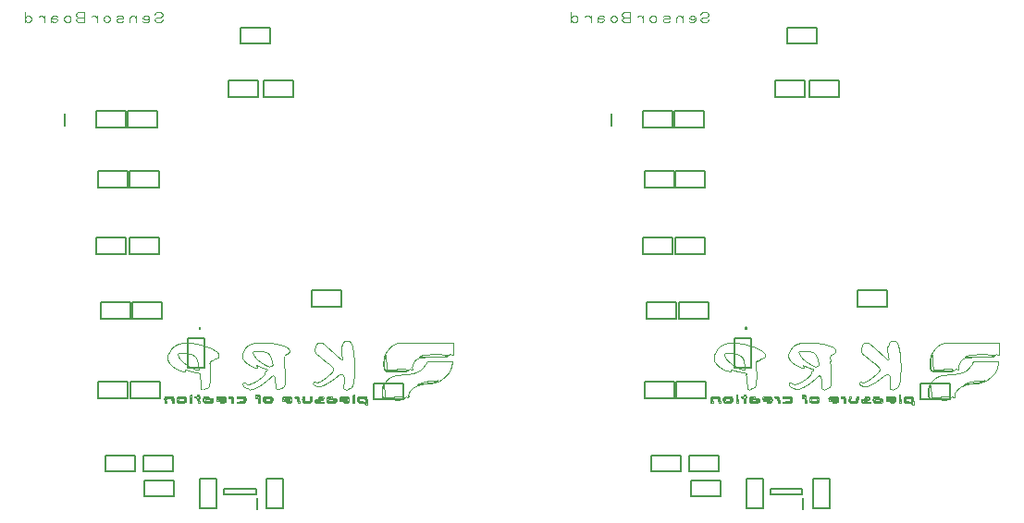
<source format=gbo>
G04 EasyPC Gerber Version 21.0.3 Build 4286 *
G04 #@! TF.Part,Single*
G04 #@! TF.FileFunction,Legend,Bot *
G04 #@! TF.FilePolarity,Positive *
%FSLAX45Y45*%
%MOIN*%
%ADD117C,0.00276*%
%ADD20C,0.00394*%
%ADD22C,0.00500*%
%ADD23C,0.00787*%
%ADD25C,0.01000*%
X0Y0D02*
D02*
D20*
X159997Y393940D02*
G75*
G03X159888Y393807I389J-428D01*
G01*
G75*
G03X159826Y393650I468J-278*
G01*
G75*
G03X159795Y393419I1239J-282*
G01*
G75*
G03X159787Y393015I10135J-409*
G01*
G75*
G03X159793Y392634I12080J9*
G01*
G75*
G03X159817Y392428I1221J38*
G01*
G75*
G03X159863Y392320I291J60*
G01*
G75*
G03X160011Y392322I74J50*
G01*
G75*
G03X160057Y392437I-279J177*
G01*
G75*
G03X160081Y392657I-1364J260*
G01*
G75*
G03X160087Y393070I-14487J400*
G01*
G75*
G02X160093Y393479I12678J-3*
G01*
G75*
G02X160119Y393712I1549J-52*
G01*
G75*
G02X160166Y393850I482J-89*
G01*
G75*
G02X160245Y393920I132J-69*
G01*
G75*
G02X160504Y393970I275J-717*
G01*
G75*
G02X161287Y393979I795J-36471*
G01*
G75*
G02X162070Y393970I-12J-36498*
G01*
G75*
G02X162329Y393920I-17J-768*
G01*
G75*
G02X162407Y393850I-53J-139*
G01*
G75*
G02X162455Y393712I-435J-226*
G01*
G75*
G02X162480Y393479I-1523J-285*
G01*
G75*
G02X162487Y393070I-12671J-400*
G01*
G75*
G03X162493Y392657I14492J1*
G01*
G75*
G03X162517Y392437I1388J41*
G01*
G75*
G03X162562Y392322I325J62*
G01*
G75*
G03X162637Y392281I74J47*
G01*
G75*
G03X162711Y392319I0J91*
G01*
G75*
G03X162756Y392423I-228J162*
G01*
G75*
G03X162781Y392621I-1111J237*
G01*
G75*
G03X162787Y392985I-10857J358*
G01*
G75*
G03X162778Y393389I-9272J3*
G01*
G75*
G03X162744Y393613I-1053J-46*
G01*
G75*
G03X162670Y393777I-526J-139*
G01*
G75*
G03X162532Y393944I-926J-622*
G01*
G75*
G03X162350Y394090I-737J-736*
G01*
G75*
G03X162170Y394158I-263J-420*
G01*
G75*
G03X161895Y394180I-255J-1481*
G01*
G75*
G03X161243Y394165I493J-34862*
G01*
G75*
G03X160690Y394139I676J-20562*
G01*
G75*
G03X160367Y394100I163J-2742*
G01*
G75*
G03X160154Y394039I191J-1054*
G01*
G75*
G03X159997Y393940I200J-493*
G01*
X162769Y394149D02*
G75*
G02X162886Y393983I-528J-495D01*
G01*
G75*
G02X162950Y393794I-609J-312*
G01*
G75*
G02X162980Y393506I-1850J-335*
G01*
G75*
G02X162987Y392949I-21918J-542*
G01*
Y391981*
X162287*
Y392777*
G75*
G03X162259Y393379I-6503J4*
G01*
G75*
G03X162140Y393633I-413J-39*
G01*
G75*
G03X161887Y393752I-292J-291*
G01*
G75*
G03X161287Y393781I-603J-6394*
G01*
G75*
G03X160687Y393752I3J-6418*
G01*
G75*
G03X160434Y393633I39J-410*
G01*
G75*
G03X160315Y393379I293J-293*
G01*
G75*
G03X160287Y392777I6476J-602*
G01*
Y391981*
X159580*
X159608Y393053*
G75*
G02X159632Y393729I41816J-1122*
G01*
G75*
G02X159668Y393993I1435J-61*
G01*
G75*
G02X159743Y394141I331J-76*
G01*
G75*
G02X159887Y394251I358J-315*
G01*
G75*
G02X160059Y394306I258J-510*
G01*
G75*
G02X160386Y394345I791J-5300*
G01*
G75*
G02X160814Y394370I669J-7598*
G01*
G75*
G02X161344Y394379I554J-17701*
G01*
G75*
G02X162085Y394374I46J-46911*
G01*
G75*
G02X162406Y394346I-32J-2211*
G01*
G75*
G02X162602Y394279I-97J-604*
G01*
G75*
G02X162769Y394149I-323J-591*
G01*
X164528Y393850D02*
G75*
G03X164420Y393701I826J-710D01*
G01*
G75*
G03X164345Y393543I769J-463*
G01*
G75*
G03X164302Y393371I869J-313*
G01*
G75*
G03X164287Y393181I1230J-193*
G01*
G75*
G03X164302Y392990I1247J2*
G01*
G75*
G03X164345Y392818I913J141*
G01*
G75*
G03X164420Y392660I844J304*
G01*
G75*
G03X164528Y392511I934J561*
G01*
G75*
G03X164699Y392350I831J715*
G01*
G75*
G03X164872Y392267I301J399*
G01*
G75*
G03X165132Y392224I341J1278*
G01*
G75*
G03X165709Y392196I1433J23639*
G01*
G75*
G03X166295Y392182I880J24263*
G01*
G75*
G03X166562Y392206I15J1371*
G01*
G75*
G03X166752Y392277I-106J572*
G01*
G75*
G03X166969Y392430I-822J1389*
G01*
G75*
G03X167141Y392595I-1218J1446*
G01*
G75*
G03X167231Y392735I-359J332*
G01*
G75*
G03X167274Y392907I-526J223*
G01*
G75*
G03X167287Y393181I-3022J272*
G01*
G75*
G03X167274Y393454I-3030J2*
G01*
G75*
G03X167231Y393626I-569J-51*
G01*
G75*
G03X167141Y393766I-450J-192*
G01*
G75*
G03X166969Y393931I-1390J-1281*
G01*
G75*
G03X166752Y394084I-1038J-1236*
G01*
G75*
G03X166562Y394156I-297J-501*
G01*
G75*
G03X166295Y394179I-252J-1348*
G01*
G75*
G03X165709Y394165I295J-24277*
G01*
G75*
G03X165132Y394137I856J-23667*
G01*
G75*
G03X164872Y394094I80J-1320*
G01*
G75*
G03X164699Y394011I128J-483*
G01*
G75*
G03X164528Y393850I660J-876*
G01*
X164882Y409928D02*
G75*
G03X164726Y409831I520J-1008D01*
G01*
G75*
G03X164641Y409733I183J-245*
G01*
G75*
G03X164599Y409602I314J-172*
G01*
G75*
G03X164587Y409392I1793J-213*
G01*
G75*
G03X164914Y408325I1904J0*
G01*
G75*
G03X165963Y407077I6526J4420*
G01*
G75*
G03X167519Y405819I7868J8143*
G01*
G75*
G03X169437Y404706I9485J14127*
G01*
G75*
G03X170250Y404322I9827J19790*
G01*
G75*
G03X170899Y404065I3321J7433*
G01*
G75*
G03X171407Y403919I1615J4645*
G01*
G75*
G03X171759Y403898I234J1011*
G01*
G75*
G03X171911Y403931I-93J796*
G01*
G75*
G03X171995Y403991I-51J159*
G01*
G75*
G03X172041Y404100I-206J152*
G01*
G75*
G03X172069Y404319I-2501J422*
G01*
G75*
G03X172073Y404475I-1443J118*
G01*
G75*
G03X172060Y404624I-1210J-30*
G01*
G75*
G03X172033Y404747I-958J-148*
G01*
G75*
G03X171994Y404814I-148J-42*
G01*
G75*
G02X171952Y404888I111J111*
G01*
G75*
G02X171918Y405058I2062J499*
G01*
G75*
G02X171894Y405267I2392J376*
G01*
G75*
G02X171887Y405494I3308J228*
G01*
G75*
G03X171880Y405719I-3461J3*
G01*
G75*
G03X171857Y405918I-2197J-142*
G01*
G75*
G03X171826Y406076I-1976J-311*
G01*
G75*
G03X171787Y406131I-86J-21*
G01*
G75*
G02X171748Y406176I50J82*
G01*
G75*
G02X171716Y406274I659J269*
G01*
G75*
G02X171694Y406396I894J224*
G01*
G75*
G02X171687Y406531I1221J135*
G01*
G75*
G03X171680Y406665I-1225J2*
G01*
G75*
G03X171657Y406787I-917J-101*
G01*
G75*
G03X171626Y406885I-691J-172*
G01*
G75*
G03X171587Y406931I-90J-37*
G01*
G75*
G02X171548Y406976I50J82*
G01*
G75*
G02X171516Y407074I659J269*
G01*
G75*
G02X171494Y407196I894J224*
G01*
G75*
G02X171487Y407331I1221J135*
G01*
G75*
G03X171480Y407465I-1225J2*
G01*
G75*
G03X171457Y407587I-917J-101*
G01*
G75*
G03X171426Y407685I-691J-172*
G01*
G75*
G03X171387Y407731I-90J-37*
G01*
G75*
G02X171348Y407766I72J117*
G01*
G75*
G02X171316Y407821I244J180*
G01*
G75*
G02X171294Y407886I314J143*
G01*
G75*
G02X171287Y407951I284J66*
G01*
G75*
G03X171267Y408038I-194J0*
G01*
G75*
G03X171184Y408189I-1989J-988*
G01*
G75*
G03X171071Y408361I-2185J-1305*
G01*
G75*
G03X170937Y408536I-2674J-1909*
G01*
G75*
G03X170537Y408909I-1564J-1281*
G01*
G75*
G03X169917Y409292I-3554J-5053*
G01*
G75*
G03X169274Y409593I-2931J-5434*
G01*
G75*
G03X168817Y409681I-458J-1144*
G01*
G75*
G02X168691Y409688I-2J1090*
G01*
G75*
G02X168574Y409710I98J836*
G01*
G75*
G02X168481Y409742I163J624*
G01*
G75*
G02X168437Y409781I40J91*
G01*
G75*
G03X168390Y409820I-82J-52*
G01*
G75*
G03X168285Y409854I-318J-796*
G01*
G75*
G03X168152Y409879I-269J-1057*
G01*
G75*
G03X168006Y409891I-189J-1470*
G01*
G75*
G02X167846Y409900I61J2386*
G01*
G75*
G02X167672Y409921I326J3474*
G01*
G75*
G02X167509Y409949I472J3198*
G01*
G75*
G02X167387Y409981I214J1082*
G01*
G75*
G03X166909Y410065I-547J-1711*
G01*
G75*
G03X166080Y410072I-545J-13724*
G01*
G75*
G03X165254Y410033I330J-15609*
G01*
G75*
G03X164882Y409928I71J-963*
G01*
X165080Y393677D02*
G75*
G03X164991Y393606I153J-285D01*
G01*
G75*
G03X164931Y393508I246J-218*
G01*
G75*
G03X164897Y393371I502J-195*
G01*
G75*
G03X164887Y393181I1739J-193*
G01*
G75*
G03X164933Y392877I1008*
G01*
G75*
G03X165072Y392698I315J100*
G01*
G75*
G03X165341Y392605I330J522*
G01*
G75*
G03X165837Y392581I493J4974*
G01*
G75*
G03X166318Y392605I2J4794*
G01*
G75*
G03X166592Y392693I-69J682*
G01*
G75*
G03X166736Y392860I-167J290*
G01*
G75*
G03X166787Y393128I-681J268*
G01*
G75*
G03X166726Y393423I-744J0*
G01*
G75*
G03X166556Y393627I-429J-185*
G01*
G75*
G03X166257Y393744I-420J-631*
G01*
G75*
G03X165808Y393781I-451J-2759*
G01*
G75*
G03X165589Y393773I4J-3144*
G01*
G75*
G03X165374Y393750I210J-3018*
G01*
G75*
G03X165189Y393717I368J-2585*
G01*
G75*
G03X165080Y393677I88J-408*
G01*
X166812Y393872D02*
G75*
G02X166897Y393791I-126J-217D01*
G01*
G75*
G02X166950Y393668I-353J-225*
G01*
G75*
G02X166979Y393479I-957J-243*
G01*
G75*
G02X166987Y393179I-5577J-296*
G01*
G75*
G02X166946Y392722I-2587J0*
G01*
G75*
G02X166804Y392504I-329J59*
G01*
G75*
G02X166506Y392403I-335J498*
G01*
G75*
G02X165802Y392381I-703J11195*
G01*
G75*
G02X165067Y392395I-5J18315*
G01*
G75*
G02X164824Y392479I18J447*
G01*
G75*
G02X164712Y392671I157J220*
G01*
G75*
G02X164687Y393181I5064J510*
G01*
G75*
G02X164694Y393524I8400J-1*
G01*
G75*
G02X164720Y393730I1220J-50*
G01*
G75*
G02X164768Y393854I414J-90*
G01*
G75*
G02X164845Y393920I131J-76*
G01*
G75*
G02X165147Y393978I315J-821*
G01*
G75*
G02X165855Y393975I273J-18252*
G01*
G75*
G02X166569Y393946I-518J-21459*
G01*
G75*
G02X166812Y393872I-31J-544*
G01*
X167223Y394173D02*
G75*
G02X167371Y394028I-576J-731D01*
G01*
G75*
G02X167447Y393879I-311J-253*
G01*
G75*
G02X167480Y393657I-945J-252*
G01*
G75*
G02X167487Y393189I-14850J-459*
G01*
G75*
G02X167439Y392498I-5041J-2*
G01*
G75*
G02X167257Y392195I-444J62*
G01*
G75*
G02X166865Y392052I-452J628*
G01*
G75*
G02X165830Y391997I-1578J20174*
G01*
G75*
G02X165035Y391981I-1543J57844*
G01*
G75*
G02X164724Y392002I-25J1946*
G01*
G75*
G02X164530Y392071I79J533*
G01*
G75*
G02X164340Y392218I482J819*
G01*
G75*
G02X164204Y392384I779J778*
G01*
G75*
G02X164130Y392548I453J303*
G01*
G75*
G02X164096Y392774I1031J270*
G01*
G75*
G02X164087Y393181I9447J414*
G01*
G75*
G02X164096Y393583I9331J-8*
G01*
G75*
G02X164129Y393810I1099J-47*
G01*
G75*
G02X164201Y393973I533J-138*
G01*
G75*
G02X164332Y394135I840J-547*
G01*
G75*
G02X164515Y394274I606J-606*
G01*
G75*
G02X164714Y394345I301J-531*
G01*
G75*
G02X165029Y394374I348J-2042*
G01*
G75*
G02X165769Y394381I759J-45769*
G01*
G75*
G02X166454Y394374I0J-35161*
G01*
G75*
G02X166804Y394346I-57J-2873*
G01*
G75*
G02X167031Y394285I-138J-967*
G01*
G75*
G02X167223Y394173I-294J-730*
G01*
X168887Y393241D02*
G75*
G03X168893Y392815I13927J5D01*
G01*
G75*
G03X168918Y392565I1861J58*
G01*
G75*
G03X168963Y392415I617J102*
G01*
G75*
G03X169037Y392344I122J54*
G01*
G75*
G03X169112Y392363I24J63*
G01*
G75*
G03X169159Y392462I-157J135*
G01*
G75*
G03X169182Y392691I-1446J260*
G01*
G75*
G03X169187Y393183I-24408J480*
G01*
G75*
G03X169181Y393659I-19906J7*
G01*
G75*
G03X169157Y393906I-1750J-43*
G01*
G75*
G03X169113Y394036I-403J-67*
G01*
G75*
G03X168962Y394038I-76J-42*
G01*
G75*
G03X168916Y393916I314J-187*
G01*
G75*
G03X168893Y393683I1530J-273*
G01*
G75*
G03X168887Y393241I16880J-446*
G01*
X169411Y394911D02*
G75*
G02X169427Y394846I-124J-65D01*
G01*
G75*
G02X169428Y394434I-63719J-328*
G01*
G75*
G02X169422Y393954I-26621J44*
G01*
G75*
G02X169408Y393400I-47236J931*
G01*
X169364Y391970*
X169050Y392000*
X168737Y392031*
Y394931*
X169052Y394961*
G75*
G02X169176Y394967I121J-1244*
G01*
G75*
G02X169288Y394959I-2J-821*
G01*
G75*
G02X169374Y394941I-84J-607*
G01*
G75*
G02X169411Y394911I-17J-57*
G01*
X169837Y413531D02*
G75*
G02X170931Y413358I-5028J-35301D01*
G01*
G75*
G02X171836Y413175I-2979J-17104*
G01*
G75*
G02X172828Y412924I-5090J-22146*
G01*
G75*
G02X174237Y412520I-24648J-88698*
G01*
G75*
G02X175901Y411935I-4884J-16563*
G01*
G75*
G02X177393Y411214I-5106J-12457*
G01*
G75*
G02X178558Y410452I-5127J-9120*
G01*
G75*
G02X179145Y409761I-1243J-1650*
G01*
G75*
G02X179265Y409418I-1093J-572*
G01*
G75*
G02X179286Y409039I-1440J-272*
G01*
G75*
G02X179212Y408690I-1302J93*
G01*
G75*
G02X179050Y408434I-655J237*
G01*
G75*
G02X178842Y408278I-648J648*
G01*
G75*
G02X178525Y408129I-1405J2573*
G01*
G75*
G02X178189Y408017I-1099J2738*
G01*
G75*
G02X177919Y407981I-276J1030*
G01*
G75*
G03X177860Y407964I1J-111*
G01*
G75*
G03X177773Y407901I471J-742*
G01*
G75*
G03X177678Y407813I693J-848*
G01*
G75*
G03X177587Y407709I1016J-973*
G01*
G75*
G02X177352Y407480I-979J770*
G01*
G75*
G02X177060Y407314I-813J1092*
G01*
G75*
G02X176712Y407214I-614J1481*
G01*
G75*
G02X176311Y407181I-399J2387*
G01*
X175859*
X175919Y406556*
G75*
G02X176059Y404817I-53637J-5186*
G01*
G75*
G02X176140Y403097I-50942J-3265*
G01*
G75*
G02X176159Y401551I-43218J-1302*
G01*
G75*
G02X176106Y400365I-15324J87*
G01*
G75*
G02X176053Y399781I-34266J2848*
G01*
G75*
G02X175991Y399213I-30891J3098*
G01*
G75*
G02X175928Y398727I-27972J3331*
G01*
G75*
G02X175880Y398458I-3076J420*
G01*
G75*
G02X175727Y398027I-1924J439*
G01*
G75*
G02X175488Y397681I-1267J622*
G01*
G75*
G02X175190Y397458I-790J744*
G01*
G75*
G02X174865Y397381I-324J637*
G01*
G75*
G03X174690Y397363I1J-905*
G01*
G75*
G03X174537Y397313I125J-635*
G01*
G75*
G03X174390Y397221I325J-681*
G01*
G75*
G03X174237Y397081I982J-1230*
G01*
G75*
G02X173956Y396871I-761J728*
G01*
G75*
G02X173638Y396782I-379J743*
G01*
G75*
G02X173304Y396823I-64J868*
G01*
G75*
G02X172977Y396987I374J1149*
G01*
X172687Y397194*
Y398781*
G75*
G03X172680Y399432I-31907J16*
G01*
G75*
G03X172659Y399948I-12865J-261*
G01*
G75*
G03X172630Y400360I-19658J-1204*
G01*
G75*
G03X172587Y400431I-92J-7*
G01*
G75*
G02X172547Y400489I45J73*
G01*
G75*
G02X172516Y400706I4204J714*
G01*
G75*
G02X172494Y400974I3837J450*
G01*
G75*
G02X172487Y401281I6472J311*
G01*
G75*
G03X172480Y401587I-6471J4*
G01*
G75*
G03X172457Y401856I-3859J-182*
G01*
G75*
G03X172426Y402072I-4235J-498*
G01*
G75*
G03X172387Y402131I-85J-15*
G01*
G75*
G02X172348Y402178I49J80*
G01*
G75*
G02X172316Y402285I810J299*
G01*
G75*
G02X172294Y402422I1080J244*
G01*
G75*
G02X172287Y402572I1525J151*
G01*
Y402951*
X171362Y403011*
G75*
G02X170574Y403108I461J7037*
G01*
G75*
G02X169548Y403319I3699J20576*
G01*
G75*
G02X168496Y403591I4908J21140*
G01*
G75*
G02X167612Y403882I3230J11311*
G01*
G75*
G03X167410Y403952I-1533J-4117*
G01*
G75*
G03X167238Y403998I-645J-2024*
G01*
G75*
G03X167104Y404024I-450J-1967*
G01*
G75*
G03X167077Y404004I-4J-24*
G01*
G75*
G03X167074Y403959I322J-45*
G01*
G75*
G03X167075Y403857I6242J21*
G01*
G75*
G03X167078Y403735I6205J120*
G01*
G75*
G03X167084Y403606I8165J306*
G01*
G75*
G02X167085Y403405I-1942J-108*
G01*
G75*
G02X167045Y403325I-112J6*
G01*
G75*
G02X166953Y403288I-102J119*
G01*
G75*
G02X166700Y403281I-249J4357*
G01*
G75*
G02X166542Y403288I-2J1715*
G01*
G75*
G02X166398Y403310I111J1207*
G01*
G75*
G02X166285Y403342I203J939*
G01*
G75*
G02X166237Y403381I31J88*
G01*
G75*
G03X166194Y403419I-86J-54*
G01*
G75*
G03X166109Y403451I-239J-502*
G01*
G75*
G03X166002Y403473I-200J-700*
G01*
G75*
G03X165887Y403481I-116J-893*
G01*
G75*
G02X165772Y403488I-2J897*
G01*
G75*
G02X165665Y403510I93J722*
G01*
G75*
G02X165580Y403542I154J535*
G01*
G75*
G02X165537Y403581I44J93*
G01*
G75*
G03X165500Y403619I-108J-67*
G01*
G75*
G03X165440Y403651I-187J-274*
G01*
G75*
G03X165368Y403673I-151J-365*
G01*
G75*
G03X165295Y403681I-74J-359*
G01*
G75*
G02X165040Y403738I0J598*
G01*
G75*
G02X164372Y404065I10451J22149*
G01*
G75*
G02X163681Y404438I7519J14751*
G01*
G75*
G02X163125Y404786I4033J7065*
G01*
G75*
G02X162634Y405159I3489J5108*
G01*
G75*
G02X162076Y405656I8508J10107*
G01*
G75*
G02X161558Y406159I17103J18157*
G01*
G75*
G02X161487Y406330I171J172*
G01*
G75*
G03X161474Y406388I-136J0*
G01*
G75*
G03X161431Y406465I-567J-263*
G01*
G75*
G03X161370Y406546I-641J-419*
G01*
G75*
G03X161299Y406620I-620J-529*
G01*
G75*
G02X161215Y406725I280J309*
G01*
G75*
G02X161115Y406922I2383J1334*
G01*
G75*
G02X161017Y407159I2898J1331*
G01*
G75*
G02X160937Y407408I3232J1181*
G01*
G75*
G02X160833Y407981I3015J844*
G01*
G75*
G02X160824Y408615I4340J379*
G01*
G75*
G02X160901Y409193I3896J-229*
G01*
G75*
G02X161065Y409581I1085J-229*
G01*
G75*
G03X161266Y409894I-8477J5674*
G01*
G75*
G03X161457Y410217I-8876J5485*
G01*
G75*
G03X161650Y410569I-10535J5990*
G01*
G75*
G03X161857Y410974I-17486J9211*
G01*
G75*
G02X162393Y411768I3254J-1617*
G01*
G75*
G02X163149Y412450I3446J-3059*
G01*
G75*
G02X164105Y413001I3196J-4439*
G01*
G75*
G02X165237Y413405I3133J-6990*
G01*
G75*
G02X166113Y413562I1335J-4925*
G01*
G75*
G02X167383Y413637I1827J-20305*
G01*
G75*
G02X168717Y413631I574J-21038*
G01*
G75*
G02X169837Y413531I-384J-10651*
G01*
X171687Y394431D02*
G75*
G02X171622Y394305I-584J221D01*
G01*
G75*
G02X171541Y394230I-196J131*
G01*
G75*
G02X171424Y394192I-156J279*
G01*
G75*
G02X171239Y394181I-183J1506*
G01*
G75*
G03X170956Y394162I2J-2196*
G01*
G75*
G03X170896Y394086I9J-69*
G01*
G75*
G03X170970Y394003I94J9*
G01*
G75*
G03X171262Y393961I495J2419*
G01*
X171637Y393931*
X171687Y393131*
G75*
G03X171719Y392726I12832J806*
G01*
G75*
G03X171757Y392497I1530J144*
G01*
G75*
G03X171811Y392372I418J106*
G01*
G75*
G03X171962Y392372I76J47*
G01*
G75*
G03X172012Y392493I-328J206*
G01*
G75*
G03X172045Y392719I-1441J324*
G01*
G75*
G03X172067Y393128I-13489J919*
G01*
G75*
G02X172085Y393437I7005J-255*
G01*
G75*
G02X172116Y393708I4174J-342*
G01*
G75*
G02X172153Y393927I4761J-699*
G01*
G75*
G02X172193Y393984I85J-17*
G01*
G75*
G03X172233Y394089I-49J78*
G01*
G75*
G03X172132Y394359I-2042J-611*
G01*
G75*
G03X171993Y394616I-1964J-891*
G01*
G75*
G03X171877Y394681I-117J-73*
G01*
G75*
G03X171834Y394664I0J-65*
G01*
G75*
G03X171782Y394607I282J-311*
G01*
G75*
G03X171730Y394526I469J-357*
G01*
G75*
G03X171687Y394431I747J-399*
G01*
X172215Y394919D02*
G75*
G02X172243Y394878I-92J-93D01*
G01*
G75*
G02X172266Y394813I-451J-195*
G01*
G75*
G02X172281Y394737I-563J-156*
G01*
G75*
G02X172287Y394661I-556J-76*
G01*
G75*
G03X172298Y394585I261J1*
G01*
G75*
G03X172331Y394512I298J90*
G01*
G75*
G03X172380Y394453I246J152*
G01*
G75*
G03X172437Y394417I121J128*
G01*
G75*
G02X172545Y394304I-66J-172*
G01*
G75*
G02X172583Y394081I-662J-228*
G01*
G75*
G02X172548Y393858I-696J-4*
G01*
G75*
G02X172441Y393746I-172J57*
G01*
G75*
G03X172370Y393677I46J-118*
G01*
G75*
G03X172321Y393518I752J-318*
G01*
G75*
G03X172287Y393263I2012J-397*
G01*
G75*
G03X172266Y392860I11637J-816*
G01*
X172237Y392031*
X171537*
X171437Y393731*
X170987Y393781*
G75*
G02X170729Y393817I473J4296*
G01*
G75*
G02X170612Y393864I52J300*
G01*
G75*
G02X170555Y393943I77J115*
G01*
G75*
G02X170537Y394081I509J139*
G01*
G75*
G02X170555Y394219I529J-1*
G01*
G75*
G02X170611Y394297I133J-36*
G01*
G75*
G02X170728Y394344I169J-252*
G01*
G75*
G02X170983Y394381I724J-4131*
G01*
G75*
G03X171224Y394417I-347J3136*
G01*
G75*
G03X171357Y394468I-78J404*
G01*
G75*
G03X171436Y394549I-111J187*
G01*
G75*
G03X171487Y394681I-441J246*
G01*
G75*
G02X171531Y394802I520J-121*
G01*
G75*
G02X171597Y394883I216J-109*
G01*
G75*
G02X171697Y394933I175J-225*
G01*
G75*
G02X171844Y394960I235J-849*
G01*
G75*
G02X171964Y394967I126J-1249*
G01*
G75*
G02X172077Y394960I2J-980*
G01*
G75*
G02X172169Y394944I-87J-786*
G01*
G75*
G02X172215Y394919I-22J-94*
G01*
X174015Y393835D02*
G75*
G03X173829Y393511I754J-648D01*
G01*
G75*
G03X173778Y393144I914J-316*
G01*
G75*
G03X173868Y392780I994J52*
G01*
G75*
G03X174088Y392464I994J459*
G01*
X174389Y392163*
X175478Y392197*
G75*
G03X176260Y392247I-364J11751*
G01*
G75*
G03X176686Y392361I-131J1344*
G01*
G75*
G03X176906Y392564I-196J432*
G01*
G75*
G03X176902Y393202I-574J316*
G01*
G75*
G03X176676Y393405I-410J-230*
G01*
G75*
G03X176228Y393515I-572J-1354*
G01*
G75*
G03X175371Y393564I-1283J-14973*
G01*
G75*
G02X174685Y393588I1335J47959*
G01*
G75*
G02X174385Y393620I99J2360*
G01*
G75*
G02X174245Y393675I63J367*
G01*
G75*
G02X174207Y393764I47J73*
G01*
G75*
G02X174250Y393843I146J-27*
G01*
G75*
G02X174338Y393900I185J-192*
G01*
G75*
G02X174485Y393938I235J-604*
G01*
G75*
G02X174713Y393961I428J-3115*
G01*
G75*
G03X174894Y393980I-136J2147*
G01*
G75*
G03X175048Y394014I-176J1158*
G01*
G75*
G03X175159Y394056I-230J787*
G01*
G75*
G03X175187Y394099I-20J43*
G01*
G75*
G03X175157Y394142I-46*
G01*
G75*
G03X175065Y394165I-136J-348*
G01*
G75*
G03X174918Y394170I-102J-894*
G01*
G75*
G03X174715Y394154I153J-3199*
G01*
G75*
G03X174481Y394114I244J-2148*
G01*
G75*
G03X174298Y394052I207J-917*
G01*
G75*
G03X174149Y393962I311J-682*
G01*
G75*
G03X174015Y393835I569J-733*
G01*
X174438Y393083D02*
G75*
G03X174422Y393031I90J-56D01*
G01*
G75*
G03X174427Y392954I400J-14*
G01*
G75*
G03X174449Y392867I507J81*
G01*
G75*
G03X174486Y392783I547J189*
G01*
G75*
G03X174578Y392676I282J150*
G01*
G75*
G03X174711Y392615I211J289*
G01*
G75*
G03X174935Y392587I259J1145*
G01*
G75*
G03X175383Y392581I438J15190*
G01*
G75*
G03X175777Y392589I1J9811*
G01*
G75*
G03X176037Y392616I-79J2016*
G01*
G75*
G03X176215Y392665I-156J906*
G01*
G75*
G03X176336Y392744I-127J327*
G01*
G75*
G03X176402Y392923I-161J161*
G01*
G75*
G03X176300Y393059I-158J-12*
G01*
G75*
G03X175933Y393139I-453J-1191*
G01*
G75*
G03X175218Y393169I-939J-14062*
G01*
G75*
G03X174938Y393166I-86J-5456*
G01*
G75*
G03X174692Y393148I113J-3279*
G01*
G75*
G03X174494Y393120I383J-3420*
G01*
G75*
G03X174438Y393083I14J-81*
G01*
X175505Y394106D02*
G75*
G03X175548Y393945I574J67D01*
G01*
G75*
G03X175630Y393861I151J64*
G01*
G75*
G03X175794Y393815I226J489*
G01*
G75*
G03X176228Y393771I1763J15465*
G01*
G75*
G02X176762Y393685I-316J-3668*
G01*
G75*
G02X177072Y393524I-162J-686*
G01*
G75*
G02X177234Y393252I-361J-400*
G01*
G75*
G02X177287Y392818I-1761J-433*
G01*
G75*
G02X177275Y392566I-2685J-1*
G01*
G75*
G02X177232Y392419I-407J38*
G01*
G75*
G02X177141Y392306I-311J159*
G01*
G75*
G02X176962Y392180I-1039J1285*
G01*
G75*
G02X176732Y392075I-549J901*
G01*
G75*
G02X176463Y392016I-448J1409*
G01*
G75*
G02X176063Y391988I-475J3919*
G01*
G75*
G02X175329Y391981I-759J38465*
G01*
G75*
G02X174519Y391986I-6J58617*
G01*
G75*
G02X174180Y392014I35J2488*
G01*
G75*
G02X173976Y392081I96J637*
G01*
G75*
G02X173804Y392212I306J578*
G01*
G75*
G02X173692Y392365I561J528*
G01*
G75*
G02X173627Y392535I563J313*
G01*
G75*
G02X173595Y392772I1294J295*
G01*
G75*
G02X173587Y393167I9015J395*
G01*
G75*
G02X173595Y393579I9936J-2*
G01*
G75*
G02X173629Y393808I1120J-47*
G01*
G75*
G02X173701Y393972I534J-136*
G01*
G75*
G02X173832Y394135I838J-543*
G01*
G75*
G02X173993Y394266I710J-710*
G01*
G75*
G02X174156Y394338I302J-463*
G01*
G75*
G02X174380Y394372I273J-1046*
G01*
G75*
G02X174776Y394381I401J-8861*
G01*
G75*
G02X175229Y394375I-8J-19263*
G01*
G75*
G02X175386Y394344I-11J-478*
G01*
G75*
G02X175464Y394268I-48J-126*
G01*
G75*
G02X175505Y394106I-592J-235*
G01*
X176462Y393311D02*
G75*
G02X176578Y393270I-80J-407D01*
G01*
G75*
G02X176644Y393202I-77J-143*
G01*
G75*
G02X176678Y393085I-276J-143*
G01*
G75*
G02X176687Y392876I-2482J-207*
G01*
G75*
G02X176631Y392588I-765J0*
G01*
G75*
G02X176473Y392441I-237J96*
G01*
G75*
G02X176131Y392387I-340J1037*
G01*
G75*
G02X175237Y392401I80J33278*
G01*
X174237Y392431*
Y393331*
X175237Y393344*
G75*
G02X175636Y393345I290J-22780*
G01*
G75*
G02X176009Y393339I-88J-17328*
G01*
G75*
G02X176322Y393328I-454J-17348*
G01*
G75*
G02X176462Y393311I-41J-920*
G01*
X178772Y393881D02*
G75*
G03X178646Y393738I1115J-1113D01*
G01*
G75*
G03X178558Y393601I665J-521*
G01*
G75*
G03X178510Y393472I524J-267*
G01*
G75*
G03X178505Y393356I300J-72*
G01*
G75*
G03X178572Y393227I217J31*
G01*
G75*
G03X178711Y393155I198J211*
G01*
G75*
G03X179007Y393117I392J1889*
G01*
G75*
G03X179836Y393081I3693J74994*
G01*
G75*
G02X180610Y393046I-2286J-59069*
G01*
G75*
G02X180935Y393008I-131J-2541*
G01*
G75*
G02X181098Y392945I-83J-459*
G01*
G75*
G02X181172Y392837I-86J-139*
G01*
G75*
G02X181145Y392658I-270J-51*
G01*
G75*
G02X181010Y392510I-350J183*
G01*
G75*
G02X180775Y392413I-379J584*
G01*
G75*
G02X180468Y392381I-306J1456*
G01*
G75*
G03X180319Y392372I3J-1402*
G01*
G75*
G03X180196Y392348I73J-684*
G01*
G75*
G03X180112Y392312I109J-374*
G01*
G75*
G03X180087Y392268I26J-44*
G01*
G75*
G03X180195Y392162I106J0*
G01*
G75*
G03X180611Y392201I-49J2740*
G01*
G75*
G03X181060Y392315I-498J2902*
G01*
G75*
G03X181340Y392483I-248J731*
G01*
G75*
G03X181541Y392787I-545J580*
G01*
G75*
G03X181604Y393169I-942J349*
G01*
G75*
G03X181517Y393559I-1084J-35*
G01*
G75*
G03X181294Y393888I-962J-411*
G01*
G75*
G03X181092Y394059I-1094J-1094*
G01*
G75*
G03X180910Y394141I-301J-426*
G01*
G75*
G03X180646Y394174I-292J-1259*
G01*
G75*
G03X180037Y394181I-618J-26935*
G01*
G75*
G03X179424Y394174I8J-27207*
G01*
G75*
G03X179161Y394140I28J-1261*
G01*
G75*
G03X178979Y394057I119J-503*
G01*
G75*
G03X178772Y393881I973J-1355*
G01*
X179345Y393720D02*
G75*
G03X179227Y393627I89J-234D01*
G01*
G75*
G03X179254Y393546I44J-30*
G01*
G75*
G03X179524Y393494I320J927*
G01*
G75*
G03X180037Y393481I510J9994*
G01*
G75*
G03X180533Y393494I4J9096*
G01*
G75*
G03X180813Y393546I-61J1108*
G01*
G75*
G03X180851Y393625I-18J57*
G01*
G75*
G03X180762Y393714I-149J-59*
G01*
G75*
G03X180551Y393760I-238J-589*
G01*
G75*
G03X180056Y393771I-548J-13046*
G01*
G75*
G03X179561Y393764I-53J-12867*
G01*
G75*
G03X179345Y393720I24J-666*
G01*
X181183Y393835D02*
G75*
G02X181226Y393767I-246J-204D01*
G01*
G75*
G02X181258Y393680I-469J-220*
G01*
G75*
G02X181273Y393590I-494J-131*
G01*
G75*
G02X181269Y393510I-296J-22*
G01*
G75*
G02X181199Y393413I-140J27*
G01*
G75*
G02X181043Y393360I-221J389*
G01*
G75*
G02X180738Y393335I-340J2326*
G01*
G75*
G02X180037Y393331I-678J48517*
G01*
G75*
G02X179313Y393335I-11J53707*
G01*
G75*
G02X179019Y393360I27J2084*
G01*
G75*
G02X178872Y393418I56J356*
G01*
G75*
G02X178802Y393524I93J137*
G01*
G75*
G02X178846Y393737I278J53*
G01*
G75*
G02X179034Y393881I315J-214*
G01*
G75*
G02X179420Y393959I473J-1340*
G01*
G75*
G02X180094Y393981I680J-10870*
G01*
G75*
G02X180570Y393974I-2J-16181*
G01*
G75*
G02X180876Y393949I-87J-2981*
G01*
G75*
G02X181076Y393906I-173J-1283*
G01*
G75*
G02X181183Y393835I-63J-211*
G01*
X181522Y394135D02*
G75*
G02X181665Y393976I-791J-855D01*
G01*
G75*
G02X181742Y393822I-396J-294*
G01*
G75*
G02X181778Y393614I-849J-252*
G01*
G75*
G02X181787Y393243I-7455J-368*
G01*
G75*
G02X181782Y392984I-7397J-6*
G01*
G75*
G02X181769Y392739I-5887J209*
G01*
G75*
G02X181749Y392534I-5517J425*
G01*
G75*
G02X181725Y392435I-402J45*
G01*
G75*
G02X181578Y392246I-385J148*
G01*
G75*
G02X181300Y392102I-659J930*
G01*
G75*
G02X180915Y392011I-620J1750*
G01*
G75*
G02X180442Y391981I-472J3715*
G01*
X179787*
Y392281*
G75*
G02X179798Y392454I1365J-3*
G01*
G75*
G02X179840Y392533I126J-16*
G01*
G75*
G02X179929Y392572I103J-117*
G01*
G75*
G02X180129Y392581I200J-2211*
G01*
G75*
G03X180398Y392594I2J2607*
G01*
G75*
G03X180607Y392638I-107J1030*
G01*
G75*
G03X180742Y392705I-154J481*
G01*
G75*
G03X180787Y392791I-61J86*
G01*
G75*
G03X180754Y392827I-36*
G01*
G75*
G03X180420Y392854I-1557J-17085*
G01*
G75*
G03X180016Y392874I-644J-9052*
G01*
G75*
G03X179537Y392881I-490J-17894*
G01*
X178287*
Y393367*
G75*
G02X178299Y393604I2317J-1*
G01*
G75*
G02X178336Y393801I1195J-122*
G01*
G75*
G02X178400Y393969I906J-253*
G01*
G75*
G02X178494Y394117I766J-380*
G01*
G75*
G02X178657Y394271I594J-467*
G01*
G75*
G02X178841Y394346I264J-381*
G01*
G75*
G02X179148Y394375I330J-1867*
G01*
G75*
G02X179980Y394381I856J-66442*
G01*
G75*
G02X180776Y394375I-2J-54033*
G01*
G75*
G02X181113Y394346I-35J-2367*
G01*
G75*
G02X181325Y394275I-108J-677*
G01*
G75*
G02X181522Y394135I-431J-817*
G01*
X182987Y394081D02*
G75*
G03X183007Y394042I46J0D01*
G01*
G75*
G03X183072Y394010I157J234*
G01*
G75*
G03X183167Y393988I157J460*
G01*
G75*
G03X183279Y393981I110J855*
G01*
G75*
G02X183635Y393952I-1J-2202*
G01*
G75*
G02X183797Y393846I-40J-240*
G01*
G75*
G02X183871Y393625I-369J-246*
G01*
G75*
G02X183887Y393070I-9989J-554*
G01*
G75*
G03X183893Y392657I14492J1*
G01*
G75*
G03X183917Y392437I1388J41*
G01*
G75*
G03X183962Y392322I325J62*
G01*
G75*
G03X184037Y392281I74J47*
G01*
G75*
G03X184111Y392319I0J91*
G01*
G75*
G03X184156Y392423I-228J162*
G01*
G75*
G03X184181Y392621I-1111J237*
G01*
G75*
G03X184187Y392985I-10857J358*
G01*
G75*
G03X184178Y393385I-9148J2*
G01*
G75*
G03X184144Y393610I-1090J-47*
G01*
G75*
G03X184072Y393774I-534J-138*
G01*
G75*
G03X183941Y393935I-840J-548*
G01*
G75*
G03X183705Y394090I-493J-493*
G01*
G75*
G03X183370Y394181I-567J-1430*
G01*
G75*
G03X183081Y394186I-164J-1080*
G01*
G75*
G03X182987Y394081I12J-106*
G01*
X184123Y394173D02*
G75*
G02X184275Y394019I-524J-668D01*
G01*
G75*
G02X184350Y393856I-333J-252*
G01*
G75*
G02X184381Y393597I-1301J-285*
G01*
G75*
G02X184387Y392973I-31644J-611*
G01*
Y391981*
X183687*
Y392777*
G75*
G03X183664Y393343I-6993J2*
G01*
G75*
G03X183569Y393610I-545J-44*
G01*
G75*
G03X183372Y393741I-263J-182*
G01*
G75*
G03X182993Y393781I-379J-1785*
G01*
G75*
G02X182820Y393791I-2J1491*
G01*
G75*
G02X182737Y393830I17J140*
G01*
G75*
G02X182697Y393911I96J98*
G01*
G75*
G02X182687Y394081I1368J171*
G01*
G75*
G02X182703Y394265I1062J0*
G01*
G75*
G02X182761Y394343I107J-19*
G01*
G75*
G02X182887Y394375I135J-263*
G01*
G75*
G02X183273Y394381I389J-13707*
G01*
G75*
G02X183570Y394370I-5J-4139*
G01*
G75*
G02X183790Y394335I-94J-1327*
G01*
G75*
G02X183965Y394272I-209J-853*
G01*
G75*
G02X184123Y394173I-380J-783*
G01*
X185826Y394124D02*
G75*
G03X185825Y394037I5J-44D01*
G01*
G75*
G03X186110Y394007I917J7452*
G01*
G75*
G03X186486Y393987I543J6516*
G01*
G75*
G03X186979Y393981I488J18874*
G01*
G75*
G02X187447Y393976I-17J-24813*
G01*
G75*
G02X187867Y393963I-304J-16138*
G01*
G75*
G02X188218Y393944I-926J-20478*
G01*
G75*
G02X188329Y393920I-23J-373*
G01*
G75*
G02X188406Y393854I-54J-142*
G01*
G75*
G02X188454Y393730I-366J-214*
G01*
G75*
G02X188480Y393524I-1194J-256*
G01*
G75*
G02X188487Y393181I-8393J-335*
G01*
G75*
G02X188480Y392837I-8409J-9*
G01*
G75*
G02X188454Y392631I-1220J50*
G01*
G75*
G02X188406Y392507I-414J90*
G01*
G75*
G02X188329Y392441I-131J76*
G01*
G75*
G02X188218Y392417I-133J349*
G01*
G75*
G02X187867Y392398I-1277J20459*
G01*
G75*
G02X187447Y392385I-724J16124*
G01*
G75*
G02X186979Y392381I-464J24808*
G01*
G75*
G03X186486Y392374I10J-18881*
G01*
G75*
G03X186110Y392354I167J-6536*
G01*
G75*
G03X185825Y392324I632J-7481*
G01*
G75*
G03X185826Y392237I6J-44*
G01*
G75*
G03X186121Y392207I957J8193*
G01*
G75*
G03X186511Y392187I562J6986*
G01*
G75*
G03X187023Y392181I508J20506*
G01*
G75*
G03X187739Y392187I13J39133*
G01*
G75*
G03X188098Y392215I-55J3024*
G01*
G75*
G03X188329Y392276I-137J987*
G01*
G75*
G03X188523Y392388I-287J724*
G01*
G75*
G03X188665Y392524I-616J783*
G01*
G75*
G03X188742Y392660I-309J265*
G01*
G75*
G03X188778Y392847I-686J228*
G01*
G75*
G03X188787Y393181I-5939J328*
G01*
G75*
G03X188778Y393514I-5941J5*
G01*
G75*
G03X188742Y393701I-722J-41*
G01*
G75*
G03X188665Y393837I-386J-129*
G01*
G75*
G03X188523Y393973I-758J-647*
G01*
G75*
G03X188329Y394085I-481J-613*
G01*
G75*
G03X188098Y394146I-368J-926*
G01*
G75*
G03X187739Y394174I-414J-2996*
G01*
G75*
G03X187023Y394181I-724J-39127*
G01*
G75*
G03X186511Y394174I11J-20512*
G01*
G75*
G03X186121Y394154I172J-7007*
G01*
G75*
G03X185826Y394124I662J-8222*
G01*
X188765Y394225D02*
G75*
G02X188886Y394103I-280J-400D01*
G01*
G75*
G02X188951Y393952I-344J-239*
G01*
G75*
G02X188980Y393704I-1319J-281*
G01*
G75*
G02X188987Y393181I-21064J-515*
G01*
G75*
G02X188939Y392424I-6015J-1*
G01*
G75*
G02X188746Y392127I-405J51*
G01*
G75*
G02X188326Y392002I-448J737*
G01*
G75*
G02X187015Y391981I-1304J40766*
G01*
X185487*
Y392581*
X186693*
G75*
G03X187170Y392588I2J15024*
G01*
G75*
G03X187602Y392611I-326J10292*
G01*
G75*
G03X187961Y392643I-820J11123*
G01*
G75*
G03X188093Y392684I-38J359*
G01*
G75*
G03X188183Y392755I-153J285*
G01*
G75*
G03X188243Y392853I-246J218*
G01*
G75*
G03X188276Y392990I-502J195*
G01*
G75*
G03X188287Y393181I-1743J189*
G01*
G75*
G03X188276Y393371I-1749J1*
G01*
G75*
G03X188243Y393508I-535J-58*
G01*
G75*
G03X188183Y393606I-306J-120*
G01*
G75*
G03X188093Y393677I-243J-213*
G01*
G75*
G03X187961Y393718I-170J-319*
G01*
G75*
G03X187602Y393750I-1179J-11091*
G01*
G75*
G03X187170Y393773I-759J-10269*
G01*
G75*
G03X186693Y393781I-487J-15017*
G01*
X185487*
Y394381*
X187015*
G75*
G02X187812Y394374I-11J-48752*
G01*
G75*
G02X188281Y394349I-108J-6491*
G01*
G75*
G02X188582Y394304I-225J-2525*
G01*
G75*
G02X188765Y394225I-103J-487*
G01*
X191706Y410578D02*
G75*
G03X191537Y410464I1117J-1829D01*
G01*
G75*
G03X191453Y410372I200J-269*
G01*
G75*
G03X191425Y410275I159J-98*
G01*
G75*
G03X191443Y410153I405J-4*
G01*
G75*
G03X192024Y408928I4432J1353*
G01*
G75*
G03X192994Y407770I5874J3933*
G01*
G75*
G03X194365Y406669I6799J7061*
G01*
G75*
G03X196156Y405614I10516J15809*
G01*
G75*
G03X196820Y405290I7103J13734*
G01*
G75*
G03X197272Y405126I1239J2700*
G01*
G75*
G03X197574Y405088I282J1030*
G01*
G75*
G03X197737Y405181I-4J196*
G01*
G75*
G02X197785Y405226I106J-65*
G01*
G75*
G02X197909Y405283I791J-1529*
G01*
G75*
G02X198064Y405341I759J-1799*
G01*
G75*
G02X198236Y405391I820J-2535*
G01*
G75*
G03X198530Y405490I-481J1910*
G01*
G75*
G03X198694Y405615I-167J392*
G01*
G75*
G03X198744Y405770I-179J143*
G01*
G75*
G03X198692Y405959I-448J-23*
G01*
G75*
G02X198645Y406072I519J279*
G01*
G75*
G02X198564Y406359I14321J4202*
G01*
G75*
G02X198475Y406704I13602J3693*
G01*
G75*
G02X198387Y407081I18972J4644*
G01*
G75*
G03X198067Y408257I-13023J-2915*
G01*
G75*
G03X197689Y409140I-4944J-1594*
G01*
G75*
G03X197249Y409758I-2744J-1487*
G01*
G75*
G03X196737Y410125I-1125J-1028*
G01*
G75*
G03X195944Y410426I-3309J-7534*
G01*
G75*
G03X195183Y410617I-1857J-5780*
G01*
G75*
G03X194327Y410724I-1366J-7472*
G01*
G75*
G03X193237Y410767I-1302J-19211*
G01*
G75*
G03X192558Y410767I-358J-32093*
G01*
G75*
G03X192188Y410742I35J-3301*
G01*
G75*
G03X191934Y410685I156J-1280*
G01*
G75*
G03X191706Y410578I363J-1075*
G01*
X192787Y394687D02*
G75*
G03X192810Y394648I44D01*
G01*
G75*
G03X192897Y394611I270J513*
G01*
G75*
G03X193018Y394580I272J817*
G01*
G75*
G03X193162Y394561I273J1522*
G01*
G75*
G02X193329Y394539I-135J-1633*
G01*
G75*
G02X193444Y394501I-85J-453*
G01*
G75*
G02X193512Y394448I-90J-185*
G01*
G75*
G02Y394313I-81J-67*
G01*
G75*
G02X193444Y394260I-158J132*
G01*
G75*
G02X193329Y394222I-200J415*
G01*
G75*
G02X193162Y394200I-302J1611*
G01*
G75*
G03X193018Y394181I139J-1647*
G01*
G75*
G03X192897Y394152I155J-899*
G01*
G75*
G03X192809Y394117I191J-606*
G01*
G75*
G03Y394044I18J-36*
G01*
G75*
G03X192897Y394009I278J570*
G01*
G75*
G03X193018Y393980I276J870*
G01*
G75*
G03X193162Y393961I283J1628*
G01*
X193537Y393931*
X193566Y393106*
G75*
G03X193587Y392687I14178J496*
G01*
G75*
G03X193619Y392452I1640J109*
G01*
G75*
G03X193668Y392323I444J94*
G01*
G75*
G03X193741Y392281I73J41*
G01*
G75*
G03X193815Y392328I0J81*
G01*
G75*
G03X193858Y392478I-515J230*
G01*
G75*
G03X193881Y392756I-2243J324*
G01*
G75*
G03X193887Y393285I-25070J526*
G01*
G75*
G03X193880Y393893I-27578J0*
G01*
G75*
G03X193850Y394174I-1649J-35*
G01*
G75*
G03X193778Y394359I-565J-111*
G01*
G75*
G03X193641Y394535I-781J-469*
G01*
G75*
G03X193420Y394686I-513J-513*
G01*
G75*
G03X193123Y394776I-524J-1192*
G01*
G75*
G03X192872Y394783I-148J-832*
G01*
G75*
G03X192787Y394687I12J-96*
G01*
X193887Y394781D02*
G75*
G02X193996Y394618I-356J-356D01*
G01*
G75*
G02X194054Y394401I-796J-330*
G01*
G75*
G02X194081Y394041I-3065J-409*
G01*
G75*
G02X194087Y393281I-48477J-757*
G01*
Y391981*
X193387*
Y393770*
X192912Y393800*
X192437Y393831*
X192407Y394406*
X192377Y394981*
X193032*
G75*
G02X193374Y394972I-2J-6571*
G01*
G75*
G02X193595Y394940I-67J-1256*
G01*
G75*
G02X193754Y394880I-144J-618*
G01*
G75*
G02X193887Y394781I-276J-508*
G01*
X195628Y393850D02*
G75*
G03X195424Y393463I745J-640D01*
G01*
G75*
G03X195402Y393018I1022J-274*
G01*
G75*
G03X195565Y392612I998J164*
G01*
G75*
G03X195878Y392335I705J481*
G01*
G75*
G03X196253Y392222I491J948*
G01*
G75*
G03X196901Y392182I767J7123*
G01*
G75*
G03X197551Y392200I123J7117*
G01*
G75*
G03X197940Y392300I-85J1139*
G01*
G75*
G03X198229Y392518I-346J760*
G01*
G75*
G03X198416Y392848I-760J648*
G01*
G75*
G03X198470Y393233I-1000J336*
G01*
G75*
G03X198379Y393607I-1015J-48*
G01*
G75*
G03X198178Y393892I-852J-387*
G01*
G75*
G03X197895Y394066I-538J-557*
G01*
G75*
G03X197471Y394150I-507J-1448*
G01*
G75*
G03X196803Y394158I-429J-8074*
G01*
G75*
G03X196227Y394134I698J-23668*
G01*
G75*
G03X195970Y394094I69J-1286*
G01*
G75*
G03X195799Y394011I124J-470*
G01*
G75*
G03X195628Y393850I669J-885*
G01*
X196180Y393677D02*
G75*
G03X196090Y393606I153J-285D01*
G01*
G75*
G03X196030Y393507I246J-217*
G01*
G75*
G03X195997Y393369I509J-195*
G01*
G75*
G03X195987Y393174I1828J-197*
G01*
G75*
G03X195997Y392957I2322J0*
G01*
G75*
G03X196034Y392831I343J32*
G01*
G75*
G03X196109Y392747I200J104*
G01*
G75*
G03X196243Y392678I374J563*
G01*
G75*
G03X196556Y392605I430J1132*
G01*
G75*
G03X197003Y392584I429J4388*
G01*
G75*
G03X197440Y392607I-18J4534*
G01*
G75*
G03X197693Y392684I-69J678*
G01*
G75*
G03X197841Y392859I-146J273*
G01*
G75*
G03X197895Y393175I-1007J336*
G01*
G75*
G03X197853Y393492I-1060J19*
G01*
G75*
G03X197712Y393672I-296J-87*
G01*
G75*
G03X197456Y393753I-305J-525*
G01*
G75*
G03X196953Y393774I-524J-6313*
G01*
G75*
G03X196448Y393756I-20J-6219*
G01*
G75*
G03X196180Y393677I53J-678*
G01*
X197887Y413627D02*
G75*
G02X200359Y413222I-4221J-33579D01*
G01*
G75*
G02X202378Y412680I-3264J-16182*
G01*
G75*
G02X203861Y412054I-3481J-10312*
G01*
G75*
G02X204537Y411381I-713J-1392*
G01*
G75*
G02X204594Y411240I-759J-394*
G01*
G75*
G02X204643Y411054I-2055J-629*
G01*
G75*
G02X204676Y410855I-2239J-479*
G01*
G75*
G02X204687Y410674I-1484J-178*
G01*
G75*
G02X204671Y410440I-1706J-3*
G01*
G75*
G02X204619Y410272I-552J77*
G01*
G75*
G02X204514Y410117I-598J292*
G01*
G75*
G02X204319Y409920I-2231J2022*
G01*
G75*
G02X204153Y409786I-1170J1277*
G01*
G75*
G02X203961Y409663I-1326J1863*
G01*
G75*
G02X203772Y409568I-1024J1795*
G01*
G75*
G02X203619Y409520I-282J636*
G01*
G75*
G03X203464Y409471I125J-663*
G01*
G75*
G03X203267Y409370I926J-2036*
G01*
G75*
G03X203064Y409238I1263J-2170*
G01*
G75*
G03X202886Y409094I1179J-1645*
G01*
X202484Y408731*
X202677Y407181*
G75*
G02X202902Y405222I-109562J-13614*
G01*
G75*
G02X203022Y403787I-32196J-3415*
G01*
G75*
G02X203071Y402447I-26774J-1646*
G01*
G75*
G02X203066Y400831I-56475J-630*
G01*
G75*
G02X203039Y399627I-111812J1920*
G01*
G75*
G02X203002Y398919I-14847J414*
G01*
G75*
G02X202950Y398460I-5973J454*
G01*
G75*
G02X202865Y398178I-1052J162*
G01*
G75*
G02X202694Y397873I-1994J917*
G01*
G75*
G02X202500Y397654I-900J603*
G01*
G75*
G02X202267Y397507I-611J710*
G01*
G75*
G02X201980Y397418I-530J1202*
G01*
G75*
G03X201834Y397382I233J-1250*
G01*
G75*
G03X201679Y397325I552J-1750*
G01*
G75*
G03X201538Y397259I654J-1572*
G01*
G75*
G03X201437Y397192I293J-555*
G01*
G75*
G02X200984Y396891I-1851J2291*
G01*
G75*
G02X200598Y396782I-435J806*
G01*
G75*
G02X200248Y396857I-36J685*
G01*
G75*
G02X199906Y397110I598J1165*
G01*
X199587Y397440*
Y399054*
G75*
G03X199580Y399717I-33187J16*
G01*
G75*
G03X199559Y400242I-13261J-265*
G01*
G75*
G03X199530Y400660I-20454J-1234*
G01*
G75*
G03X199487Y400731I-92J-7*
G01*
G75*
G02X199448Y400776I51J83*
G01*
G75*
G02X199416Y400870I619J261*
G01*
G75*
G02X199394Y400989I848J219*
G01*
G75*
G02X199387Y401119I1139J131*
G01*
G75*
G03X199333Y401383I-683J0*
G01*
G75*
G03X199179Y401635I-894J-374*
G01*
G75*
G03X198965Y401818I-669J-567*
G01*
G75*
G03X198741Y401881I-225J-370*
G01*
G75*
G03X198633Y401846I0J-186*
G01*
G75*
G03X198373Y401652I4318J-6042*
G01*
G75*
G03X198070Y401400I4150J-5295*
G01*
G75*
G03X197746Y401101I6970J-7902*
G01*
G75*
G02X197370Y400754I-8827J9182*
G01*
G75*
G02X196909Y400356I-17032J19239*
G01*
G75*
G02X196439Y399968I-16560J19611*
G01*
G75*
G02X196035Y399657I-7859J9783*
G01*
G75*
G03X195670Y399385I72211J-97500*
G01*
G75*
G03X195315Y399120I65171J-87458*
G01*
G75*
G03X195011Y398891I59795J-79632*
G01*
G75*
G03X194844Y398761I6481J-8551*
G01*
G75*
G02X194721Y398667I-2675J3375*
G01*
G75*
G02X194591Y398576I-2757J3772*
G01*
G75*
G02X194474Y398499I-2324J3423*
G01*
G75*
G02X194394Y398455I-424J667*
G01*
G75*
G03X194309Y398410I604J-1254*
G01*
G75*
G03X194166Y398327I5349J-9367*
G01*
G75*
G03X194002Y398228I6101J-10363*
G01*
G75*
G03X193837Y398126I6638J-10841*
G01*
G75*
G02X193644Y398011I-2376J3752*
G01*
G75*
G02X193393Y397872I-5813J10285*
G01*
G75*
G02X193127Y397735I-5858J10989*
G01*
G75*
G02X192887Y397619I-3480J6937*
G01*
G75*
G03X192648Y397508I13739J-29837*
G01*
G75*
G03X192385Y397384I20772J-44185*
G01*
G75*
G03X192138Y397265I19680J-41240*
G01*
G75*
G03X191952Y397173I6637J-13678*
G01*
G75*
G02X191778Y397100I-662J1326*
G01*
G75*
G02X191572Y397037I-822J2333*
G01*
G75*
G02X191367Y396994I-586J2311*
G01*
G75*
G02X191197Y396981I-170J1037*
G01*
G75*
G03X191048Y396972I3J-1407*
G01*
G75*
G03X190904Y396949I131J-1247*
G01*
G75*
G03X190785Y396914I230J-1002*
G01*
G75*
G03X190719Y396872I60J-168*
G01*
G75*
G02X190554Y396790I-204J204*
G01*
G75*
G02X190346Y396809I-63J461*
G01*
G75*
G02X190146Y396923I181J549*
G01*
G75*
G02X190007Y397106I373J426*
G01*
G75*
G03X189923Y397247I-793J-379*
G01*
G75*
G03X189830Y397328I-231J-170*
G01*
G75*
G03X189704Y397370I-172J-310*
G01*
G75*
G03X189506Y397383I-206J-1616*
G01*
G75*
G02X189129Y397433I9J1500*
G01*
G75*
G02X188720Y397581I656J2461*
G01*
G75*
G02X188360Y397786I995J2160*
G01*
G75*
G02X188140Y398011I468J676*
G01*
G75*
G02X188074Y398131I771J506*
G01*
G75*
G02X188009Y398289I1962J904*
G01*
G75*
G02X187955Y398455I2110J775*
G01*
G75*
G02X187921Y398606I1313J370*
G01*
G75*
G02X187951Y399090I1089J176*
G01*
G75*
G02X188198Y399358I392J-113*
G01*
G75*
G02X188598Y399343I181J-481*
G01*
G75*
G02X189043Y399031I-664J-1422*
G01*
G75*
G03X189454Y398770I785J785*
G01*
G75*
G03X189950Y398701I417J1164*
G01*
G75*
G03X190590Y398831I-153J2392*
G01*
G75*
G03X191463Y399185I-3252J9263*
G01*
G75*
G02X191710Y399298I13724J-29704*
G01*
G75*
G02X191924Y399394I7484J-16535*
G01*
G75*
G02X192111Y399475I20654J-47170*
G01*
G75*
G02X192138Y399481I28J-64*
G01*
G75*
G03X192165Y399488I0J53*
G01*
G75*
G03X192364Y399604I-29708J51014*
G01*
G75*
G03X192593Y399740I-9330J15945*
G01*
G75*
G03X192856Y399902I-17518J28880*
G01*
G75*
G03X194053Y400714I-8944J14461*
G01*
G75*
G03X195024Y401535I-6090J8194*
G01*
G75*
G03X195703Y402279I-5148J5378*
G01*
G75*
G03X195889Y402806I-670J533*
G01*
G75*
G02X195932Y403075I893J-6*
G01*
G75*
G02X196056Y403330I995J-322*
G01*
G75*
G02X196247Y403550I923J-612*
G01*
G75*
G02X196491Y403714I750J-852*
G01*
G75*
G03X196671Y403843I-315J631*
G01*
G75*
G03X196765Y404004I-252J256*
G01*
G75*
G03X196739Y404126I-131J36*
G01*
G75*
G03X196619Y404183I-122J-102*
G01*
G75*
G02X196252Y404247I15J1177*
G01*
G75*
G02X195274Y404596I14861J43208*
G01*
G75*
G02X194202Y405013I11631J31465*
G01*
G75*
G02X193204Y405445I10180J24891*
G01*
G75*
G03X192924Y405564I-2388J-5227*
G01*
G75*
G03X192842Y405547I-28J-71*
G01*
G75*
G03X192841Y405477I35J-36*
G01*
G75*
G03X193037Y405280I3081J2878*
G01*
G75*
G02X193139Y405165I-579J-613*
G01*
G75*
G02X193219Y405033I-676J-498*
G01*
G75*
G02X193270Y404895I-688J-332*
G01*
G75*
G02X193287Y404763I-502J-131*
G01*
G75*
G02X193276Y404608I-1103J-2*
G01*
G75*
G02X193236Y404530I-133J19*
G01*
G75*
G02X193155Y404491I-99J103*
G01*
G75*
G02X192993Y404481I-161J1270*
G01*
G75*
G02X192876Y404488I-2J934*
G01*
G75*
G02X192767Y404510I94J742*
G01*
G75*
G02X192680Y404542I156J552*
G01*
G75*
G02X192637Y404581I43J92*
G01*
G75*
G03X192600Y404619I-106J-66*
G01*
G75*
G03X192539Y404651I-189J-283*
G01*
G75*
G03X192465Y404673I-154J-378*
G01*
G75*
G03X192389Y404681I-76J-382*
G01*
G75*
G02X192282Y404699I-1J321*
G01*
G75*
G02X192072Y404779I1553J4372*
G01*
G75*
G02X191826Y404888I1889J4604*
G01*
G75*
G02X191570Y405017I2764J5822*
G01*
G75*
G03X191290Y405165I-93592J-176419*
G01*
G75*
G03X190970Y405333I-155878J-294981*
G01*
G75*
G03X190662Y405496I-150052J-285161*
G01*
G75*
G03X190418Y405624I-58771J-111640*
G01*
G75*
G02X190211Y405738I2476J4730*
G01*
G75*
G02X190017Y405857I2282J3935*
G01*
G75*
G02X189857Y405966I2229J3430*
G01*
G75*
G02X189781Y406038I241J336*
G01*
G75*
G03X189727Y406093I-346J-287*
G01*
G75*
G03X189663Y406139I-321J-376*
G01*
G75*
G03X189600Y406170I-221J-362*
G01*
G75*
G03X189547Y406181I-53J-132*
G01*
G75*
G02X189328Y406272I0J306*
G01*
G75*
G02X188726Y406906I19085J18739*
G01*
G75*
G02X188165Y407550I11310J10406*
G01*
G75*
G02X187897Y407974I1578J1296*
G01*
G75*
G02X187801Y408216I1806J854*
G01*
G75*
G02X187736Y408471I2003J646*
G01*
G75*
G02X187699Y408756I2506J474*
G01*
G75*
G02X187687Y409088I4504J332*
G01*
G75*
G02X187706Y409540I5289J-4*
G01*
G75*
G02X187771Y409848I1296J-111*
G01*
G75*
G02X187915Y410165I1652J-564*
G01*
G75*
G02X188227Y410674I11719J-6828*
G01*
G75*
G03X188346Y410866I-5125J3294*
G01*
G75*
G03X188467Y411077I-7043J4174*
G01*
G75*
G03X188572Y411275I-6545J3607*
G01*
G75*
G03X188642Y411424I-1927J995*
G01*
G75*
G02X189069Y412090I2138J-902*
G01*
G75*
G02X189752Y412679I2850J-2613*
G01*
G75*
G02X190645Y413157I2744J-4057*
G01*
G75*
G02X191696Y413490I2594J-6355*
G01*
G75*
G02X192858Y413665I1706J-7391*
G01*
G75*
G02X194601Y413747I2517J-34991*
G01*
G75*
G02X196419Y413740I778J-35408*
G01*
G75*
G02X197887Y413627I-451J-15400*
G01*
X197962Y393914D02*
G75*
G02X198083Y393748I-72J-180D01*
G01*
G75*
G02X198096Y393177I-6259J-432*
G01*
G75*
G02X198057Y392607I-6246J141*
G01*
G75*
G02X197929Y392441I-200J23*
G01*
G75*
G02X197626Y392382I-320J834*
G01*
G75*
G02X196934Y392383I-326J16979*
G01*
G75*
G02X196238Y392411I428J19056*
G01*
G75*
G02X195980Y392484I36J622*
G01*
G75*
G02X195882Y392568I143J267*
G01*
G75*
G02X195824Y392689I274J207*
G01*
G75*
G02X195794Y392881I891J233*
G01*
G75*
G02X195787Y393223I7743J349*
G01*
G75*
G02X195794Y393542I7014J-5*
G01*
G75*
G02X195820Y393737I1106J-50*
G01*
G75*
G02X195869Y393856I389J-88*
G01*
G75*
G02X195945Y393920I131J-80*
G01*
G75*
G02X196184Y393966I251J-652*
G01*
G75*
G02X196956Y393971I656J-40691*
G01*
G75*
G02X197729Y393962I-102J-41680*
G01*
G75*
G02X197962Y393914I-15J-659*
G01*
X198386Y394096D02*
G75*
G02X198548Y393912I-1321J-1324D01*
G01*
G75*
G02X198635Y393752I-459J-351*
G01*
G75*
G02X198675Y393557I-709J-249*
G01*
G75*
G02X198687Y393243I-4296J-313*
G01*
G75*
G02X198661Y392800I-3754J-2*
G01*
G75*
G02X198577Y392475I-1256J149*
G01*
G75*
G02X198432Y392245I-711J288*
G01*
G75*
G02X198221Y392092I-481J440*
G01*
G75*
G02X198069Y392048I-220J481*
G01*
G75*
G02X197741Y392013I-1007J7883*
G01*
G75*
G02X197347Y391989I-717J8379*
G01*
G75*
G02X196927Y391981I-413J10846*
G01*
G75*
G02X195931Y392022I-3J11953*
G01*
G75*
G02X195476Y392196I73J874*
G01*
G75*
G02X195253Y392560I351J465*
G01*
G75*
G02X195188Y393294I4233J744*
G01*
G75*
G02X195198Y393570I3627J9*
G01*
G75*
G02X195231Y393783I1351J-99*
G01*
G75*
G02X195289Y393952I870J-207*
G01*
G75*
G02X195378Y394094I617J-285*
G01*
G75*
G02X195533Y394228I446J-361*
G01*
G75*
G02X195726Y394300I303J-514*
G01*
G75*
G02X196054Y394337I423J-2281*
G01*
G75*
G02X196827Y394364I2158J-51897*
G01*
X198086Y394397*
X198386Y394096*
X202572Y393881D02*
G75*
G03X202446Y393738I1115J-1113D01*
G01*
G75*
G03X202358Y393601I665J-521*
G01*
G75*
G03X202310Y393472I524J-267*
G01*
G75*
G03X202305Y393356I300J-72*
G01*
G75*
G03X202372Y393227I217J31*
G01*
G75*
G03X202511Y393155I198J211*
G01*
G75*
G03X202807Y393117I392J1889*
G01*
G75*
G03X203636Y393081I3693J74994*
G01*
G75*
G02X204410Y393046I-2286J-59069*
G01*
G75*
G02X204735Y393008I-131J-2541*
G01*
G75*
G02X204898Y392945I-83J-459*
G01*
G75*
G02X204972Y392837I-86J-139*
G01*
G75*
G02X204945Y392658I-270J-51*
G01*
G75*
G02X204810Y392510I-350J183*
G01*
G75*
G02X204575Y392413I-379J584*
G01*
G75*
G02X204268Y392381I-306J1456*
G01*
G75*
G03X204119Y392372I3J-1402*
G01*
G75*
G03X203996Y392348I73J-684*
G01*
G75*
G03X203912Y392312I109J-374*
G01*
G75*
G03X203918Y392221I25J-44*
G01*
G75*
G03X204016Y392196I143J346*
G01*
G75*
G03X204175Y392189I121J983*
G01*
G75*
G03X204406Y392205I-178J4204*
G01*
G75*
G03X204837Y392302I-167J1756*
G01*
G75*
G03X205144Y392498I-282J779*
G01*
G75*
G03X205324Y392796I-531J526*
G01*
G75*
G03X205387Y393194I-1241J398*
G01*
G75*
G03X205372Y393406I-1499J0*
G01*
G75*
G03X205326Y393573I-672J-95*
G01*
G75*
G03X205238Y393724I-640J-269*
G01*
G75*
G03X205094Y393888I-1292J-986*
G01*
G75*
G03X204892Y394059I-1094J-1094*
G01*
G75*
G03X204710Y394141I-301J-426*
G01*
G75*
G03X204446Y394174I-292J-1259*
G01*
G75*
G03X203837Y394181I-618J-26935*
G01*
G75*
G03X203224Y394174I8J-27207*
G01*
G75*
G03X202961Y394140I28J-1261*
G01*
G75*
G03X202779Y394057I119J-503*
G01*
G75*
G03X202572Y393881I973J-1355*
G01*
X203145Y393720D02*
G75*
G03X203027Y393627I89J-234D01*
G01*
G75*
G03X203054Y393546I44J-30*
G01*
G75*
G03X203324Y393494I320J927*
G01*
G75*
G03X203837Y393481I510J9994*
G01*
G75*
G03X204344Y393490I6J13865*
G01*
G75*
G03X204588Y393530I-36J981*
G01*
G75*
G03X204655Y393607I-28J91*
G01*
G75*
G03X204620Y393714I-123J19*
G01*
G75*
G03X204492Y393769I-134J-134*
G01*
G75*
G03X203931Y393779I-643J-21537*
G01*
G75*
G03X203389Y393770I-52J-13092*
G01*
G75*
G03X203145Y393720I28J-761*
G01*
X204983Y393835D02*
G75*
G02X205026Y393767I-246J-204D01*
G01*
G75*
G02X205058Y393680I-469J-220*
G01*
G75*
G02X205073Y393590I-494J-131*
G01*
G75*
G02X205069Y393510I-296J-22*
G01*
G75*
G02X204999Y393413I-140J27*
G01*
G75*
G02X204843Y393360I-221J389*
G01*
G75*
G02X204538Y393335I-340J2326*
G01*
G75*
G02X203837Y393331I-678J48517*
G01*
G75*
G02X203113Y393335I-11J53707*
G01*
G75*
G02X202819Y393360I27J2084*
G01*
G75*
G02X202672Y393418I56J356*
G01*
G75*
G02X202602Y393524I93J137*
G01*
G75*
G02X202646Y393737I278J53*
G01*
G75*
G02X202834Y393881I315J-214*
G01*
G75*
G02X203220Y393959I473J-1340*
G01*
G75*
G02X203894Y393981I680J-10870*
G01*
G75*
G02X204370Y393974I-2J-16181*
G01*
G75*
G02X204676Y393949I-87J-2981*
G01*
G75*
G02X204876Y393906I-173J-1283*
G01*
G75*
G02X204983Y393835I-63J-211*
G01*
X205137Y394265D02*
G75*
G02X205222Y394212I-433J-796D01*
G01*
G75*
G02X205315Y394142I-900J-1284*
G01*
G75*
G02X205400Y394067I-960J-1172*
G01*
G75*
G02X205462Y393999I-466J-488*
G01*
G75*
G02X205546Y393792I-309J-246*
G01*
G75*
G02X205583Y393265I-8720J-877*
G01*
G75*
G02X205585Y392735I-7293J-298*
G01*
G75*
G02X205525Y392435I-919J30*
G01*
G75*
G02X205378Y392246I-385J148*
G01*
G75*
G02X205100Y392102I-659J930*
G01*
G75*
G02X204715Y392011I-620J1750*
G01*
G75*
G02X204242Y391981I-472J3715*
G01*
X203587*
Y392281*
G75*
G02X203598Y392454I1365J-3*
G01*
G75*
G02X203640Y392533I126J-16*
G01*
G75*
G02X203729Y392572I103J-117*
G01*
G75*
G02X203929Y392581I200J-2211*
G01*
G75*
G03X204198Y392594I2J2607*
G01*
G75*
G03X204407Y392638I-107J1030*
G01*
G75*
G03X204542Y392705I-154J481*
G01*
G75*
G03X204587Y392791I-61J86*
G01*
G75*
G03X204554Y392827I-36*
G01*
G75*
G03X204220Y392854I-1557J-17085*
G01*
G75*
G03X203816Y392874I-644J-9052*
G01*
G75*
G03X203337Y392881I-490J-17894*
G01*
X202087*
Y393385*
G75*
G02X202098Y393652I3109J-4*
G01*
G75*
G02X202136Y393837I822J-70*
G01*
G75*
G02X202210Y393987I565J-184*
G01*
G75*
G02X202332Y394135I848J-579*
G01*
G75*
G02X202515Y394274I610J-610*
G01*
G75*
G02X202712Y394345I298J-522*
G01*
G75*
G02X203024Y394373I339J-2002*
G01*
G75*
G02X203757Y394378I632J-44894*
G01*
G75*
G02X204228Y394369I-36J-14162*
G01*
G75*
G02X204652Y394344I-334J-9344*
G01*
G75*
G02X205000Y394309I-773J-9422*
G01*
G75*
G02X205137Y394265I-45J-374*
G01*
X206787Y394081D02*
G75*
G03X206807Y394042I46J0D01*
G01*
G75*
G03X206872Y394010I157J234*
G01*
G75*
G03X206967Y393988I157J460*
G01*
G75*
G03X207079Y393981I110J855*
G01*
G75*
G02X207435Y393952I-1J-2202*
G01*
G75*
G02X207597Y393846I-40J-240*
G01*
G75*
G02X207671Y393625I-369J-246*
G01*
G75*
G02X207687Y393070I-9989J-554*
G01*
G75*
G03X207693Y392657I14492J1*
G01*
G75*
G03X207717Y392437I1388J41*
G01*
G75*
G03X207762Y392322I325J62*
G01*
G75*
G03X207837Y392281I74J47*
G01*
G75*
G03X207911Y392319I0J91*
G01*
G75*
G03X207956Y392423I-228J162*
G01*
G75*
G03X207981Y392621I-1111J237*
G01*
G75*
G03X207987Y392985I-10857J358*
G01*
G75*
G03X207978Y393385I-9148J2*
G01*
G75*
G03X207944Y393610I-1090J-47*
G01*
G75*
G03X207872Y393774I-534J-138*
G01*
G75*
G03X207741Y393935I-840J-548*
G01*
G75*
G03X207505Y394090I-493J-493*
G01*
G75*
G03X207170Y394181I-567J-1430*
G01*
G75*
G03X206881Y394186I-164J-1080*
G01*
G75*
G03X206787Y394081I12J-106*
G01*
X207969Y394149D02*
G75*
G02X208086Y393983I-528J-495D01*
G01*
G75*
G02X208150Y393794I-609J-312*
G01*
G75*
G02X208180Y393506I-1850J-335*
G01*
G75*
G02X208187Y392949I-21918J-542*
G01*
Y391981*
X207487*
Y392777*
G75*
G03X207464Y393343I-6993J2*
G01*
G75*
G03X207369Y393610I-545J-44*
G01*
G75*
G03X207172Y393741I-263J-182*
G01*
G75*
G03X206793Y393781I-379J-1785*
G01*
G75*
G02X206620Y393791I-2J1491*
G01*
G75*
G02X206537Y393830I17J140*
G01*
G75*
G02X206497Y393911I96J98*
G01*
G75*
G02X206487Y394081I1368J171*
G01*
Y394381*
X207119*
G75*
G02X207467Y394371I-5J-6576*
G01*
G75*
G02X207675Y394338I-52J-993*
G01*
G75*
G02X207827Y394269I-138J-507*
G01*
G75*
G02X207969Y394149I-443J-670*
G01*
X212287Y393334D02*
G75*
G02X212252Y392757I-4816J0D01*
G01*
G75*
G02X212113Y392513I-358J43*
G01*
G75*
G02X211815Y392403I-329J431*
G01*
G75*
G02X211037Y392381I-777J13444*
G01*
G75*
G02X210258Y392403I-2J13460*
G01*
G75*
G02X209961Y392513I31J541*
G01*
G75*
G02X209822Y392757I219J287*
G01*
G75*
G02X209787Y393334I4781J580*
G01*
G75*
G03X209781Y393722I-12596J2*
G01*
G75*
G03X209757Y393931I-1257J-39*
G01*
G75*
G03X209711Y394041I-298J-59*
G01*
G75*
G03X209637Y394081I-74J-50*
G01*
G75*
G03X209565Y394046I0J-94*
G01*
G75*
G03X209518Y393954I178J-148*
G01*
G75*
G03X209493Y393781I846J-209*
G01*
G75*
G03X209487Y393474I7361J-314*
G01*
G75*
G03X209563Y392812I2911J1*
G01*
G75*
G03X209805Y392431I665J155*
G01*
G75*
G03X210272Y392235I588J744*
G01*
G75*
G03X211124Y392181I850J6618*
G01*
G75*
G03X211622Y392189I11J15049*
G01*
G75*
G03X211885Y392222I-46J1416*
G01*
G75*
G03X212076Y392297I-149J663*
G01*
G75*
G03X212279Y392439I-707J1224*
G01*
G75*
G03X212456Y392612I-1070J1270*
G01*
G75*
G03X212541Y392762I-319J282*
G01*
G75*
G03X212578Y392968I-733J238*
G01*
G75*
G03X212587Y393389I-10287J413*
G01*
G75*
G03X212581Y393746I-10349J7*
G01*
G75*
G03X212556Y393940I-1094J-39*
G01*
G75*
G03X212510Y394043I-268J-57*
G01*
G75*
G03X212437Y394081I-74J-54*
G01*
G75*
G03X212363Y394041I0J-89*
G01*
G75*
G03X212317Y393931I252J-169*
G01*
G75*
G03X212293Y393722I1233J-248*
G01*
G75*
G03X212287Y393334I12590J-398*
G01*
X212787Y393396D02*
G75*
G02X212746Y392529I-9276J-1D01*
G01*
G75*
G02X212566Y392201I-467J44*
G01*
G75*
G02X212173Y392057I-425J550*
G01*
G75*
G02X211017Y392031I-1153J25185*
G01*
G75*
G02X209904Y392060I-3J21196*
G01*
G75*
G02X209509Y392212I35J679*
G01*
G75*
G02X209328Y392553I315J387*
G01*
G75*
G02X209287Y393442I9636J889*
G01*
Y394381*
X209987*
Y393636*
G75*
G03X210025Y393053I4429J0*
G01*
G75*
G03X210168Y392763I502J67*
G01*
G75*
G03X210457Y392619I356J355*
G01*
G75*
G03X211037Y392581I577J4300*
G01*
G75*
G03X211616Y392619I2J4342*
G01*
G75*
G03X211906Y392763I-67J498*
G01*
G75*
G03X212048Y393053I-359J357*
G01*
G75*
G03X212087Y393636I-4391J580*
G01*
Y394381*
X212787*
Y393396*
X215487Y394086D02*
G75*
G03X215513Y394047I42D01*
G01*
G75*
G03X215626Y394010I367J928*
G01*
G75*
G03X215779Y393980I335J1271*
G01*
G75*
G03X215961Y393961I339J2425*
G01*
G75*
G02X216205Y393937I-234J-3621*
G01*
G75*
G02X216346Y393898I-68J-520*
G01*
G75*
G02X216428Y393833I-85J-193*
G01*
G75*
G02X216472Y393737I-179J-138*
G01*
G75*
G02X216432Y393531I-278J-53*
G01*
G75*
G02X216258Y393387I-315J202*
G01*
G75*
G02X215912Y393304I-443J1089*
G01*
G75*
G02X215349Y393281I-562J6787*
G01*
G75*
G03X214904Y393272I6J-12293*
G01*
G75*
G03X214652Y393241I54J-1484*
G01*
G75*
G03X214476Y393177I135J-637*
G01*
G75*
G03X214318Y393063I360J-666*
G01*
G75*
G03X214147Y392870I956J-1017*
G01*
G75*
G03X214101Y392716I195J-143*
G01*
G75*
G03X214161Y392567I243J12*
G01*
G75*
G03X214350Y392388I1072J944*
G01*
G75*
G03X214536Y392278I502J639*
G01*
G75*
G03X214749Y392217I359J844*
G01*
G75*
G03X215067Y392188I377J2365*
G01*
G75*
G03X215650Y392181I577J23454*
G01*
G75*
G03X216074Y392187I8J13751*
G01*
G75*
G03X216403Y392208I-155J5035*
G01*
G75*
G03X216650Y392238I-510J5243*
G01*
G75*
G03X216650Y392323I-6J43*
G01*
G75*
G03X216405Y392354I-758J-5118*
G01*
G75*
G03X216080Y392375I-485J-4919*
G01*
G75*
G03X215662Y392382I-435J-13339*
G01*
G75*
G02X215259Y392389I30J13146*
G01*
G75*
G02X214898Y392408I267J8556*
G01*
G75*
G02X214600Y392435I750J10048*
G01*
G75*
G02X214503Y392469I24J222*
G01*
G75*
G02X214454Y392518I80J128*
G01*
G75*
G02X214419Y392598I313J188*
G01*
G75*
G02X214400Y392694I424J131*
G01*
G75*
G02X214403Y392792I443J35*
G01*
G75*
G02X214457Y392928I308J-43*
G01*
G75*
G02X214561Y393004I163J-115*
G01*
G75*
G02X214776Y393044I287J-934*
G01*
G75*
G02X215342Y393081I2234J-30134*
G01*
G75*
G03X215769Y393113I-546J9952*
G01*
G75*
G03X216096Y393161I-349J3534*
G01*
G75*
G03X216343Y393224I-401J2074*
G01*
G75*
G03X216517Y393308I-220J685*
G01*
G75*
G03X216709Y393461I-726J1105*
G01*
G75*
G03X216772Y393595I-146J152*
G01*
G75*
G03X216733Y393744I-231J19*
G01*
G75*
G03X216569Y393949I-1370J-926*
G01*
G75*
G03X216442Y394059I-585J-552*
G01*
G75*
G03X216305Y394130I-334J-479*
G01*
G75*
G03X216137Y394168I-251J-707*
G01*
G75*
G03X215919Y394181I-221J-1928*
G01*
G75*
G03X215754Y394174I3J-2015*
G01*
G75*
G03X215614Y394153I87J-1061*
G01*
G75*
G03X215512Y394123I156J-719*
G01*
G75*
G03X215487Y394086I14J-37*
G01*
X216881Y394136D02*
G75*
G02X216996Y393995I-879J-827D01*
G01*
G75*
G02X217054Y393870I-337J-232*
G01*
G75*
G02X217068Y393730I-424J-115*
G01*
G75*
G02X217044Y393536I-1521J88*
G01*
G75*
G02X216910Y393223I-766J143*
G01*
G75*
G02X216661Y393021I-502J364*
G01*
G75*
G02X216248Y392912I-536J1195*
G01*
G75*
G02X215583Y392881I-663J7049*
G01*
G75*
G03X215188Y392875I6J-13604*
G01*
G75*
G03X214959Y392853I53J-1754*
G01*
G75*
G03X214837Y392815I70J-442*
G01*
G75*
G03X214811Y392756I21J-44*
G01*
G75*
G03X214877Y392695I87J29*
G01*
G75*
G03X215098Y392654I531J2202*
G01*
G75*
G03X215428Y392622I541J3927*
G01*
G75*
G03X215920Y392602I987J18154*
G01*
X216987Y392574*
Y391981*
X215659*
G75*
G02X214621Y392002I-4J25626*
G01*
G75*
G02X214174Y392100I52J1294*
G01*
G75*
G02X213961Y392319I150J359*
G01*
G75*
G02X213887Y392721I1042J402*
G01*
G75*
G02X213939Y393112I1491J0*
G01*
G75*
G02X214100Y393337I383J-104*
G01*
G75*
G02X214414Y393450I383J-567*
G01*
G75*
G02X215011Y393481I600J-5922*
G01*
G75*
G03X215314Y393485I4J10295*
G01*
G75*
G03X215594Y393498I-225J7646*
G01*
G75*
G03X215828Y393517I-498J7622*
G01*
G75*
G03X215929Y393541I-38J383*
G01*
G75*
G03X216066Y393626I-158J412*
G01*
G75*
G03X216064Y393705I-35J39*
G01*
G75*
G03X215921Y393765I-173J-211*
G01*
G75*
G03X215637Y393781I-285J-2564*
G01*
G75*
G02X215355Y393787I-3J5796*
G01*
G75*
G02X215249Y393822I10J209*
G01*
G75*
G02X215200Y393900I63J94*
G01*
G75*
G02X215187Y394081I1237J183*
G01*
Y394381*
X215919*
G75*
G02X216340Y394372I0J-10730*
G01*
G75*
G02X216567Y394339I-44J-1097*
G01*
G75*
G02X216727Y394268I-126J-493*
G01*
G75*
G02X216881Y394136I-510J-757*
G01*
X218531Y393875D02*
G75*
G03X218337Y393571I504J-536D01*
G01*
G75*
G03X218270Y393159I1233J-412*
G01*
G75*
G03X218337Y392742I1327J2*
G01*
G75*
G03X218532Y392426I765J254*
G01*
G75*
G03X218710Y392288I636J636*
G01*
G75*
G03X218898Y392217I296J500*
G01*
G75*
G03X219187Y392187I326J1711*
G01*
G75*
G03X219824Y392181I627J31210*
G01*
G75*
G03X220463Y392187I13J29203*
G01*
G75*
G03X220761Y392219I-39J1799*
G01*
G75*
G03X220967Y392293I-131J680*
G01*
G75*
G03X221179Y392439I-644J1165*
G01*
G75*
G03X221297Y392552I-831J987*
G01*
G75*
G03X221396Y392676I-858J793*
G01*
G75*
G03X221466Y392793I-774J539*
G01*
G75*
G03X221487Y392881I-176J87*
G01*
G75*
G03X221466Y392968I-195J0*
G01*
G75*
G03X221396Y393085I-844J-422*
G01*
G75*
G03X221297Y393209I-958J-670*
G01*
G75*
G03X221179Y393322I-949J-874*
G01*
G75*
G03X220965Y393469I-847J-1005*
G01*
G75*
G03X220757Y393543I-335J-611*
G01*
G75*
G03X220452Y393574I-343J-1850*
G01*
G75*
G03X219785Y393581I-681J-32739*
G01*
G75*
G02X219319Y393587I-7J15731*
G01*
G75*
G02X218965Y393610I161J5341*
G01*
G75*
G02X218704Y393643I433J4522*
G01*
G75*
G02X218630Y393692I16J106*
G01*
G75*
G02X218626Y393801I94J58*
G01*
G75*
G02X218721Y393895I192J-100*
G01*
G75*
G02X218924Y393958I298J-596*
G01*
G75*
G02X219206Y393979I291J-2022*
G01*
G75*
G03X219352Y393988I-6J1281*
G01*
G75*
G03X219487Y394014I-116J980*
G01*
G75*
G03X219594Y394051I-193J733*
G01*
G75*
G03X219646Y394095I-45J104*
G01*
G75*
G03X219592Y394193I-55J34*
G01*
G75*
G03X219238Y394161I-19J-1724*
G01*
G75*
G03X218801Y394040I593J-3004*
G01*
G75*
G03X218531Y393875I262J-732*
G01*
X218847Y393097D02*
G75*
G03X218837Y393050I60J-37D01*
G01*
G75*
G03X218855Y392974I426J59*
G01*
G75*
G03X218893Y392886I561J188*
G01*
G75*
G03X218946Y392797I723J378*
G01*
G75*
G03X219060Y392682I394J276*
G01*
G75*
G03X219200Y392618I235J327*
G01*
G75*
G03X219418Y392588I257J1052*
G01*
G75*
G03X219834Y392581I409J11775*
G01*
G75*
G03X220128Y392585I4J9706*
G01*
G75*
G03X220401Y392598I-220J7283*
G01*
G75*
G03X220628Y392617I-481J7169*
G01*
G75*
G03X220729Y392641I-39J386*
G01*
G75*
G03X220847Y392730I-98J255*
G01*
G75*
G03X220879Y392853I-128J99*
G01*
G75*
G03X220812Y392981I-220J-33*
G01*
G75*
G03X220662Y393078I-330J-349*
G01*
G75*
G03X220342Y393149I-378J-943*
G01*
G75*
G03X219673Y393172I-826J-14143*
G01*
G75*
G03X218976Y393170I-288J-26763*
G01*
G75*
G03X218847Y393097I2J-155*
G01*
X220004Y394116D02*
G75*
G03X220044Y393949I715J81D01*
G01*
G75*
G03X220119Y393864I147J54*
G01*
G75*
G03X220268Y393818I199J383*
G01*
G75*
G03X220652Y393781I1293J11270*
G01*
G75*
G02X221170Y393700I-289J-3545*
G01*
G75*
G02X221473Y393544I-159J-683*
G01*
G75*
G02X221634Y393283I-344J-393*
G01*
G75*
G02X221687Y392872I-1573J-409*
G01*
G75*
G02X221676Y392613I-3025J-2*
G01*
G75*
G02X221637Y392446I-607J53*
G01*
G75*
G02X221559Y392317I-403J154*
G01*
G75*
G02X221423Y392188I-761J666*
G01*
G75*
G02X221226Y392075I-474J602*
G01*
G75*
G02X220987Y392015I-372J965*
G01*
G75*
G02X220611Y391987I-430J3283*
G01*
G75*
G02X219842Y391981I-769J46886*
G01*
G75*
G02X218741Y392007I-5J22430*
G01*
G75*
G02X218330Y392145I39J804*
G01*
G75*
G02X218137Y392454I252J371*
G01*
G75*
G02X218087Y393169I5060J716*
G01*
G75*
G02X218126Y393815I5317*
G01*
G75*
G02X218276Y394129I546J-67*
G01*
G75*
G02X218586Y394293I404J-389*
G01*
G75*
G02X219238Y394365I935J-5503*
G01*
X219972Y394402*
X220004Y394116*
X221012Y393274D02*
G75*
G02X221141Y393115I-151J-254D01*
G01*
G75*
G02X221189Y392839I-871J-294*
G01*
G75*
G02X221152Y392573I-849J-17*
G01*
G75*
G02X221029Y392441I-197J61*
G01*
G75*
G02X220921Y392417I-135J350*
G01*
G75*
G02X220615Y392398I-1052J14573*
G01*
G75*
G02X220247Y392385I-642J12571*
G01*
G75*
G02X219841Y392381I-402J18617*
G01*
G75*
G02X219092Y392399J15503*
G01*
G75*
G02X218770Y392483I39J806*
G01*
G75*
G02X218627Y392664I121J242*
G01*
G75*
G02X218605Y392999I1015J235*
G01*
X218637Y393331*
X219737Y393354*
G75*
G02X220180Y393356I279J-12929*
G01*
G75*
G02X220572Y393341I-104J-7857*
G01*
G75*
G02X220889Y393315I-481J-7697*
G01*
G75*
G02X221012Y393274I-31J-302*
G01*
X223289Y393917D02*
G75*
G03X223143Y393779I1103J-1312D01*
G01*
G75*
G03X223053Y393654I432J-406*
G01*
G75*
G03X223010Y393530I360J-194*
G01*
G75*
G03X223006Y393392I475J-82*
G01*
X223037Y393131*
X224336Y393081*
G75*
G02X225110Y393046I-2286J-59069*
G01*
G75*
G02X225435Y393008I-131J-2541*
G01*
G75*
G02X225598Y392945I-83J-459*
G01*
G75*
G02X225672Y392837I-86J-139*
G01*
G75*
G02X225645Y392658I-270J-51*
G01*
G75*
G02X225510Y392510I-350J183*
G01*
G75*
G02X225275Y392413I-379J584*
G01*
G75*
G02X224968Y392381I-306J1456*
G01*
G75*
G03X224822Y392373I2J-1475*
G01*
G75*
G03X224699Y392351I78J-789*
G01*
G75*
G03X224611Y392319I126J-481*
G01*
G75*
G03X224612Y392242I18J-39*
G01*
G75*
G03X224707Y392210I235J543*
G01*
G75*
G03X224840Y392188I216J889*
G01*
G75*
G03X224997Y392181I156J1702*
G01*
G75*
G03X225384Y392262I0J964*
G01*
G75*
G03X225743Y392496I-526J1198*
G01*
G75*
G03X225998Y392825I-835J910*
G01*
G75*
G03X226087Y393181I-668J355*
G01*
G75*
G03X226067Y393348I-717J0*
G01*
G75*
G03X226009Y393505I-680J-163*
G01*
G75*
G03X225905Y393665I-836J-431*
G01*
G75*
G03X225747Y393841I-1723J-1387*
G01*
G75*
G03X225515Y394046I-1815J-1815*
G01*
G75*
G03X225334Y394137I-316J-404*
G01*
G75*
G03X225087Y394173I-274J-999*
G01*
G75*
G03X224504Y394181I-584J-22799*
G01*
G75*
G03X223966Y394173I1J-18514*
G01*
G75*
G03X223694Y394139I45J-1489*
G01*
G75*
G03X223498Y394064I143J-661*
G01*
G75*
G03X223289Y393917I733J-1266*
G01*
X223845Y393720D02*
G75*
G03X223727Y393627I89J-234D01*
G01*
G75*
G03X223754Y393546I44J-30*
G01*
G75*
G03X224024Y393494I320J927*
G01*
G75*
G03X224537Y393481I510J9994*
G01*
G75*
G03X225033Y393494I4J9096*
G01*
G75*
G03X225313Y393546I-61J1108*
G01*
G75*
G03X225351Y393625I-18J57*
G01*
G75*
G03X225262Y393714I-149J-59*
G01*
G75*
G03X225051Y393760I-238J-589*
G01*
G75*
G03X224556Y393771I-548J-13046*
G01*
G75*
G03X224061Y393764I-53J-12867*
G01*
G75*
G03X223845Y393720I24J-666*
G01*
X225570Y393893D02*
G75*
G02X225619Y393843I-80J-128D01*
G01*
G75*
G02X225655Y393763I-313J-188*
G01*
G75*
G02X225674Y393667I-424J-131*
G01*
G75*
G02X225670Y393569I-443J-35*
G01*
G75*
G02X225610Y393432I-274J39*
G01*
G75*
G02X225493Y393361I-158J130*
G01*
G75*
G02X225241Y393335I-266J1324*
G01*
G75*
G02X224488Y393331I-752J65246*
G01*
G75*
G02X223796Y393335I-15J48394*
G01*
G75*
G02X223512Y393361I29J1938*
G01*
G75*
G02X223370Y393419I55J337*
G01*
G75*
G02X223302Y393524I97J137*
G01*
G75*
G02X223344Y393735I278J54*
G01*
G75*
G02X223527Y393879I312J-208*
G01*
G75*
G02X223898Y393958I460J-1241*
G01*
G75*
G02X224531Y393979I620J-9211*
G01*
G75*
G02X224888Y393972I-27J-10324*
G01*
G75*
G02X225210Y393953I-245J-6924*
G01*
G75*
G02X225476Y393926I-637J-7573*
G01*
G75*
G02X225570Y393893I-27J-224*
G01*
X225751Y394281D02*
G75*
G02X225990Y394128I-285J-706D01*
G01*
G75*
G02X226157Y393897I-534J-563*
G01*
G75*
G02X226256Y393575I-1035J-491*
G01*
G75*
G02X226287Y393150I-2852J-422*
G01*
G75*
G02X226276Y392816I-5202J-2*
G01*
G75*
G02X226237Y392615I-796J50*
G01*
G75*
G02X226153Y392455I-533J178*
G01*
G75*
G02X225994Y392273I-1375J1034*
G01*
G75*
G02X225804Y392109I-1193J1193*
G01*
G75*
G02X225637Y392026I-317J428*
G01*
G75*
G02X225416Y391989I-262J895*
G01*
G75*
G02X224994Y391981I-412J9806*
G01*
X224287*
Y392281*
G75*
G02X224299Y392457I1326J-3*
G01*
G75*
G02X224344Y392536I119J-16*
G01*
G75*
G02X224440Y392572I107J-140*
G01*
G75*
G02X224674Y392581I239J-3463*
G01*
G75*
G03X224836Y392591I1J1227*
G01*
G75*
G03X224987Y392623I-133J1005*
G01*
G75*
G03X225111Y392671I-222J755*
G01*
G75*
G03X225187Y392731I-100J205*
G01*
G75*
G03X225181Y392806I-42J35*
G01*
G75*
G03X225076Y392855I-131J-146*
G01*
G75*
G03X224777Y392876I-327J-2482*
G01*
G75*
G03X224049Y392881I-741J-63288*
G01*
X222787*
Y393423*
G75*
G02X222797Y393727I4631J-4*
G01*
G75*
G02X222833Y393907I674J-44*
G01*
G75*
G02X222911Y394040I391J-137*
G01*
G75*
G02X223050Y394173I761J-656*
G01*
G75*
G02X223239Y394284I497J-632*
G01*
G75*
G02X223458Y394344I351J-846*
G01*
G75*
G02X223789Y394371I372J-2543*
G01*
G75*
G02X224425Y394374I464J-29460*
G01*
G75*
G02X224867Y394365I-86J-15632*
G01*
G75*
G02X225273Y394344I-377J-11326*
G01*
G75*
G02X225612Y394316I-815J-11616*
G01*
G75*
G02X225751Y394281I-50J-504*
G01*
X226242Y414285D02*
G75*
G02X226517Y414106I-321J-794D01*
G01*
G75*
G02X226810Y413773I-1939J-2004*
G01*
G75*
G02X227067Y413367I-2495J-1863*
G01*
G75*
G02X227235Y412957I-1979J-1050*
G01*
G75*
G02X227746Y410635I-15582J-4646*
G01*
G75*
G02X228069Y407631I-41298J-5958*
G01*
G75*
G02X228181Y404458I-44498J-3162*
G01*
G75*
G02X228043Y401581I-30260J7*
G01*
G75*
G02X227906Y400338I-42055J4033*
G01*
G75*
G02X227757Y399413I-13474J1695*
G01*
G75*
G02X227581Y398694I-7993J1573*
G01*
G75*
G02X227360Y398103I-4123J1205*
G01*
G75*
G02X227169Y397772I-1938J895*
G01*
G75*
G02X226936Y397509I-1259J882*
G01*
G75*
G02X226685Y397338I-763J852*
G01*
G75*
G02X226441Y397281I-244J487*
G01*
G75*
G03X226340Y397263J-296*
G01*
G75*
G03X226217Y397207I297J-818*
G01*
G75*
G03X226093Y397126I485J-877*
G01*
G75*
G03X225987Y397031I522J-689*
G01*
G75*
G02X225839Y396901I-741J693*
G01*
G75*
G02X225691Y396827I-304J424*
G01*
G75*
G02X225496Y396791I-249J798*
G01*
G75*
G02X225187Y396781I-304J4685*
G01*
G75*
G02X224676Y396835J2432*
G01*
G75*
G02X224382Y397010I111J520*
G01*
G75*
G02X224230Y397348I507J432*
G01*
G75*
G02X224187Y397956I4254J609*
G01*
G75*
G02X224194Y398233I5305J-4*
G01*
G75*
G02X224216Y398478I3219J-168*
G01*
G75*
G02X224247Y398673I3293J-423*
G01*
G75*
G02X224287Y398731I85J-16*
G01*
G75*
G03X224401Y398934I-126J204*
G01*
G75*
G03X224392Y400100I-50890J188*
G01*
G75*
G03X224348Y401220I-28845J-554*
G01*
G75*
G03X224231Y401663I-1136J-66*
G01*
G75*
G03X223885Y402133I-1538J-768*
G01*
G75*
G03X223456Y402354I-582J-604*
G01*
G75*
G03X222960Y402307I-166J-893*
G01*
G75*
G03X222421Y401998I763J-1959*
G01*
G75*
G02X221396Y401198I-81718J103483*
G01*
G75*
G02X220496Y400511I-46543J60161*
G01*
G75*
G02X219694Y399913I-172811J230375*
G01*
G75*
G02X219598Y399881I-96J130*
G01*
G75*
G03X219556Y399870I1J-91*
G01*
G75*
G03X219501Y399837I202J-398*
G01*
G75*
G03X219442Y399789I319J-456*
G01*
G75*
G03X219389Y399733I422J-449*
G01*
G75*
G02X219257Y399609I-560J463*
G01*
G75*
G02X219057Y399481I-1215J1677*
G01*
G75*
G02X218682Y399278I-5613J9930*
G01*
G75*
G02X217569Y398705I-241887J468609*
G01*
G75*
G02X217097Y398471I-8817J17175*
G01*
G75*
G02X216644Y398263I-6650J13874*
G01*
G75*
G02X216258Y398100I-5891J13386*
G01*
G75*
G02X216062Y398042I-386J946*
G01*
G75*
G02X215874Y398023I-201J1078*
G01*
G75*
G02X215549Y398025I-111J8470*
G01*
G75*
G02X215172Y398043I250J9520*
G01*
G75*
G02X214791Y398075I669J10183*
G01*
G75*
G02X214264Y398138I1672J16119*
G01*
G75*
G02X213970Y398202I257J1875*
G01*
G75*
G02X213765Y398295I252J832*
G01*
G75*
G02X213572Y398444I616J994*
G01*
G75*
G02X213443Y398588I929J968*
G01*
G75*
G02X213354Y398731I603J472*
G01*
G75*
G02X213304Y398881I606J287*
G01*
G75*
G02X213287Y399046I787J166*
G01*
G75*
G02X213343Y399330I744*
G01*
G75*
G02X213501Y399496I296J-122*
G01*
G75*
G02X213772Y399544I222J-465*
G01*
G75*
G02X214174Y399469I-218J-2257*
G01*
G75*
G03X214365Y399420I857J3015*
G01*
G75*
G03X214559Y399385I652J3020*
G01*
G75*
G03X214730Y399365I400J2658*
G01*
G75*
G03X214837Y399369I39J440*
G01*
G75*
G03X215154Y399463I-197J1244*
G01*
G75*
G03X215745Y399742I-6409J14342*
G01*
G75*
G03X216357Y400066I-6229J12519*
G01*
G75*
G03X216837Y400364I-3037J5411*
G01*
G75*
G03X217970Y401212I-10113J14699*
G01*
G75*
G03X219160Y402237I-16989J20935*
G01*
G75*
G03X220190Y403222I-20836J22807*
G01*
G75*
G03X220551Y403757I-1205J1203*
G01*
G75*
G03X220621Y403950I-1735J740*
G01*
G75*
G03X220637Y404084I-371J113*
G01*
G75*
G03X220607Y404220I-417J-23*
G01*
G75*
G03X220514Y404418I-2166J-895*
G01*
G75*
G03X220270Y404756I-1322J-698*
G01*
G75*
G03X219520Y405519I-32167J-30869*
G01*
G75*
G03X218715Y406309I-66460J-66914*
G01*
G75*
G03X218537Y406381I-178J-183*
G01*
G75*
G02X218491Y406394J83*
G01*
G75*
G02X218350Y406491I3746J5679*
G01*
G75*
G02X218183Y406612I2857J4089*
G01*
G75*
G02X218000Y406756I4956J6502*
G01*
G75*
G03X217811Y406906I-10356J-12837*
G01*
G75*
G03X217625Y407050I-8960J-11426*
G01*
G75*
G03X217464Y407170I-8043J-10618*
G01*
G75*
G03X217374Y407231I-792J-1073*
G01*
G75*
G02X217268Y407307I471J769*
G01*
G75*
G02X216943Y407580I37254J44552*
G01*
G75*
G02X216560Y407909I27996J32972*
G01*
G75*
G02X216136Y408281I43737J50333*
G01*
G75*
G03X215713Y408649I-24286J-27491*
G01*
G75*
G03X215330Y408970I-15023J-17525*
G01*
G75*
G03X215003Y409235I-20731J-25271*
G01*
G75*
G03X214899Y409295I-254J-318*
G01*
G75*
G02X214704Y409417I238J600*
G01*
G75*
G02X214453Y409670I2281J2506*
G01*
G75*
G02X214202Y409983I2867J2557*
G01*
G75*
G02X213996Y410309I2666J1917*
G01*
G75*
G02X213839Y410722I1369J758*
G01*
G75*
G02X213781Y411211I2307J521*
G01*
G75*
G02X213823Y411655I2050J28*
G01*
G75*
G02X213974Y411919I480J-100*
G01*
G75*
G03X214054Y412019I-261J288*
G01*
G75*
G03X214124Y412172I-1010J559*
G01*
G75*
G03X214180Y412357I-1363J516*
G01*
G75*
G03X214215Y412556I-1709J396*
G01*
G75*
G02X214258Y412807I2065J-231*
G01*
G75*
G02X214328Y412996I812J-194*
G01*
G75*
G02X214443Y413165I764J-395*
G01*
G75*
G02X214626Y413352I1729J-1502*
G01*
G75*
G02X214855Y413540I1822J-1985*
G01*
G75*
G02X215035Y413631I362J-496*
G01*
G75*
G02X215259Y413670I268J-858*
G01*
G75*
G02X215679Y413681I424J-8800*
G01*
G75*
G02X215962Y413674I-7J-5930*
G01*
G75*
G02X216238Y413654I-254J-5393*
G01*
G75*
G02X216473Y413624I-476J-4748*
G01*
G75*
G02X216605Y413589I-88J-589*
G01*
G75*
G02X216895Y413412I-377J-947*
G01*
G75*
G02X218199Y412276I-169264J-195633*
G01*
G75*
G02X219803Y410850I-98045J-111835*
G01*
G75*
G02X221816Y409019I-254204J-281537*
G01*
G75*
G03X222470Y408429I36897J40278*
G01*
G75*
G03X223045Y407932I20111J22685*
G01*
G75*
G03X223544Y407515I45751J54272*
G01*
G75*
G03X223641Y407481I96J117*
G01*
G75*
G03X223709Y407512J90*
G01*
G75*
G03X223755Y407596I-164J143*
G01*
G75*
G03X223780Y407752I-705J192*
G01*
G75*
G03X223787Y408011I-4922J257*
G01*
G75*
G03X223780Y408220I-3304J6*
G01*
G75*
G03X223760Y408413I-2371J-156*
G01*
G75*
G03X223731Y408569I-2112J-306*
G01*
G75*
G03X223696Y408635I-136J-30*
G01*
G75*
G02X223657Y408702I114J109*
G01*
G75*
G02X223617Y408864I2552J719*
G01*
G75*
G02X223582Y409063I2799J596*
G01*
G75*
G02X223558Y409281I3919J550*
G01*
G75*
G03X223531Y409544I-8666J-735*
G01*
G75*
G03X223489Y409889I-25190J-2927*
G01*
G75*
G03X223439Y410253I-26815J-3471*
G01*
G75*
G03X223389Y410581I-17730J-2539*
G01*
G75*
G02X223308Y411277I7869J1274*
G01*
G75*
G02X223319Y411817I2868J210*
G01*
G75*
G02X223422Y412242I1763J-204*
G01*
G75*
G02X223621Y412580I1093J-415*
G01*
G75*
G03X223729Y412729I-959J809*
G01*
G75*
G03X223814Y412892I-1066J657*
G01*
G75*
G03X223869Y413054I-1006J431*
G01*
G75*
G03X223887Y413198I-564J144*
G01*
G75*
G02X223939Y413481I799J-1*
G01*
G75*
G02X224093Y413778I1341J-507*
G01*
G75*
G02X224321Y414043I1282J-871*
G01*
G75*
G02X224590Y414232I827J-893*
G01*
G75*
G02X224899Y414329I433J-835*
G01*
G75*
G02X225403Y414370I666J-5073*
G01*
G75*
G02X225911Y414361I164J-5077*
G01*
G75*
G02X226242Y414285I-74J-1074*
G01*
X227537Y393472D02*
G75*
G03X227542Y392855I35527J9D01*
G01*
G75*
G03X227565Y392546I2741J47*
G01*
G75*
G03X227609Y392382I637J84*
G01*
G75*
G03X227687Y392331I78J32*
G01*
G75*
G03X227765Y392380J86*
G01*
G75*
G03X227813Y392534I-543J255*
G01*
G75*
G03X227844Y392822I-2351J403*
G01*
G75*
G03X227865Y393374I-26658J1285*
G01*
G75*
G03X227877Y394100I-30466J842*
G01*
G75*
G03X227849Y394457I-2228J8*
G01*
G75*
G03X227779Y394620I-352J-56*
G01*
G75*
G03X227662Y394656I-83J-65*
G01*
G75*
G03X227601Y394588I29J-87*
G01*
G75*
G03X227565Y394362I2168J-459*
G01*
G75*
G03X227543Y394014I4229J-448*
G01*
G75*
G03X227537Y393472I23333J-542*
G01*
X228041Y394857D02*
G75*
G02X228061Y394757I-282J-109D01*
G01*
G75*
G02X228069Y394365I-32430J-913*
G01*
G75*
G02X228072Y393901I-21123J-340*
G01*
G75*
G02X228065Y393376I-34432J176*
G01*
X228037Y392031*
X227337*
Y394931*
X227663Y394962*
G75*
G02X227804Y394967I108J-1105*
G01*
G75*
G02X227917Y394949I-16J-476*
G01*
G75*
G02X227996Y394912I-73J-262*
G01*
G75*
G02X228041Y394857I-67J-98*
G01*
X229959Y394089D02*
G75*
G03X229687Y393948I479J-1256D01*
G01*
G75*
G03X229513Y393770I339J-506*
G01*
G75*
G03X229419Y393530I564J-361*
G01*
G75*
G03X229390Y393198I1755J-319*
G01*
G75*
G03X229479Y392687I1581J11*
G01*
G75*
G03X229729Y392380I548J192*
G01*
G75*
G03X230211Y392222I591J990*
G01*
G75*
G03X231096Y392181I881J9289*
G01*
G75*
G02X231669Y392175I-5J-30328*
G01*
G75*
G02X231884Y392146I-18J-925*
G01*
G75*
G02X232002Y392071I-58J-224*
G01*
G75*
G02X232090Y391922I-391J-331*
G01*
G75*
G03X232137Y391827I549J209*
G01*
G75*
G03X232196Y391752I320J193*
G01*
G75*
G03X232257Y391709I161J166*
G01*
G75*
G03X232313Y391706I31J67*
G01*
G75*
G03X232371Y391770I-29J85*
G01*
G75*
G03X232407Y391965I-1576J394*
G01*
G75*
G03X232430Y392261I-3134J391*
G01*
G75*
G03X232437Y392707I-15096J436*
G01*
G75*
G03X232430Y393277I-22907J1*
G01*
G75*
G03X232399Y393555I-1629J-39*
G01*
G75*
G03X232328Y393743I-606J-121*
G01*
G75*
G03X232194Y393923I-840J-484*
G01*
G75*
G03X232025Y394067I-740J-698*
G01*
G75*
G03X231856Y394141I-283J-415*
G01*
G75*
G03X231604Y394173I-285J-1241*
G01*
G75*
G03X231076Y394181I-538J-19326*
G01*
G75*
G03X230723Y394174I10J-9284*
G01*
G75*
G03X230386Y394154I290J-7699*
G01*
G75*
G03X230103Y394124I579J-7023*
G01*
G75*
G03X229959Y394089I74J-613*
G01*
X230070Y393615D02*
G75*
G03X229928Y393409I362J-400D01*
G01*
G75*
G03X229889Y393154I564J-217*
G01*
G75*
G03X229960Y392908I589J38*
G01*
G75*
G03X230126Y392728I442J242*
G01*
G75*
G03X230280Y392656I330J503*
G01*
G75*
G03X230477Y392613I354J1152*
G01*
G75*
G03X230740Y392595I280J2147*
G01*
G75*
G03X231101Y392601I67J7472*
G01*
X231837Y392631*
X231869Y393077*
G75*
G03X231848Y393440I-1414J101*
G01*
G75*
G03X231717Y393647I-326J-61*
G01*
G75*
G03X231441Y393753I-335J-459*
G01*
G75*
G03X230900Y393781I-540J-5279*
G01*
G75*
G03X230590Y393771I7J-5332*
G01*
G75*
G03X230361Y393742I96J-1669*
G01*
G75*
G03X230191Y393691I183J-919*
G01*
G75*
G03X230070Y393615I156J-381*
G01*
X231967Y393895D02*
G75*
G02X232025Y393820I-75J-118D01*
G01*
G75*
G02X232059Y393669I-805J-260*
G01*
G75*
G02X232074Y393444I-1757J-230*
G01*
G75*
G02X232067Y393122I-7191J-12*
G01*
X232037Y392431*
X231062Y392402*
G75*
G02X230235Y392399I-476J16259*
G01*
G75*
G02X229896Y392490I16J730*
G01*
G75*
G02X229735Y392708I159J286*
G01*
G75*
G02X229687Y393164I2135J457*
G01*
G75*
G02X229696Y393394I2999J-4*
G01*
G75*
G02X229722Y393606I2274J-174*
G01*
G75*
G02X229760Y393780I1913J-330*
G01*
G75*
G02X229807Y393861I174J-46*
G01*
G75*
G02X230016Y393953I224J-224*
G01*
G75*
G02X230860Y393979I1298J-28021*
G01*
G75*
G02X231693Y393978I373J-23146*
G01*
G75*
G02X231967Y393895I-11J-531*
G01*
X232446Y394170D02*
G75*
G02X232548Y394003I-386J-349D01*
G01*
G75*
G02X232604Y393778I-950J-356*
G01*
G75*
G02X232631Y393413I-3270J-423*
G01*
G75*
G02X232637Y392695I-41018J-696*
G01*
Y391431*
X232291*
G75*
G02X232107Y391441I-1J1643*
G01*
G75*
G02X232000Y391478I29J257*
G01*
G75*
G02X231933Y391552I95J152*
G01*
G75*
G02X231887Y391681I545J269*
G01*
G75*
G03X231813Y391826I-331J-77*
G01*
G75*
G03X231686Y391904I-188J-163*
G01*
G75*
G03X231429Y391943I-335J-1331*
G01*
G75*
G03X230699Y391981I-3188J-55081*
G01*
G75*
G02X229787Y392053I579J13140*
G01*
G75*
G02X229411Y392213I81J712*
G01*
G75*
G02X229233Y392533I320J387*
G01*
G75*
G02X229187Y393234I5266J701*
G01*
G75*
G02X229194Y393670I12267J-3*
G01*
G75*
G02X229228Y393884I911J-33*
G01*
G75*
G02X229304Y394030I384J-107*
G01*
G75*
G02X229450Y394173I733J-602*
G01*
G75*
G02X229646Y394285I478J-609*
G01*
G75*
G02X229880Y394346I369J-942*
G01*
G75*
G02X230246Y394374I422J-3117*
G01*
G75*
G02X230985Y394381I753J-42333*
G01*
G75*
G02X231745Y394375I-8J-49954*
G01*
G75*
G02X232087Y394348I-42J-2688*
G01*
G75*
G02X232291Y394286I-101J-704*
G01*
G75*
G02X232446Y394170I-214J-452*
G01*
X238483Y397707D02*
G75*
G03X238359Y397387I2039J-976D01*
G01*
G75*
G03X238291Y397067I1820J-549*
G01*
G75*
G03X238259Y396615I4595J-559*
G01*
G75*
G03X238246Y395764I49678J-1161*
G01*
G75*
G03X238245Y394822I83949J-541*
G01*
G75*
G03X238272Y394457I2750J16*
G01*
G75*
G03X238342Y394234I687J94*
G01*
G75*
G03X238487Y394030I811J419*
G01*
G75*
G03X238874Y393741I996J932*
G01*
G75*
G03X239354Y393589I720J1443*
G01*
G75*
G03X240243Y393495I1521J10127*
G01*
G75*
G03X243237Y393317I44613J723555*
G01*
G75*
G03X244068Y393302I590J10197*
G01*
G75*
G03X244770Y393366I-126J5318*
G01*
G75*
G03X245317Y393497I-552J3504*
G01*
G75*
G03X245656Y393698I-281J859*
G01*
G75*
G03X245764Y393954I-235J250*
G01*
G75*
G03X245621Y394118I-169J-3*
G01*
G75*
G03X244923Y394178I-766J-4832*
G01*
G75*
G03X242462Y394204I-5564J-398372*
G01*
X239037Y394231*
X238980Y396231*
G75*
G03X238956Y397000I-247509J-7219*
G01*
G75*
G03X238933Y397652I-128899J-4107*
G01*
G75*
G03X238912Y398235I-1076944J-39730*
G01*
G75*
G03X238904Y398261I-59J-2*
G01*
G75*
G03X238846Y398273I-34J-19*
G01*
G75*
G03X238750Y398177I311J-407*
G01*
G75*
G03X238626Y397986I1237J-939*
G01*
G75*
G03X238483Y397707I4746J-2613*
G01*
X239219Y408904D02*
G75*
G03X239021Y408305I2580J-1187D01*
G01*
G75*
G03X238880Y407450I9544J-2017*
G01*
G75*
G03X238805Y406483I11379J-1367*
G01*
G75*
G03X238812Y405517I11248J-396*
G01*
G75*
G03X238872Y404779I12272J630*
G01*
G75*
G03X238978Y404359I1600J179*
G01*
G75*
G03X239174Y404051I917J367*
G01*
G75*
G03X239525Y403737I1951J1827*
G01*
G75*
G03X239793Y403616I407J546*
G01*
G75*
G03X240219Y403559I594J2830*
G01*
G75*
G03X240998Y403535I837J14488*
G01*
G75*
G03X243076Y403531I2064J491785*
G01*
G75*
G03X245086Y403535I42J409888*
G01*
G75*
G03X245925Y403560I-84J17069*
G01*
G75*
G03X246413Y403617I-219J4033*
G01*
G75*
G03X246767Y403731I-241J1356*
G01*
G75*
G03X247004Y403956I-229J479*
G01*
G75*
G03X246924Y404113I-94J51*
G01*
G75*
G03X246099Y404177I-912J-6468*
G01*
G75*
G03X243412Y404204I-5600J-414956*
G01*
X239637Y404231*
X239610Y406806*
G75*
G03X239594Y407793I-92599J-983*
G01*
G75*
G03X239570Y408624I-46674J-978*
G01*
G75*
G03X239540Y409350I-228811J-8932*
G01*
G75*
G03X239510Y409379I-30J-1*
G01*
G75*
G03X239472Y409358I1J-48*
G01*
G75*
G03X239394Y409239I2284J-1570*
G01*
G75*
G03X239308Y409085I2111J-1292*
G01*
G75*
G03X239219Y408904I3787J-1965*
G01*
X253033Y409326D02*
G75*
G03X252578Y409186I1367J-5253D01*
G01*
G75*
G03X252009Y408970I4825J-13590*
G01*
G75*
G03X251435Y408734I17222J-42635*
G01*
G75*
G03X251387Y408661I31J-73*
G01*
G75*
G03X251448Y408600I62*
G01*
G75*
G03X255977Y408659I-159934J12355036*
G01*
G75*
G03X260480Y408721I-115047J8601165*
G01*
G75*
G03X260631Y408784I-3J217*
G01*
G75*
G02X260688Y408822I117J-116*
G01*
G75*
G02X260786Y408852I288J-750*
G01*
G75*
G02X260904Y408874I233J-951*
G01*
G75*
G02X261025Y408881I121J-1036*
G01*
G75*
G03X261251Y408926I1J578*
G01*
G75*
G03X261511Y409068I-594J1396*
G01*
G75*
G03X261724Y409245I-808J1190*
G01*
G75*
G03X261787Y409398I-154J152*
G01*
G75*
G03X261754Y409432I-33*
G01*
G75*
G03X260589Y409456I-15784J-725747*
G01*
G75*
G03X259272Y409474I-2091J-104177*
G01*
G75*
G03X257708Y409481I-1614J-206495*
G01*
G75*
G03X255519Y409474I55J-399426*
G01*
G75*
G03X254295Y409451I244J-44353*
G01*
G75*
G03X253515Y409407I553J-16843*
G01*
G75*
G03X253033Y409326I222J-2799*
G01*
X256287Y399985D02*
G75*
G03X255014Y399881I1913J-31378D01*
G01*
G75*
G03X253976Y399737I1456J-14298*
G01*
G75*
G03X253065Y399537I1918J-10890*
G01*
G75*
G03X252187Y399262I2692J-10150*
G01*
G75*
G03X251574Y399017I3294J-9128*
G01*
G75*
G03X250976Y398729I4011J-9107*
G01*
G75*
G03X250760Y398579I477J-913*
G01*
G75*
G03X250787Y398531I19J-21*
G01*
G75*
G02X250902Y398561I1161J-4252*
G01*
G75*
G02X251044Y398594I2335J-9485*
G01*
G75*
G02X251189Y398626I2212J-9678*
G01*
G75*
G02X251313Y398652I1117J-5178*
G01*
G75*
G03X251423Y398678I-209J1110*
G01*
G75*
G03X251524Y398714I-264J896*
G01*
G75*
G03X251605Y398754I-296J700*
G01*
G75*
G03X251644Y398792I-55J96*
G01*
G75*
G02X251686Y398826I70J-43*
G01*
G75*
G02X251782Y398854I265J-730*
G01*
G75*
G02X251903Y398874I219J-963*
G01*
G75*
G02X252037Y398881I136J-1371*
G01*
G75*
G03X252171Y398888I2J1228*
G01*
G75*
G03X252294Y398910I-101J917*
G01*
G75*
G03X252391Y398942I-172J691*
G01*
G75*
G03X252437Y398981I-37J89*
G01*
G75*
G02X252497Y399020I72J-45*
G01*
G75*
G02X252741Y399051I852J-5725*
G01*
G75*
G02X253042Y399073I501J-4776*
G01*
G75*
G02X253387Y399081I350J-8188*
G01*
G75*
G03X253731Y399088I4J8205*
G01*
G75*
G03X254032Y399110I-200J4798*
G01*
G75*
G03X254277Y399141I-608J5756*
G01*
G75*
G03X254337Y399181I-13J84*
G01*
G75*
G02X254397Y399220I72J-45*
G01*
G75*
G02X254641Y399251I852J-5725*
G01*
G75*
G02X254942Y399273I501J-4776*
G01*
G75*
G02X255287Y399281I350J-8188*
G01*
G75*
G03X255631Y399288I4J8205*
G01*
G75*
G03X255932Y399310I-200J4798*
G01*
G75*
G03X256177Y399341I-608J5756*
G01*
G75*
G03X256237Y399381I-13J84*
G01*
G75*
G02X256282Y399419I82J-51*
G01*
G75*
G02X256380Y399451I269J-659*
G01*
G75*
G02X256503Y399473I224J-894*
G01*
G75*
G02X256637Y399481I135J-1218*
G01*
G75*
G03X256771Y399488I2J1228*
G01*
G75*
G03X256894Y399510I-101J917*
G01*
G75*
G03X256991Y399542I-172J691*
G01*
G75*
G03X257037Y399581I-37J89*
G01*
G75*
G02X257077Y399619I93J-58*
G01*
G75*
G02X257150Y399651I211J-381*
G01*
G75*
G02X257241Y399673I176J-528*
G01*
G75*
G02X257337Y399681I96J-616*
G01*
G75*
G03X257433Y399688I2J626*
G01*
G75*
G03X257523Y399710I-86J550*
G01*
G75*
G03X257596Y399742I-138J413*
G01*
G75*
G03X257637Y399781I-54J96*
G01*
G75*
G02X257677Y399819I94J-59*
G01*
G75*
G02X257748Y399851I208J-367*
G01*
G75*
G02X257837Y399873I174J-509*
G01*
G75*
G02X257930Y399881I94J-585*
G01*
G75*
G03X258029Y399893J406*
G01*
G75*
G03X258135Y399929I-152J613*
G01*
G75*
G03X258230Y399983I-253J559*
G01*
G75*
G03X258300Y400046I-191J280*
G01*
G75*
G03X258373Y400143I-1143J945*
G01*
G75*
G03X258367Y400175I-19J13*
G01*
G75*
G03X258319Y400184I-35J-57*
G01*
G75*
G03X258137Y400146I1269J-6579*
G01*
G75*
G02X257944Y400115I-351J1578*
G01*
G75*
G02X257470Y400071I-4100J41574*
G01*
G75*
G02X256902Y400026I-3394J38952*
G01*
G75*
G02X256287Y399985I-3924J53841*
G01*
X263163Y406156D02*
G75*
G02X263128Y405593I-13926J604D01*
G01*
G75*
G02X263072Y405128I-6617J561*
G01*
G75*
G02X262991Y404720I-5056J783*
G01*
G75*
G02X262880Y404331I-4457J1071*
G01*
G75*
G02X262568Y403607I-4546J1528*
G01*
G75*
G02X262111Y402859I-6462J3434*
G01*
G75*
G02X261566Y402167I-6068J4223*
G01*
G75*
G02X260986Y401611I-3820J3402*
G01*
G75*
G03X260696Y401373I243152J-296990*
G01*
G75*
G03X260358Y401096I440327J-537130*
G01*
G75*
G03X260028Y400825I431559J-525222*
G01*
G75*
G03X259761Y400605I185301J-225352*
G01*
G75*
G02X259531Y400420I-7753J9402*
G01*
G75*
G02X259318Y400258I-5168J6578*
G01*
G75*
G02X259136Y400128I-5536J7558*
G01*
G75*
G02X259061Y400091I-159J227*
G01*
G75*
G03X258996Y400065I121J-383*
G01*
G75*
G03X258895Y400009I1234J-2370*
G01*
G75*
G03X258782Y399940I1514J-2610*
G01*
G75*
G03X258671Y399866I1659J-2609*
G01*
G75*
G02X258555Y399795I-621J889*
G01*
G75*
G02X258424Y399735I-624J1183*
G01*
G75*
G02X258299Y399693I-437J1100*
G01*
G75*
G02X258202Y399681I-96J356*
G01*
G75*
G03X258120Y399673I0J-464*
G01*
G75*
G03X258040Y399651I81J-449*
G01*
G75*
G03X257975Y399619I130J-344*
G01*
G75*
G03X257937Y399581I62J-102*
G01*
G75*
G02X257896Y399542I-94J57*
G01*
G75*
G02X257823Y399510I-211J381*
G01*
G75*
G02X257733Y399488I-176J528*
G01*
G75*
G02X257637Y399481I-94J619*
G01*
G75*
G03X257541Y399473I1J-624*
G01*
G75*
G03X257450Y399451I86J-550*
G01*
G75*
G03X257377Y399419I138J-413*
G01*
G75*
G03X257337Y399381I53J-96*
G01*
G75*
G02X257291Y399342I-83J50*
G01*
G75*
G02X257194Y399310I-269J659*
G01*
G75*
G02X257071Y399288I-224J894*
G01*
G75*
G02X256937Y399281I-132J1221*
G01*
G75*
G03X256803Y399273I1J-1225*
G01*
G75*
G03X256680Y399251I101J-917*
G01*
G75*
G03X256582Y399219I172J-691*
G01*
G75*
G03X256537Y399181I37J-90*
G01*
G75*
G02X256477Y399141I-73J44*
G01*
G75*
G02X256232Y399110I-852J5725*
G01*
G75*
G02X255931Y399088I-501J4776*
G01*
G75*
G02X255587Y399081I-341J8198*
G01*
G75*
G03X255242Y399073I6J-8196*
G01*
G75*
G03X254941Y399051I200J-4798*
G01*
G75*
G03X254697Y399020I608J-5756*
G01*
G75*
G03X254637Y398981I12J-85*
G01*
G75*
G02X254577Y398941I-73J44*
G01*
G75*
G02X254332Y398910I-852J5725*
G01*
G75*
G02X254031Y398888I-501J4776*
G01*
G75*
G02X253687Y398881I-341J8198*
G01*
G75*
G03X253342Y398873I6J-8196*
G01*
G75*
G03X253041Y398851I200J-4798*
G01*
G75*
G03X252797Y398820I608J-5756*
G01*
G75*
G03X252737Y398781I12J-85*
G01*
G75*
G02X252691Y398742I-83J50*
G01*
G75*
G02X252594Y398710I-269J659*
G01*
G75*
G02X252471Y398688I-224J894*
G01*
G75*
G02X252337Y398681I-132J1221*
G01*
G75*
G03X252203Y398673I1J-1225*
G01*
G75*
G03X252080Y398651I101J-917*
G01*
G75*
G03X251982Y398619I172J-691*
G01*
G75*
G03X251937Y398581I37J-90*
G01*
G75*
G02X251897Y398542I-95J58*
G01*
G75*
G02X251825Y398510I-208J367*
G01*
G75*
G02X251736Y398488I-174J511*
G01*
G75*
G02X251643Y398481I-91J583*
G01*
G75*
G03X251404Y398447I1J-884*
G01*
G75*
G03X251066Y398335I1054J-3745*
G01*
G75*
G03X250598Y398139I2900J-7565*
G01*
G75*
G03X249908Y397815I16230J-35467*
G01*
G75*
G03X248998Y397244I2080J-4325*
G01*
G75*
G03X248260Y396495I2739J-3435*
G01*
G75*
G03X247752Y395631I3153J-2438*
G01*
G75*
G03X247515Y394719I2868J-1232*
G01*
X247459Y394181*
X246942*
G75*
G03X246622Y394168I2J-4126*
G01*
G75*
G03X246454Y394119I33J-426*
G01*
G75*
G03X246317Y394007I210J-396*
G01*
G75*
G03X246116Y393741I3663J-2988*
G01*
G75*
G02X245913Y393481I-2731J1922*
G01*
G75*
G02X245749Y393348I-461J400*
G01*
G75*
G02X245533Y393265I-403J718*
G01*
G75*
G02X245109Y393178I-1912J8236*
G01*
G75*
G02X244507Y393110I-812J4541*
G01*
G75*
G02X243734Y393100I-539J11968*
G01*
G75*
G02X242555Y393144I648J33686*
G01*
G75*
G02X240387Y393269I18190J334956*
G01*
G75*
G02X239380Y393343I2365J38850*
G01*
G75*
G02X238849Y393429I319J3658*
G01*
G75*
G02X238508Y393562I303J1274*
G01*
G75*
G02X238237Y393780I529J940*
G01*
G75*
G02X238126Y393969I404J364*
G01*
G75*
G02X238069Y394233I1130J383*
G01*
G75*
G02X238044Y394685I4848J484*
G01*
G75*
G02X238042Y395716I99493J744*
G01*
G75*
G02X238052Y396824I93904J-314*
G01*
G75*
G02X238086Y397293I4101J-61*
G01*
G75*
G02X238170Y397641I1670J-218*
G01*
G75*
G02X238350Y398081I4809J-1713*
G01*
G75*
G02X238478Y398339I5520J-2569*
G01*
G75*
G02X238613Y398580I4474J-2346*
G01*
G75*
G02X238737Y398777I3912J-2335*
G01*
G75*
G02X238820Y398868I349J-234*
G01*
G75*
G03X238884Y398927I-474J576*
G01*
G75*
G03X238938Y398991I-463J444*
G01*
G75*
G03X238976Y399051I-412J305*
G01*
G75*
G03X238987Y399094I-80J43*
G01*
G75*
G02X239051Y399277I292*
G01*
G75*
G02X239501Y399820I19390J-15613*
G01*
G75*
G02X239978Y400350I10253J-8738*
G01*
G75*
G02X240370Y400717I3222J-3057*
G01*
G75*
G02X241310Y401346I3604J-4360*
G01*
G75*
G02X242345Y401769I2546J-4764*
G01*
G75*
G02X243639Y402032I2246J-7724*
G01*
G75*
G02X245398Y402179I2972J-24931*
G01*
G75*
G03X246733Y402280I-1201J24689*
G01*
G75*
G03X248133Y402457I-3128J30418*
G01*
G75*
G03X249371Y402669I-4411J29444*
G01*
G75*
G03X250037Y402874I-617J3183*
G01*
G75*
G02X250137Y402916I1487J-3481*
G01*
G75*
G02X250281Y402972I5404J-13543*
G01*
G75*
G02X250438Y403031I5756J-15008*
G01*
G75*
G02X250587Y403085I4366J-11784*
G01*
G75*
G03X251347Y403426I-1824J5090*
G01*
G75*
G03X252056Y403883I-2706J4978*
G01*
G75*
G03X252626Y404390I-2901J3841*
G01*
G75*
G03X252963Y404881I-1313J1259*
G01*
G75*
G02X253055Y405043I1068J-500*
G01*
G75*
G02X253202Y405245I3080J-2081*
G01*
G75*
G02X253374Y405452I3207J-2506*
G01*
G75*
G02X253547Y405631I2239J-1991*
G01*
G75*
G03X253774Y405869I-2327J2450*
G01*
G75*
G03X253914Y406072I-824J715*
G01*
G75*
G03X254008Y406307I-1048J557*
G01*
G75*
G03X254091Y406656I-4311J1203*
G01*
X254213Y407281*
X263212*
X263163Y406156*
X263587Y413781D02*
Y409601D01*
X262880Y409530*
G75*
G03X262537Y409487I768J-7585*
G01*
G75*
G03X262317Y409438I214J-1459*
G01*
G75*
G03X262180Y409376I175J-571*
G01*
G75*
G03X262115Y409294I82J-133*
G01*
G75*
G02X261988Y409054I-881J310*
G01*
G75*
G02X261796Y408856I-796J581*
G01*
G75*
G02X261566Y408726I-560J719*
G01*
G75*
G02X261325Y408681I-241J622*
G01*
G75*
G03X261196Y408673I1J-1146*
G01*
G75*
G03X261076Y408651I99J-870*
G01*
G75*
G03X260982Y408619I167J-651*
G01*
G75*
G03X260937Y408581I38J-91*
G01*
G75*
G02X260855Y408533I-85J52*
G01*
G75*
G02X259732Y408506I-7604J291089*
G01*
G75*
G02X258328Y408487I-1951J89069*
G01*
G75*
G02X256400Y408481I-1909J308554*
G01*
G75*
G03X253938Y408476I17J-600317*
G01*
G75*
G03X252709Y408454I193J-44979*
G01*
G75*
G03X251956Y408417I721J-22836*
G01*
G75*
G03X251731Y408334I26J-417*
G01*
G75*
G02X251646Y408277I-519J683*
G01*
G75*
G02X251553Y408229I-495J851*
G01*
G75*
G02X251464Y408195I-353J784*
G01*
G75*
G02X251396Y408184I-72J227*
G01*
G75*
G03X251091Y408113I18J-774*
G01*
G75*
G03X250632Y407873I2131J-4631*
G01*
G75*
G03X250189Y407579I2529J-4288*
G01*
G75*
G03X249910Y407307I882J-1185*
G01*
G75*
G03X249507Y406692I3333J-2623*
G01*
G75*
G03X249178Y405965I5148J-2766*
G01*
G75*
G03X248959Y405222I5215J-1940*
G01*
G75*
G03X248887Y404559I3004J-664*
G01*
Y404181*
X248380*
G75*
G03X248015Y404159I2J-3084*
G01*
G75*
G03X247731Y404091I148J-1243*
G01*
G75*
G03X247549Y403986I214J-581*
G01*
G75*
G03X247486Y403852I113J-135*
G01*
G75*
G02X247461Y403793I-84J1*
G01*
G75*
G02X247362Y403707I-750J765*
G01*
G75*
G02X247227Y403616I-826J1076*
G01*
G75*
G02X247067Y403531I-1052J1775*
G01*
G75*
G02X246704Y403416I-588J1226*
G01*
G75*
G02X246189Y403360I-742J4433*
G01*
G75*
G02X245289Y403335I-981J19589*
G01*
G75*
G02X243089Y403331I-2187J506315*
G01*
G75*
G02X240974Y403335I-20J464200*
G01*
G75*
G02X240053Y403359I100J22243*
G01*
G75*
G02X239530Y403406I278J5987*
G01*
G75*
G02X239259Y403507I87J648*
G01*
G75*
G02X238939Y403785I865J1319*
G01*
G75*
G02X238756Y404105I686J604*
G01*
G75*
G02X238659Y404589I1993J650*
G01*
G75*
G02X238606Y405506I21256J1683*
G01*
G75*
G02X238602Y406826I20001J720*
G01*
G75*
G02X238699Y407899I8926J-265*
G01*
G75*
G02X238905Y408808I6407J-973*
G01*
G75*
G02X239231Y409626I4946J-1500*
G01*
G75*
G02X239864Y410673I7011J-3519*
G01*
G75*
G02X240696Y411693I8493J-6082*
G01*
G75*
G02X241606Y412556I7101J-6578*
G01*
G75*
G02X242473Y413124I2923J-3515*
G01*
G75*
G02X243552Y413522I2296J-4557*
G01*
G75*
G02X244771Y413705I1600J-6520*
G01*
G75*
G02X246920Y413769I2257J-39815*
G01*
G75*
G02X254012Y413779I7553J-2673193*
G01*
X263587Y413781*
X356847Y393940D02*
G75*
G03X356739Y393807I389J-428D01*
G01*
G75*
G03X356676Y393650I468J-278*
G01*
G75*
G03X356645Y393419I1239J-282*
G01*
G75*
G03X356637Y393015I10135J-409*
G01*
G75*
G03X356643Y392634I12080J9*
G01*
G75*
G03X356667Y392428I1221J38*
G01*
G75*
G03X356713Y392320I291J60*
G01*
G75*
G03X356862Y392322I74J50*
G01*
G75*
G03X356907Y392437I-279J177*
G01*
G75*
G03X356931Y392657I-1364J260*
G01*
G75*
G03X356937Y393070I-14487J400*
G01*
G75*
G02X356944Y393479I12678J-3*
G01*
G75*
G02X356969Y393712I1549J-52*
G01*
G75*
G02X357017Y393850I482J-89*
G01*
G75*
G02X357095Y393920I132J-69*
G01*
G75*
G02X357354Y393970I275J-717*
G01*
G75*
G02X358137Y393979I795J-36471*
G01*
G75*
G02X358920Y393970I-12J-36498*
G01*
G75*
G02X359179Y393920I-17J-768*
G01*
G75*
G02X359258Y393850I-53J-139*
G01*
G75*
G02X359305Y393712I-435J-226*
G01*
G75*
G02X359331Y393479I-1523J-285*
G01*
G75*
G02X359337Y393070I-12671J-400*
G01*
G75*
G03X359343Y392657I14492J1*
G01*
G75*
G03X359367Y392437I1388J41*
G01*
G75*
G03X359413Y392322I325J62*
G01*
G75*
G03X359487Y392281I74J47*
G01*
G75*
G03X359561Y392319I0J91*
G01*
G75*
G03X359607Y392423I-228J162*
G01*
G75*
G03X359631Y392621I-1111J237*
G01*
G75*
G03X359637Y392985I-10857J358*
G01*
G75*
G03X359628Y393389I-9272J3*
G01*
G75*
G03X359594Y393613I-1053J-46*
G01*
G75*
G03X359520Y393777I-526J-139*
G01*
G75*
G03X359383Y393944I-926J-622*
G01*
G75*
G03X359200Y394090I-737J-736*
G01*
G75*
G03X359020Y394158I-263J-420*
G01*
G75*
G03X358746Y394180I-255J-1481*
G01*
G75*
G03X358093Y394165I493J-34862*
G01*
G75*
G03X357541Y394139I676J-20562*
G01*
G75*
G03X357217Y394100I163J-2742*
G01*
G75*
G03X357004Y394039I191J-1054*
G01*
G75*
G03X356847Y393940I200J-493*
G01*
X359620Y394149D02*
G75*
G02X359737Y393983I-528J-495D01*
G01*
G75*
G02X359801Y393794I-609J-312*
G01*
G75*
G02X359830Y393506I-1850J-335*
G01*
G75*
G02X359837Y392949I-21918J-542*
G01*
Y391981*
X359137*
Y392777*
G75*
G03X359109Y393379I-6503J4*
G01*
G75*
G03X358990Y393633I-413J-39*
G01*
G75*
G03X358737Y393752I-292J-291*
G01*
G75*
G03X358137Y393781I-603J-6394*
G01*
G75*
G03X357537Y393752I3J-6418*
G01*
G75*
G03X357284Y393633I39J-410*
G01*
G75*
G03X357165Y393379I293J-293*
G01*
G75*
G03X357137Y392777I6476J-602*
G01*
Y391981*
X356430*
X356459Y393053*
G75*
G02X356482Y393729I41816J-1122*
G01*
G75*
G02X356518Y393993I1435J-61*
G01*
G75*
G02X356594Y394141I331J-76*
G01*
G75*
G02X356737Y394251I358J-315*
G01*
G75*
G02X356910Y394306I258J-510*
G01*
G75*
G02X357237Y394345I791J-5300*
G01*
G75*
G02X357665Y394370I669J-7598*
G01*
G75*
G02X358195Y394379I554J-17701*
G01*
G75*
G02X358936Y394374I46J-46911*
G01*
G75*
G02X359256Y394346I-32J-2211*
G01*
G75*
G02X359452Y394279I-97J-604*
G01*
G75*
G02X359620Y394149I-323J-591*
G01*
X361378Y393850D02*
G75*
G03X361271Y393701I826J-710D01*
G01*
G75*
G03X361196Y393543I769J-463*
G01*
G75*
G03X361152Y393371I869J-313*
G01*
G75*
G03X361137Y393181I1230J-193*
G01*
G75*
G03X361152Y392990I1247J2*
G01*
G75*
G03X361196Y392818I913J141*
G01*
G75*
G03X361271Y392660I844J304*
G01*
G75*
G03X361378Y392511I934J561*
G01*
G75*
G03X361550Y392350I831J715*
G01*
G75*
G03X361722Y392267I301J399*
G01*
G75*
G03X361982Y392224I341J1278*
G01*
G75*
G03X362560Y392196I1433J23639*
G01*
G75*
G03X363145Y392182I880J24263*
G01*
G75*
G03X363412Y392206I15J1371*
G01*
G75*
G03X363603Y392277I-106J572*
G01*
G75*
G03X363819Y392430I-822J1389*
G01*
G75*
G03X363991Y392595I-1218J1446*
G01*
G75*
G03X364082Y392735I-359J332*
G01*
G75*
G03X364125Y392907I-526J223*
G01*
G75*
G03X364137Y393181I-3022J272*
G01*
G75*
G03X364125Y393454I-3030J2*
G01*
G75*
G03X364082Y393626I-569J-51*
G01*
G75*
G03X363991Y393766I-450J-192*
G01*
G75*
G03X363819Y393931I-1390J-1281*
G01*
G75*
G03X363603Y394084I-1038J-1236*
G01*
G75*
G03X363412Y394156I-297J-501*
G01*
G75*
G03X363145Y394179I-252J-1348*
G01*
G75*
G03X362560Y394165I295J-24277*
G01*
G75*
G03X361982Y394137I856J-23667*
G01*
G75*
G03X361722Y394094I80J-1320*
G01*
G75*
G03X361550Y394011I128J-483*
G01*
G75*
G03X361378Y393850I660J-876*
G01*
X361732Y409928D02*
G75*
G03X361577Y409831I520J-1008D01*
G01*
G75*
G03X361491Y409733I183J-245*
G01*
G75*
G03X361450Y409602I314J-172*
G01*
G75*
G03X361437Y409392I1793J-213*
G01*
G75*
G03X361765Y408325I1904J0*
G01*
G75*
G03X362813Y407077I6526J4420*
G01*
G75*
G03X364370Y405819I7868J8143*
G01*
G75*
G03X366287Y404706I9485J14127*
G01*
G75*
G03X367100Y404322I9827J19790*
G01*
G75*
G03X367749Y404065I3321J7433*
G01*
G75*
G03X368257Y403919I1615J4645*
G01*
G75*
G03X368609Y403898I234J1011*
G01*
G75*
G03X368762Y403931I-93J796*
G01*
G75*
G03X368845Y403991I-51J159*
G01*
G75*
G03X368892Y404100I-206J152*
G01*
G75*
G03X368919Y404319I-2501J422*
G01*
G75*
G03X368923Y404475I-1443J118*
G01*
G75*
G03X368910Y404624I-1210J-30*
G01*
G75*
G03X368883Y404747I-958J-148*
G01*
G75*
G03X368844Y404814I-148J-42*
G01*
G75*
G02X368802Y404888I111J111*
G01*
G75*
G02X368769Y405058I2062J499*
G01*
G75*
G02X368745Y405267I2392J376*
G01*
G75*
G02X368737Y405494I3308J228*
G01*
G75*
G03X368730Y405719I-3461J3*
G01*
G75*
G03X368708Y405918I-2197J-142*
G01*
G75*
G03X368676Y406076I-1976J-311*
G01*
G75*
G03X368637Y406131I-86J-21*
G01*
G75*
G02X368598Y406176I50J82*
G01*
G75*
G02X368567Y406274I659J269*
G01*
G75*
G02X368544Y406396I894J224*
G01*
G75*
G02X368537Y406531I1221J135*
G01*
G75*
G03X368530Y406665I-1225J2*
G01*
G75*
G03X368508Y406787I-917J-101*
G01*
G75*
G03X368476Y406885I-691J-172*
G01*
G75*
G03X368437Y406931I-90J-37*
G01*
G75*
G02X368398Y406976I50J82*
G01*
G75*
G02X368367Y407074I659J269*
G01*
G75*
G02X368344Y407196I894J224*
G01*
G75*
G02X368337Y407331I1221J135*
G01*
G75*
G03X368330Y407465I-1225J2*
G01*
G75*
G03X368308Y407587I-917J-101*
G01*
G75*
G03X368276Y407685I-691J-172*
G01*
G75*
G03X368237Y407731I-90J-37*
G01*
G75*
G02X368199Y407766I72J117*
G01*
G75*
G02X368167Y407821I244J180*
G01*
G75*
G02X368144Y407886I314J143*
G01*
G75*
G02X368137Y407951I284J66*
G01*
G75*
G03X368117Y408038I-194J0*
G01*
G75*
G03X368035Y408189I-1989J-988*
G01*
G75*
G03X367922Y408361I-2185J-1305*
G01*
G75*
G03X367788Y408536I-2674J-1909*
G01*
G75*
G03X367387Y408909I-1564J-1281*
G01*
G75*
G03X366767Y409292I-3554J-5053*
G01*
G75*
G03X366124Y409593I-2931J-5434*
G01*
G75*
G03X365667Y409681I-458J-1144*
G01*
G75*
G02X365541Y409688I-2J1090*
G01*
G75*
G02X365424Y409710I98J836*
G01*
G75*
G02X365332Y409742I163J624*
G01*
G75*
G02X365287Y409781I40J91*
G01*
G75*
G03X365240Y409820I-82J-52*
G01*
G75*
G03X365135Y409854I-318J-796*
G01*
G75*
G03X365002Y409879I-269J-1057*
G01*
G75*
G03X364856Y409891I-189J-1470*
G01*
G75*
G02X364697Y409900I61J2386*
G01*
G75*
G02X364522Y409921I326J3474*
G01*
G75*
G02X364359Y409949I472J3198*
G01*
G75*
G02X364237Y409981I214J1082*
G01*
G75*
G03X363760Y410065I-547J-1711*
G01*
G75*
G03X362930Y410072I-545J-13724*
G01*
G75*
G03X362104Y410033I330J-15609*
G01*
G75*
G03X361732Y409928I71J-963*
G01*
X361931Y393677D02*
G75*
G03X361841Y393606I153J-285D01*
G01*
G75*
G03X361781Y393508I246J-218*
G01*
G75*
G03X361748Y393371I502J-195*
G01*
G75*
G03X361737Y393181I1739J-193*
G01*
G75*
G03X361784Y392877I1008*
G01*
G75*
G03X361922Y392698I315J100*
G01*
G75*
G03X362191Y392605I330J522*
G01*
G75*
G03X362687Y392581I493J4974*
G01*
G75*
G03X363169Y392605I2J4794*
G01*
G75*
G03X363442Y392693I-69J682*
G01*
G75*
G03X363586Y392860I-167J290*
G01*
G75*
G03X363637Y393128I-681J268*
G01*
G75*
G03X363576Y393423I-744J0*
G01*
G75*
G03X363406Y393627I-429J-185*
G01*
G75*
G03X363108Y393744I-420J-631*
G01*
G75*
G03X362658Y393781I-451J-2759*
G01*
G75*
G03X362440Y393773I4J-3144*
G01*
G75*
G03X362224Y393750I210J-3018*
G01*
G75*
G03X362039Y393717I368J-2585*
G01*
G75*
G03X361931Y393677I88J-408*
G01*
X363662Y393872D02*
G75*
G02X363747Y393791I-126J-217D01*
G01*
G75*
G02X363800Y393668I-353J-225*
G01*
G75*
G02X363829Y393479I-957J-243*
G01*
G75*
G02X363837Y393179I-5577J-296*
G01*
G75*
G02X363796Y392722I-2587J0*
G01*
G75*
G02X363654Y392504I-329J59*
G01*
G75*
G02X363357Y392403I-335J498*
G01*
G75*
G02X362652Y392381I-703J11195*
G01*
G75*
G02X361917Y392395I-5J18315*
G01*
G75*
G02X361674Y392479I18J447*
G01*
G75*
G02X361563Y392671I157J220*
G01*
G75*
G02X361537Y393181I5064J510*
G01*
G75*
G02X361544Y393524I8400J-1*
G01*
G75*
G02X361570Y393730I1220J-50*
G01*
G75*
G02X361619Y393854I414J-90*
G01*
G75*
G02X361695Y393920I131J-76*
G01*
G75*
G02X361997Y393978I315J-821*
G01*
G75*
G02X362705Y393975I273J-18252*
G01*
G75*
G02X363419Y393946I-518J-21459*
G01*
G75*
G02X363662Y393872I-31J-544*
G01*
X364074Y394173D02*
G75*
G02X364221Y394028I-576J-731D01*
G01*
G75*
G02X364297Y393879I-311J-253*
G01*
G75*
G02X364330Y393657I-945J-252*
G01*
G75*
G02X364337Y393189I-14850J-459*
G01*
G75*
G02X364290Y392498I-5041J-2*
G01*
G75*
G02X364107Y392195I-444J62*
G01*
G75*
G02X363716Y392052I-452J628*
G01*
G75*
G02X362681Y391997I-1578J20174*
G01*
G75*
G02X361885Y391981I-1543J57844*
G01*
G75*
G02X361575Y392002I-25J1946*
G01*
G75*
G02X361380Y392071I79J533*
G01*
G75*
G02X361191Y392218I482J819*
G01*
G75*
G02X361054Y392384I779J778*
G01*
G75*
G02X360980Y392548I453J303*
G01*
G75*
G02X360946Y392774I1031J270*
G01*
G75*
G02X360937Y393181I9447J414*
G01*
G75*
G02X360946Y393583I9331J-8*
G01*
G75*
G02X360980Y393810I1099J-47*
G01*
G75*
G02X361052Y393973I533J-138*
G01*
G75*
G02X361183Y394135I840J-547*
G01*
G75*
G02X361366Y394274I606J-606*
G01*
G75*
G02X361564Y394345I301J-531*
G01*
G75*
G02X361880Y394374I348J-2042*
G01*
G75*
G02X362619Y394381I759J-45769*
G01*
G75*
G02X363305Y394374I0J-35161*
G01*
G75*
G02X363654Y394346I-57J-2873*
G01*
G75*
G02X363881Y394285I-138J-967*
G01*
G75*
G02X364074Y394173I-294J-730*
G01*
X365737Y393241D02*
G75*
G03X365744Y392815I13927J5D01*
G01*
G75*
G03X365769Y392565I1861J58*
G01*
G75*
G03X365813Y392415I617J102*
G01*
G75*
G03X365887Y392344I122J54*
G01*
G75*
G03X365963Y392363I24J63*
G01*
G75*
G03X366009Y392462I-157J135*
G01*
G75*
G03X366032Y392691I-1446J260*
G01*
G75*
G03X366037Y393183I-24408J480*
G01*
G75*
G03X366031Y393659I-19906J7*
G01*
G75*
G03X366008Y393906I-1750J-43*
G01*
G75*
G03X365963Y394036I-403J-67*
G01*
G75*
G03X365812Y394038I-76J-42*
G01*
G75*
G03X365767Y393916I314J-187*
G01*
G75*
G03X365743Y393683I1530J-273*
G01*
G75*
G03X365737Y393241I16880J-446*
G01*
X366261Y394911D02*
G75*
G02X366277Y394846I-124J-65D01*
G01*
G75*
G02X366278Y394434I-63719J-328*
G01*
G75*
G02X366273Y393954I-26621J44*
G01*
G75*
G02X366259Y393400I-47236J931*
G01*
X366214Y391970*
X365901Y392000*
X365587Y392031*
Y394931*
X365903Y394961*
G75*
G02X366027Y394967I121J-1244*
G01*
G75*
G02X366138Y394959I-2J-821*
G01*
G75*
G02X366225Y394941I-84J-607*
G01*
G75*
G02X366261Y394911I-17J-57*
G01*
X366687Y413531D02*
G75*
G02X367781Y413358I-5028J-35301D01*
G01*
G75*
G02X368687Y413175I-2979J-17104*
G01*
G75*
G02X369678Y412924I-5090J-22146*
G01*
G75*
G02X371087Y412520I-24648J-88698*
G01*
G75*
G02X372751Y411935I-4884J-16563*
G01*
G75*
G02X374243Y411214I-5106J-12457*
G01*
G75*
G02X375408Y410452I-5127J-9120*
G01*
G75*
G02X375996Y409761I-1243J-1650*
G01*
G75*
G02X376115Y409418I-1093J-572*
G01*
G75*
G02X376137Y409039I-1440J-272*
G01*
G75*
G02X376063Y408690I-1302J93*
G01*
G75*
G02X375900Y408434I-655J237*
G01*
G75*
G02X375692Y408278I-648J648*
G01*
G75*
G02X375375Y408129I-1405J2573*
G01*
G75*
G02X375040Y408017I-1099J2738*
G01*
G75*
G02X374769Y407981I-276J1030*
G01*
G75*
G03X374711Y407964I1J-111*
G01*
G75*
G03X374624Y407901I471J-742*
G01*
G75*
G03X374528Y407813I693J-848*
G01*
G75*
G03X374438Y407709I1016J-973*
G01*
G75*
G02X374202Y407480I-979J770*
G01*
G75*
G02X373910Y407314I-813J1092*
G01*
G75*
G02X373562Y407214I-614J1481*
G01*
G75*
G02X373162Y407181I-399J2387*
G01*
X372709*
X372770Y406556*
G75*
G02X372909Y404817I-53637J-5186*
G01*
G75*
G02X372991Y403097I-50942J-3265*
G01*
G75*
G02X373009Y401551I-43218J-1302*
G01*
G75*
G02X372957Y400365I-15324J87*
G01*
G75*
G02X372903Y399781I-34266J2848*
G01*
G75*
G02X372841Y399213I-30891J3098*
G01*
G75*
G02X372779Y398727I-27972J3331*
G01*
G75*
G02X372730Y398458I-3076J420*
G01*
G75*
G02X372577Y398027I-1924J439*
G01*
G75*
G02X372338Y397681I-1267J622*
G01*
G75*
G02X372040Y397458I-790J744*
G01*
G75*
G02X371716Y397381I-324J637*
G01*
G75*
G03X371541Y397363I1J-905*
G01*
G75*
G03X371387Y397313I125J-635*
G01*
G75*
G03X371241Y397221I325J-681*
G01*
G75*
G03X371087Y397081I982J-1230*
G01*
G75*
G02X370806Y396871I-761J728*
G01*
G75*
G02X370488Y396782I-379J743*
G01*
G75*
G02X370154Y396823I-64J868*
G01*
G75*
G02X369828Y396987I374J1149*
G01*
X369537Y397194*
Y398781*
G75*
G03X369531Y399432I-31907J16*
G01*
G75*
G03X369510Y399948I-12865J-261*
G01*
G75*
G03X369480Y400360I-19658J-1204*
G01*
G75*
G03X369437Y400431I-92J-7*
G01*
G75*
G02X369398Y400489I45J73*
G01*
G75*
G02X369367Y400706I4204J714*
G01*
G75*
G02X369344Y400974I3837J450*
G01*
G75*
G02X369337Y401281I6472J311*
G01*
G75*
G03X369330Y401587I-6471J4*
G01*
G75*
G03X369308Y401856I-3859J-182*
G01*
G75*
G03X369277Y402072I-4235J-498*
G01*
G75*
G03X369237Y402131I-85J-15*
G01*
G75*
G02X369198Y402178I49J80*
G01*
G75*
G02X369167Y402285I810J299*
G01*
G75*
G02X369144Y402422I1080J244*
G01*
G75*
G02X369137Y402572I1525J151*
G01*
Y402951*
X368212Y403011*
G75*
G02X367424Y403108I461J7037*
G01*
G75*
G02X366398Y403319I3699J20576*
G01*
G75*
G02X365347Y403591I4908J21140*
G01*
G75*
G02X364462Y403882I3230J11311*
G01*
G75*
G03X364260Y403952I-1533J-4117*
G01*
G75*
G03X364089Y403998I-645J-2024*
G01*
G75*
G03X363954Y404024I-450J-1967*
G01*
G75*
G03X363927Y404004I-4J-24*
G01*
G75*
G03X363924Y403959I322J-45*
G01*
G75*
G03X363925Y403857I6242J21*
G01*
G75*
G03X363929Y403735I6205J120*
G01*
G75*
G03X363935Y403606I8165J306*
G01*
G75*
G02X363935Y403405I-1942J-108*
G01*
G75*
G02X363896Y403325I-112J6*
G01*
G75*
G02X363804Y403288I-102J119*
G01*
G75*
G02X363551Y403281I-249J4357*
G01*
G75*
G02X363393Y403288I-2J1715*
G01*
G75*
G02X363249Y403310I111J1207*
G01*
G75*
G02X363135Y403342I203J939*
G01*
G75*
G02X363087Y403381I31J88*
G01*
G75*
G03X363044Y403419I-86J-54*
G01*
G75*
G03X362959Y403451I-239J-502*
G01*
G75*
G03X362852Y403473I-200J-700*
G01*
G75*
G03X362737Y403481I-116J-893*
G01*
G75*
G02X362622Y403488I-2J897*
G01*
G75*
G02X362515Y403510I93J722*
G01*
G75*
G02X362430Y403542I154J535*
G01*
G75*
G02X362387Y403581I44J93*
G01*
G75*
G03X362350Y403619I-108J-67*
G01*
G75*
G03X362291Y403651I-187J-274*
G01*
G75*
G03X362219Y403673I-151J-365*
G01*
G75*
G03X362145Y403681I-74J-359*
G01*
G75*
G02X361890Y403738I0J598*
G01*
G75*
G02X361222Y404065I10451J22149*
G01*
G75*
G02X360532Y404438I7519J14751*
G01*
G75*
G02X359976Y404786I4033J7065*
G01*
G75*
G02X359484Y405159I3489J5108*
G01*
G75*
G02X358927Y405656I8508J10107*
G01*
G75*
G02X358408Y406159I17103J18157*
G01*
G75*
G02X358337Y406330I171J172*
G01*
G75*
G03X358324Y406388I-136J0*
G01*
G75*
G03X358282Y406465I-567J-263*
G01*
G75*
G03X358221Y406546I-641J-419*
G01*
G75*
G03X358149Y406620I-620J-529*
G01*
G75*
G02X358065Y406725I280J309*
G01*
G75*
G02X357965Y406922I2383J1334*
G01*
G75*
G02X357868Y407159I2898J1331*
G01*
G75*
G02X357787Y407408I3232J1181*
G01*
G75*
G02X357683Y407981I3015J844*
G01*
G75*
G02X357674Y408615I4340J379*
G01*
G75*
G02X357752Y409193I3896J-229*
G01*
G75*
G02X357915Y409581I1085J-229*
G01*
G75*
G03X358117Y409894I-8477J5674*
G01*
G75*
G03X358308Y410217I-8876J5485*
G01*
G75*
G03X358501Y410569I-10535J5990*
G01*
G75*
G03X358708Y410974I-17486J9211*
G01*
G75*
G02X359244Y411768I3254J-1617*
G01*
G75*
G02X359999Y412450I3446J-3059*
G01*
G75*
G02X360956Y413001I3196J-4439*
G01*
G75*
G02X362087Y413405I3133J-6990*
G01*
G75*
G02X362964Y413562I1335J-4925*
G01*
G75*
G02X364233Y413637I1827J-20305*
G01*
G75*
G02X365568Y413631I574J-21038*
G01*
G75*
G02X366687Y413531I-384J-10651*
G01*
X368537Y394431D02*
G75*
G02X368472Y394305I-584J221D01*
G01*
G75*
G02X368391Y394230I-196J131*
G01*
G75*
G02X368274Y394192I-156J279*
G01*
G75*
G02X368090Y394181I-183J1506*
G01*
G75*
G03X367807Y394162I2J-2196*
G01*
G75*
G03X367746Y394086I9J-69*
G01*
G75*
G03X367821Y394003I94J9*
G01*
G75*
G03X368112Y393961I495J2419*
G01*
X368487Y393931*
X368537Y393131*
G75*
G03X368569Y392726I12832J806*
G01*
G75*
G03X368608Y392497I1530J144*
G01*
G75*
G03X368661Y392372I418J106*
G01*
G75*
G03X368813Y392372I76J47*
G01*
G75*
G03X368863Y392493I-328J206*
G01*
G75*
G03X368895Y392719I-1441J324*
G01*
G75*
G03X368917Y393128I-13489J919*
G01*
G75*
G02X368935Y393437I7005J-255*
G01*
G75*
G02X368966Y393708I4174J-342*
G01*
G75*
G02X369004Y393927I4761J-699*
G01*
G75*
G02X369043Y393984I85J-17*
G01*
G75*
G03X369083Y394089I-49J78*
G01*
G75*
G03X368982Y394359I-2042J-611*
G01*
G75*
G03X368844Y394616I-1964J-891*
G01*
G75*
G03X368728Y394681I-117J-73*
G01*
G75*
G03X368684Y394664I0J-65*
G01*
G75*
G03X368632Y394607I282J-311*
G01*
G75*
G03X368581Y394526I469J-357*
G01*
G75*
G03X368537Y394431I747J-399*
G01*
X369066Y394919D02*
G75*
G02X369093Y394878I-92J-93D01*
G01*
G75*
G02X369116Y394813I-451J-195*
G01*
G75*
G02X369132Y394737I-563J-156*
G01*
G75*
G02X369137Y394661I-556J-76*
G01*
G75*
G03X369148Y394585I261J1*
G01*
G75*
G03X369181Y394512I298J90*
G01*
G75*
G03X369230Y394453I246J152*
G01*
G75*
G03X369287Y394417I121J128*
G01*
G75*
G02X369396Y394304I-66J-172*
G01*
G75*
G02X369434Y394081I-662J-228*
G01*
G75*
G02X369398Y393858I-696J-4*
G01*
G75*
G02X369291Y393746I-172J57*
G01*
G75*
G03X369220Y393677I46J-118*
G01*
G75*
G03X369171Y393518I752J-318*
G01*
G75*
G03X369137Y393263I2012J-397*
G01*
G75*
G03X369116Y392860I11637J-816*
G01*
X369087Y392031*
X368387*
X368287Y393731*
X367837Y393781*
G75*
G02X367580Y393817I473J4296*
G01*
G75*
G02X367462Y393864I52J300*
G01*
G75*
G02X367406Y393943I77J115*
G01*
G75*
G02X367387Y394081I509J139*
G01*
G75*
G02X367406Y394219I529J-1*
G01*
G75*
G02X367462Y394297I133J-36*
G01*
G75*
G02X367579Y394344I169J-252*
G01*
G75*
G02X367833Y394381I724J-4131*
G01*
G75*
G03X368074Y394417I-347J3136*
G01*
G75*
G03X368207Y394468I-78J404*
G01*
G75*
G03X368286Y394549I-111J187*
G01*
G75*
G03X368337Y394681I-441J246*
G01*
G75*
G02X368381Y394802I520J-121*
G01*
G75*
G02X368448Y394883I216J-109*
G01*
G75*
G02X368548Y394933I175J-225*
G01*
G75*
G02X368695Y394960I235J-849*
G01*
G75*
G02X368815Y394967I126J-1249*
G01*
G75*
G02X368927Y394960I2J-980*
G01*
G75*
G02X369019Y394944I-87J-786*
G01*
G75*
G02X369066Y394919I-22J-94*
G01*
X370865Y393835D02*
G75*
G03X370680Y393511I754J-648D01*
G01*
G75*
G03X370628Y393144I914J-316*
G01*
G75*
G03X370718Y392780I994J52*
G01*
G75*
G03X370938Y392464I994J459*
G01*
X371239Y392163*
X372328Y392197*
G75*
G03X373111Y392247I-364J11751*
G01*
G75*
G03X373536Y392361I-131J1344*
G01*
G75*
G03X373756Y392564I-196J432*
G01*
G75*
G03X373753Y393202I-574J316*
G01*
G75*
G03X373526Y393405I-410J-230*
G01*
G75*
G03X373079Y393515I-572J-1354*
G01*
G75*
G03X372221Y393564I-1283J-14973*
G01*
G75*
G02X371535Y393588I1335J47959*
G01*
G75*
G02X371235Y393620I99J2360*
G01*
G75*
G02X371096Y393675I63J367*
G01*
G75*
G02X371057Y393764I47J73*
G01*
G75*
G02X371100Y393843I146J-27*
G01*
G75*
G02X371189Y393900I185J-192*
G01*
G75*
G02X371335Y393938I235J-604*
G01*
G75*
G02X371563Y393961I428J-3115*
G01*
G75*
G03X371745Y393980I-136J2147*
G01*
G75*
G03X371898Y394014I-176J1158*
G01*
G75*
G03X372009Y394056I-230J787*
G01*
G75*
G03X372037Y394099I-20J43*
G01*
G75*
G03X372008Y394142I-46*
G01*
G75*
G03X371915Y394165I-136J-348*
G01*
G75*
G03X371768Y394170I-102J-894*
G01*
G75*
G03X371565Y394154I153J-3199*
G01*
G75*
G03X371331Y394114I244J-2148*
G01*
G75*
G03X371149Y394052I207J-917*
G01*
G75*
G03X370999Y393962I311J-682*
G01*
G75*
G03X370865Y393835I569J-733*
G01*
X371289Y393083D02*
G75*
G03X371273Y393031I90J-56D01*
G01*
G75*
G03X371278Y392954I400J-14*
G01*
G75*
G03X371299Y392867I507J81*
G01*
G75*
G03X371336Y392783I547J189*
G01*
G75*
G03X371429Y392676I282J150*
G01*
G75*
G03X371562Y392615I211J289*
G01*
G75*
G03X371785Y392587I259J1145*
G01*
G75*
G03X372233Y392581I438J15190*
G01*
G75*
G03X372628Y392589I1J9811*
G01*
G75*
G03X372888Y392616I-79J2016*
G01*
G75*
G03X373066Y392665I-156J906*
G01*
G75*
G03X373187Y392744I-127J327*
G01*
G75*
G03X373252Y392923I-161J161*
G01*
G75*
G03X373151Y393059I-158J-12*
G01*
G75*
G03X372783Y393139I-453J-1191*
G01*
G75*
G03X372068Y393169I-939J-14062*
G01*
G75*
G03X371788Y393166I-86J-5456*
G01*
G75*
G03X371543Y393148I113J-3279*
G01*
G75*
G03X371345Y393120I383J-3420*
G01*
G75*
G03X371289Y393083I14J-81*
G01*
X372356Y394106D02*
G75*
G03X372398Y393945I574J67D01*
G01*
G75*
G03X372480Y393861I151J64*
G01*
G75*
G03X372645Y393815I226J489*
G01*
G75*
G03X373079Y393771I1763J15465*
G01*
G75*
G02X373613Y393685I-316J-3668*
G01*
G75*
G02X373922Y393524I-162J-686*
G01*
G75*
G02X374085Y393252I-361J-400*
G01*
G75*
G02X374137Y392818I-1761J-433*
G01*
G75*
G02X374125Y392566I-2685J-1*
G01*
G75*
G02X374083Y392419I-407J38*
G01*
G75*
G02X373991Y392306I-311J159*
G01*
G75*
G02X373812Y392180I-1039J1285*
G01*
G75*
G02X373582Y392075I-549J901*
G01*
G75*
G02X373313Y392016I-448J1409*
G01*
G75*
G02X372913Y391988I-475J3919*
G01*
G75*
G02X372180Y391981I-759J38465*
G01*
G75*
G02X371369Y391986I-6J58617*
G01*
G75*
G02X371030Y392014I35J2488*
G01*
G75*
G02X370826Y392081I96J637*
G01*
G75*
G02X370655Y392212I306J578*
G01*
G75*
G02X370543Y392365I561J528*
G01*
G75*
G02X370478Y392535I563J313*
G01*
G75*
G02X370446Y392772I1294J295*
G01*
G75*
G02X370437Y393167I9015J395*
G01*
G75*
G02X370446Y393579I9936J-2*
G01*
G75*
G02X370479Y393808I1120J-47*
G01*
G75*
G02X370551Y393972I534J-136*
G01*
G75*
G02X370683Y394135I838J-543*
G01*
G75*
G02X370844Y394266I710J-710*
G01*
G75*
G02X371007Y394338I302J-463*
G01*
G75*
G02X371231Y394372I273J-1046*
G01*
G75*
G02X371626Y394381I401J-8861*
G01*
G75*
G02X372079Y394375I-8J-19263*
G01*
G75*
G02X372237Y394344I-11J-478*
G01*
G75*
G02X372315Y394268I-48J-126*
G01*
G75*
G02X372356Y394106I-592J-235*
G01*
X373312Y393311D02*
G75*
G02X373428Y393270I-80J-407D01*
G01*
G75*
G02X373495Y393202I-77J-143*
G01*
G75*
G02X373528Y393085I-276J-143*
G01*
G75*
G02X373537Y392876I-2482J-207*
G01*
G75*
G02X373481Y392588I-765J0*
G01*
G75*
G02X373324Y392441I-237J96*
G01*
G75*
G02X372982Y392387I-340J1037*
G01*
G75*
G02X372087Y392401I80J33278*
G01*
X371087Y392431*
Y393331*
X372087Y393344*
G75*
G02X372487Y393345I290J-22780*
G01*
G75*
G02X372859Y393339I-88J-17328*
G01*
G75*
G02X373172Y393328I-454J-17348*
G01*
G75*
G02X373312Y393311I-41J-920*
G01*
X375622Y393881D02*
G75*
G03X375496Y393738I1115J-1113D01*
G01*
G75*
G03X375408Y393601I665J-521*
G01*
G75*
G03X375361Y393472I524J-267*
G01*
G75*
G03X375355Y393356I300J-72*
G01*
G75*
G03X375422Y393227I217J31*
G01*
G75*
G03X375562Y393155I198J211*
G01*
G75*
G03X375857Y393117I392J1889*
G01*
G75*
G03X376686Y393081I3693J74994*
G01*
G75*
G02X377460Y393046I-2286J-59069*
G01*
G75*
G02X377785Y393008I-131J-2541*
G01*
G75*
G02X377948Y392945I-83J-459*
G01*
G75*
G02X378022Y392837I-86J-139*
G01*
G75*
G02X377995Y392658I-270J-51*
G01*
G75*
G02X377861Y392510I-350J183*
G01*
G75*
G02X377626Y392413I-379J584*
G01*
G75*
G02X377318Y392381I-306J1456*
G01*
G75*
G03X377169Y392372I3J-1402*
G01*
G75*
G03X377047Y392348I73J-684*
G01*
G75*
G03X376963Y392312I109J-374*
G01*
G75*
G03X376937Y392268I26J-44*
G01*
G75*
G03X377045Y392162I106J0*
G01*
G75*
G03X377461Y392201I-49J2740*
G01*
G75*
G03X377911Y392315I-498J2902*
G01*
G75*
G03X378191Y392483I-248J731*
G01*
G75*
G03X378392Y392787I-545J580*
G01*
G75*
G03X378454Y393169I-942J349*
G01*
G75*
G03X378367Y393559I-1084J-35*
G01*
G75*
G03X378145Y393888I-962J-411*
G01*
G75*
G03X377943Y394059I-1094J-1094*
G01*
G75*
G03X377760Y394141I-301J-426*
G01*
G75*
G03X377497Y394174I-292J-1259*
G01*
G75*
G03X376887Y394181I-618J-26935*
G01*
G75*
G03X376274Y394174I8J-27207*
G01*
G75*
G03X376012Y394140I28J-1261*
G01*
G75*
G03X375830Y394057I119J-503*
G01*
G75*
G03X375622Y393881I973J-1355*
G01*
X376195Y393720D02*
G75*
G03X376078Y393627I89J-234D01*
G01*
G75*
G03X376104Y393546I44J-30*
G01*
G75*
G03X376375Y393494I320J927*
G01*
G75*
G03X376887Y393481I510J9994*
G01*
G75*
G03X377384Y393494I4J9096*
G01*
G75*
G03X377664Y393546I-61J1108*
G01*
G75*
G03X377701Y393625I-18J57*
G01*
G75*
G03X377612Y393714I-149J-59*
G01*
G75*
G03X377401Y393760I-238J-589*
G01*
G75*
G03X376906Y393771I-548J-13046*
G01*
G75*
G03X376411Y393764I-53J-12867*
G01*
G75*
G03X376195Y393720I24J-666*
G01*
X378033Y393835D02*
G75*
G02X378077Y393767I-246J-204D01*
G01*
G75*
G02X378108Y393680I-469J-220*
G01*
G75*
G02X378124Y393590I-494J-131*
G01*
G75*
G02X378119Y393510I-296J-22*
G01*
G75*
G02X378049Y393413I-140J27*
G01*
G75*
G02X377894Y393360I-221J389*
G01*
G75*
G02X377588Y393335I-340J2326*
G01*
G75*
G02X376887Y393331I-678J48517*
G01*
G75*
G02X376163Y393335I-11J53707*
G01*
G75*
G02X375869Y393360I27J2084*
G01*
G75*
G02X375722Y393418I56J356*
G01*
G75*
G02X375653Y393524I93J137*
G01*
G75*
G02X375697Y393737I278J53*
G01*
G75*
G02X375884Y393881I315J-214*
G01*
G75*
G02X376270Y393959I473J-1340*
G01*
G75*
G02X376944Y393981I680J-10870*
G01*
G75*
G02X377420Y393974I-2J-16181*
G01*
G75*
G02X377727Y393949I-87J-2981*
G01*
G75*
G02X377927Y393906I-173J-1283*
G01*
G75*
G02X378033Y393835I-63J-211*
G01*
X378372Y394135D02*
G75*
G02X378516Y393976I-791J-855D01*
G01*
G75*
G02X378593Y393822I-396J-294*
G01*
G75*
G02X378628Y393614I-849J-252*
G01*
G75*
G02X378637Y393243I-7455J-368*
G01*
G75*
G02X378633Y392984I-7397J-6*
G01*
G75*
G02X378619Y392739I-5887J209*
G01*
G75*
G02X378599Y392534I-5517J425*
G01*
G75*
G02X378575Y392435I-402J45*
G01*
G75*
G02X378428Y392246I-385J148*
G01*
G75*
G02X378150Y392102I-659J930*
G01*
G75*
G02X377765Y392011I-620J1750*
G01*
G75*
G02X377292Y391981I-472J3715*
G01*
X376637*
Y392281*
G75*
G02X376648Y392454I1365J-3*
G01*
G75*
G02X376691Y392533I126J-16*
G01*
G75*
G02X376779Y392572I103J-117*
G01*
G75*
G02X376979Y392581I200J-2211*
G01*
G75*
G03X377248Y392594I2J2607*
G01*
G75*
G03X377457Y392638I-107J1030*
G01*
G75*
G03X377593Y392705I-154J481*
G01*
G75*
G03X377637Y392791I-61J86*
G01*
G75*
G03X377604Y392827I-36*
G01*
G75*
G03X377270Y392854I-1557J-17085*
G01*
G75*
G03X376867Y392874I-644J-9052*
G01*
G75*
G03X376387Y392881I-490J-17894*
G01*
X375137*
Y393367*
G75*
G02X375149Y393604I2317J-1*
G01*
G75*
G02X375186Y393801I1195J-122*
G01*
G75*
G02X375251Y393969I906J-253*
G01*
G75*
G02X375344Y394117I766J-380*
G01*
G75*
G02X375508Y394271I594J-467*
G01*
G75*
G02X375691Y394346I264J-381*
G01*
G75*
G02X375998Y394375I330J-1867*
G01*
G75*
G02X376830Y394381I856J-66442*
G01*
G75*
G02X377627Y394375I-2J-54033*
G01*
G75*
G02X377963Y394346I-35J-2367*
G01*
G75*
G02X378176Y394275I-108J-677*
G01*
G75*
G02X378372Y394135I-431J-817*
G01*
X379837Y394081D02*
G75*
G03X379858Y394042I46J0D01*
G01*
G75*
G03X379923Y394010I157J234*
G01*
G75*
G03X380017Y393988I157J460*
G01*
G75*
G03X380129Y393981I110J855*
G01*
G75*
G02X380485Y393952I-1J-2202*
G01*
G75*
G02X380648Y393846I-40J-240*
G01*
G75*
G02X380722Y393625I-369J-246*
G01*
G75*
G02X380737Y393070I-9989J-554*
G01*
G75*
G03X380743Y392657I14492J1*
G01*
G75*
G03X380767Y392437I1388J41*
G01*
G75*
G03X380813Y392322I325J62*
G01*
G75*
G03X380887Y392281I74J47*
G01*
G75*
G03X380961Y392319I0J91*
G01*
G75*
G03X381007Y392423I-228J162*
G01*
G75*
G03X381031Y392621I-1111J237*
G01*
G75*
G03X381037Y392985I-10857J358*
G01*
G75*
G03X381028Y393385I-9148J2*
G01*
G75*
G03X380995Y393610I-1090J-47*
G01*
G75*
G03X380923Y393774I-534J-138*
G01*
G75*
G03X380792Y393935I-840J-548*
G01*
G75*
G03X380556Y394090I-493J-493*
G01*
G75*
G03X380221Y394181I-567J-1430*
G01*
G75*
G03X379931Y394186I-164J-1080*
G01*
G75*
G03X379837Y394081I12J-106*
G01*
X380974Y394173D02*
G75*
G02X381125Y394019I-524J-668D01*
G01*
G75*
G02X381200Y393856I-333J-252*
G01*
G75*
G02X381231Y393597I-1301J-285*
G01*
G75*
G02X381237Y392973I-31644J-611*
G01*
Y391981*
X380537*
Y392777*
G75*
G03X380514Y393343I-6993J2*
G01*
G75*
G03X380419Y393610I-545J-44*
G01*
G75*
G03X380222Y393741I-263J-182*
G01*
G75*
G03X379844Y393781I-379J-1785*
G01*
G75*
G02X379670Y393791I-2J1491*
G01*
G75*
G02X379588Y393830I17J140*
G01*
G75*
G02X379548Y393911I96J98*
G01*
G75*
G02X379537Y394081I1368J171*
G01*
G75*
G02X379553Y394265I1062J0*
G01*
G75*
G02X379611Y394343I107J-19*
G01*
G75*
G02X379737Y394375I135J-263*
G01*
G75*
G02X380124Y394381I389J-13707*
G01*
G75*
G02X380420Y394370I-5J-4139*
G01*
G75*
G02X380640Y394335I-94J-1327*
G01*
G75*
G02X380816Y394272I-209J-853*
G01*
G75*
G02X380974Y394173I-380J-783*
G01*
X382676Y394124D02*
G75*
G03X382676Y394037I5J-44D01*
G01*
G75*
G03X382960Y394007I917J7452*
G01*
G75*
G03X383336Y393987I543J6516*
G01*
G75*
G03X383829Y393981I488J18874*
G01*
G75*
G02X384297Y393976I-17J-24813*
G01*
G75*
G02X384717Y393963I-304J-16138*
G01*
G75*
G02X385069Y393944I-926J-20478*
G01*
G75*
G02X385179Y393920I-23J-373*
G01*
G75*
G02X385256Y393854I-54J-142*
G01*
G75*
G02X385304Y393730I-366J-214*
G01*
G75*
G02X385330Y393524I-1194J-256*
G01*
G75*
G02X385337Y393181I-8393J-335*
G01*
G75*
G02X385330Y392837I-8409J-9*
G01*
G75*
G02X385304Y392631I-1220J50*
G01*
G75*
G02X385256Y392507I-414J90*
G01*
G75*
G02X385179Y392441I-131J76*
G01*
G75*
G02X385069Y392417I-133J349*
G01*
G75*
G02X384717Y392398I-1277J20459*
G01*
G75*
G02X384297Y392385I-724J16124*
G01*
G75*
G02X383829Y392381I-464J24808*
G01*
G75*
G03X383336Y392374I10J-18881*
G01*
G75*
G03X382960Y392354I167J-6536*
G01*
G75*
G03X382676Y392324I632J-7481*
G01*
G75*
G03X382676Y392237I6J-44*
G01*
G75*
G03X382971Y392207I957J8193*
G01*
G75*
G03X383361Y392187I562J6986*
G01*
G75*
G03X383874Y392181I508J20506*
G01*
G75*
G03X384589Y392187I13J39133*
G01*
G75*
G03X384948Y392215I-55J3024*
G01*
G75*
G03X385179Y392276I-137J987*
G01*
G75*
G03X385374Y392388I-287J724*
G01*
G75*
G03X385515Y392524I-616J783*
G01*
G75*
G03X385592Y392660I-309J265*
G01*
G75*
G03X385628Y392847I-686J228*
G01*
G75*
G03X385637Y393181I-5939J328*
G01*
G75*
G03X385628Y393514I-5941J5*
G01*
G75*
G03X385592Y393701I-722J-41*
G01*
G75*
G03X385515Y393837I-386J-129*
G01*
G75*
G03X385374Y393973I-758J-647*
G01*
G75*
G03X385179Y394085I-481J-613*
G01*
G75*
G03X384948Y394146I-368J-926*
G01*
G75*
G03X384589Y394174I-414J-2996*
G01*
G75*
G03X383874Y394181I-724J-39127*
G01*
G75*
G03X383361Y394174I11J-20512*
G01*
G75*
G03X382971Y394154I172J-7007*
G01*
G75*
G03X382676Y394124I662J-8222*
G01*
X385615Y394225D02*
G75*
G02X385736Y394103I-280J-400D01*
G01*
G75*
G02X385802Y393952I-344J-239*
G01*
G75*
G02X385831Y393704I-1319J-281*
G01*
G75*
G02X385837Y393181I-21064J-515*
G01*
G75*
G02X385789Y392424I-6015J-1*
G01*
G75*
G02X385597Y392127I-405J51*
G01*
G75*
G02X385176Y392002I-448J737*
G01*
G75*
G02X383865Y391981I-1304J40766*
G01*
X382337*
Y392581*
X383544*
G75*
G03X384020Y392588I2J15024*
G01*
G75*
G03X384453Y392611I-326J10292*
G01*
G75*
G03X384811Y392643I-820J11123*
G01*
G75*
G03X384944Y392684I-38J359*
G01*
G75*
G03X385033Y392755I-153J285*
G01*
G75*
G03X385093Y392853I-246J218*
G01*
G75*
G03X385127Y392990I-502J195*
G01*
G75*
G03X385137Y393181I-1743J189*
G01*
G75*
G03X385127Y393371I-1749J1*
G01*
G75*
G03X385093Y393508I-535J-58*
G01*
G75*
G03X385033Y393606I-306J-120*
G01*
G75*
G03X384944Y393677I-243J-213*
G01*
G75*
G03X384811Y393718I-170J-319*
G01*
G75*
G03X384453Y393750I-1179J-11091*
G01*
G75*
G03X384020Y393773I-759J-10269*
G01*
G75*
G03X383544Y393781I-487J-15017*
G01*
X382337*
Y394381*
X383865*
G75*
G02X384662Y394374I-11J-48752*
G01*
G75*
G02X385131Y394349I-108J-6491*
G01*
G75*
G02X385433Y394304I-225J-2525*
G01*
G75*
G02X385615Y394225I-103J-487*
G01*
X388556Y410578D02*
G75*
G03X388388Y410464I1117J-1829D01*
G01*
G75*
G03X388304Y410372I200J-269*
G01*
G75*
G03X388276Y410275I159J-98*
G01*
G75*
G03X388293Y410153I405J-4*
G01*
G75*
G03X388875Y408928I4432J1353*
G01*
G75*
G03X389844Y407770I5874J3933*
G01*
G75*
G03X391215Y406669I6799J7061*
G01*
G75*
G03X393006Y405614I10516J15809*
G01*
G75*
G03X393670Y405290I7103J13734*
G01*
G75*
G03X394123Y405126I1239J2700*
G01*
G75*
G03X394424Y405088I282J1030*
G01*
G75*
G03X394587Y405181I-4J196*
G01*
G75*
G02X394636Y405226I106J-65*
G01*
G75*
G02X394759Y405283I791J-1529*
G01*
G75*
G02X394915Y405341I759J-1799*
G01*
G75*
G02X395086Y405391I820J-2535*
G01*
G75*
G03X395380Y405490I-481J1910*
G01*
G75*
G03X395545Y405615I-167J392*
G01*
G75*
G03X395595Y405770I-179J143*
G01*
G75*
G03X395542Y405959I-448J-23*
G01*
G75*
G02X395496Y406072I519J279*
G01*
G75*
G02X395415Y406359I14321J4202*
G01*
G75*
G02X395326Y406704I13602J3693*
G01*
G75*
G02X395237Y407081I18972J4644*
G01*
G75*
G03X394917Y408257I-13023J-2915*
G01*
G75*
G03X394539Y409140I-4944J-1594*
G01*
G75*
G03X394100Y409758I-2744J-1487*
G01*
G75*
G03X393587Y410125I-1125J-1028*
G01*
G75*
G03X392794Y410426I-3309J-7534*
G01*
G75*
G03X392033Y410617I-1857J-5780*
G01*
G75*
G03X391178Y410724I-1366J-7472*
G01*
G75*
G03X390087Y410767I-1302J-19211*
G01*
G75*
G03X389409Y410767I-358J-32093*
G01*
G75*
G03X389039Y410742I35J-3301*
G01*
G75*
G03X388785Y410685I156J-1280*
G01*
G75*
G03X388556Y410578I363J-1075*
G01*
X389637Y394687D02*
G75*
G03X389660Y394648I44D01*
G01*
G75*
G03X389747Y394611I270J513*
G01*
G75*
G03X389869Y394580I272J817*
G01*
G75*
G03X390012Y394561I273J1522*
G01*
G75*
G02X390179Y394539I-135J-1633*
G01*
G75*
G02X390294Y394501I-85J-453*
G01*
G75*
G02X390363Y394448I-90J-185*
G01*
G75*
G02Y394313I-81J-67*
G01*
G75*
G02X390294Y394260I-158J132*
G01*
G75*
G02X390179Y394222I-200J415*
G01*
G75*
G02X390012Y394200I-302J1611*
G01*
G75*
G03X389869Y394181I139J-1647*
G01*
G75*
G03X389747Y394152I155J-899*
G01*
G75*
G03X389659Y394117I191J-606*
G01*
G75*
G03Y394044I18J-36*
G01*
G75*
G03X389747Y394009I278J570*
G01*
G75*
G03X389869Y393980I276J870*
G01*
G75*
G03X390012Y393961I283J1628*
G01*
X390387Y393931*
X390416Y393106*
G75*
G03X390437Y392687I14178J496*
G01*
G75*
G03X390470Y392452I1640J109*
G01*
G75*
G03X390518Y392323I444J94*
G01*
G75*
G03X390591Y392281I73J41*
G01*
G75*
G03X390665Y392328I0J81*
G01*
G75*
G03X390709Y392478I-515J230*
G01*
G75*
G03X390731Y392756I-2243J324*
G01*
G75*
G03X390737Y393285I-25070J526*
G01*
G75*
G03X390730Y393893I-27578J0*
G01*
G75*
G03X390700Y394174I-1649J-35*
G01*
G75*
G03X390629Y394359I-565J-111*
G01*
G75*
G03X390492Y394535I-781J-469*
G01*
G75*
G03X390271Y394686I-513J-513*
G01*
G75*
G03X389974Y394776I-524J-1192*
G01*
G75*
G03X389722Y394783I-148J-832*
G01*
G75*
G03X389637Y394687I12J-96*
G01*
X390737Y394781D02*
G75*
G02X390846Y394618I-356J-356D01*
G01*
G75*
G02X390904Y394401I-796J-330*
G01*
G75*
G02X390931Y394041I-3065J-409*
G01*
G75*
G02X390937Y393281I-48477J-757*
G01*
Y391981*
X390237*
Y393770*
X389762Y393800*
X389287Y393831*
X389257Y394406*
X389227Y394981*
X389882*
G75*
G02X390225Y394972I-2J-6571*
G01*
G75*
G02X390446Y394940I-67J-1256*
G01*
G75*
G02X390604Y394880I-144J-618*
G01*
G75*
G02X390737Y394781I-276J-508*
G01*
X392478Y393850D02*
G75*
G03X392274Y393463I745J-640D01*
G01*
G75*
G03X392252Y393018I1022J-274*
G01*
G75*
G03X392415Y392612I998J164*
G01*
G75*
G03X392728Y392335I705J481*
G01*
G75*
G03X393104Y392222I491J948*
G01*
G75*
G03X393751Y392182I767J7123*
G01*
G75*
G03X394401Y392200I123J7117*
G01*
G75*
G03X394790Y392300I-85J1139*
G01*
G75*
G03X395079Y392518I-346J760*
G01*
G75*
G03X395266Y392848I-760J648*
G01*
G75*
G03X395320Y393233I-1000J336*
G01*
G75*
G03X395230Y393607I-1015J-48*
G01*
G75*
G03X395028Y393892I-852J-387*
G01*
G75*
G03X394746Y394066I-538J-557*
G01*
G75*
G03X394321Y394150I-507J-1448*
G01*
G75*
G03X393654Y394158I-429J-8074*
G01*
G75*
G03X393078Y394134I698J-23668*
G01*
G75*
G03X392820Y394094I69J-1286*
G01*
G75*
G03X392650Y394011I124J-470*
G01*
G75*
G03X392478Y393850I669J-885*
G01*
X393031Y393677D02*
G75*
G03X392941Y393606I153J-285D01*
G01*
G75*
G03X392881Y393507I246J-217*
G01*
G75*
G03X392848Y393369I509J-195*
G01*
G75*
G03X392837Y393174I1828J-197*
G01*
G75*
G03X392847Y392957I2322J0*
G01*
G75*
G03X392884Y392831I343J32*
G01*
G75*
G03X392960Y392747I200J104*
G01*
G75*
G03X393094Y392678I374J563*
G01*
G75*
G03X393406Y392605I430J1132*
G01*
G75*
G03X393854Y392584I429J4388*
G01*
G75*
G03X394291Y392607I-18J4534*
G01*
G75*
G03X394544Y392684I-69J678*
G01*
G75*
G03X394691Y392859I-146J273*
G01*
G75*
G03X394746Y393175I-1007J336*
G01*
G75*
G03X394703Y393492I-1060J19*
G01*
G75*
G03X394562Y393672I-296J-87*
G01*
G75*
G03X394307Y393753I-305J-525*
G01*
G75*
G03X393803Y393774I-524J-6313*
G01*
G75*
G03X393298Y393756I-20J-6219*
G01*
G75*
G03X393031Y393677I53J-678*
G01*
X394737Y413627D02*
G75*
G02X397210Y413222I-4221J-33579D01*
G01*
G75*
G02X399228Y412680I-3264J-16182*
G01*
G75*
G02X400711Y412054I-3481J-10312*
G01*
G75*
G02X401387Y411381I-713J-1392*
G01*
G75*
G02X401445Y411240I-759J-394*
G01*
G75*
G02X401493Y411054I-2055J-629*
G01*
G75*
G02X401526Y410855I-2239J-479*
G01*
G75*
G02X401537Y410674I-1484J-178*
G01*
G75*
G02X401521Y410440I-1706J-3*
G01*
G75*
G02X401470Y410272I-552J77*
G01*
G75*
G02X401365Y410117I-598J292*
G01*
G75*
G02X401169Y409920I-2231J2022*
G01*
G75*
G02X401004Y409786I-1170J1277*
G01*
G75*
G02X400811Y409663I-1326J1863*
G01*
G75*
G02X400622Y409568I-1024J1795*
G01*
G75*
G02X400469Y409520I-282J636*
G01*
G75*
G03X400314Y409471I125J-663*
G01*
G75*
G03X400117Y409370I926J-2036*
G01*
G75*
G03X399915Y409238I1263J-2170*
G01*
G75*
G03X399736Y409094I1179J-1645*
G01*
X399335Y408731*
X399527Y407181*
G75*
G02X399753Y405222I-109562J-13614*
G01*
G75*
G02X399873Y403787I-32196J-3415*
G01*
G75*
G02X399922Y402447I-26774J-1646*
G01*
G75*
G02X399917Y400831I-56475J-630*
G01*
G75*
G02X399889Y399627I-111812J1920*
G01*
G75*
G02X399853Y398919I-14847J414*
G01*
G75*
G02X399800Y398460I-5973J454*
G01*
G75*
G02X399715Y398178I-1052J162*
G01*
G75*
G02X399544Y397873I-1994J917*
G01*
G75*
G02X399350Y397654I-900J603*
G01*
G75*
G02X399117Y397507I-611J710*
G01*
G75*
G02X398831Y397418I-530J1202*
G01*
G75*
G03X398685Y397382I233J-1250*
G01*
G75*
G03X398530Y397325I552J-1750*
G01*
G75*
G03X398388Y397259I654J-1572*
G01*
G75*
G03X398287Y397192I293J-555*
G01*
G75*
G02X397834Y396891I-1851J2291*
G01*
G75*
G02X397448Y396782I-435J806*
G01*
G75*
G02X397098Y396857I-36J685*
G01*
G75*
G02X396757Y397110I598J1165*
G01*
X396437Y397440*
Y399054*
G75*
G03X396431Y399717I-33187J16*
G01*
G75*
G03X396410Y400242I-13261J-265*
G01*
G75*
G03X396380Y400660I-20454J-1234*
G01*
G75*
G03X396337Y400731I-92J-7*
G01*
G75*
G02X396298Y400776I51J83*
G01*
G75*
G02X396267Y400870I619J261*
G01*
G75*
G02X396244Y400989I848J219*
G01*
G75*
G02X396237Y401119I1139J131*
G01*
G75*
G03X396184Y401383I-683J0*
G01*
G75*
G03X396030Y401635I-894J-374*
G01*
G75*
G03X395816Y401818I-669J-567*
G01*
G75*
G03X395591Y401881I-225J-370*
G01*
G75*
G03X395483Y401846I0J-186*
G01*
G75*
G03X395224Y401652I4318J-6042*
G01*
G75*
G03X394921Y401400I4150J-5295*
G01*
G75*
G03X394596Y401101I6970J-7902*
G01*
G75*
G02X394221Y400754I-8827J9182*
G01*
G75*
G02X393759Y400356I-17032J19239*
G01*
G75*
G02X393289Y399968I-16560J19611*
G01*
G75*
G02X392886Y399657I-7859J9783*
G01*
G75*
G03X392520Y399385I72211J-97500*
G01*
G75*
G03X392165Y399120I65171J-87458*
G01*
G75*
G03X391861Y398891I59795J-79632*
G01*
G75*
G03X391694Y398761I6481J-8551*
G01*
G75*
G02X391571Y398667I-2675J3375*
G01*
G75*
G02X391442Y398576I-2757J3772*
G01*
G75*
G02X391324Y398499I-2324J3423*
G01*
G75*
G02X391244Y398455I-424J667*
G01*
G75*
G03X391159Y398410I604J-1254*
G01*
G75*
G03X391016Y398327I5349J-9367*
G01*
G75*
G03X390852Y398228I6101J-10363*
G01*
G75*
G03X390687Y398126I6638J-10841*
G01*
G75*
G02X390495Y398011I-2376J3752*
G01*
G75*
G02X390243Y397872I-5813J10285*
G01*
G75*
G02X389977Y397735I-5858J10989*
G01*
G75*
G02X389737Y397619I-3480J6937*
G01*
G75*
G03X389498Y397508I13739J-29837*
G01*
G75*
G03X389236Y397384I20772J-44185*
G01*
G75*
G03X388989Y397265I19680J-41240*
G01*
G75*
G03X388803Y397173I6637J-13678*
G01*
G75*
G02X388628Y397100I-662J1326*
G01*
G75*
G02X388422Y397037I-822J2333*
G01*
G75*
G02X388217Y396994I-586J2311*
G01*
G75*
G02X388048Y396981I-170J1037*
G01*
G75*
G03X387898Y396972I3J-1407*
G01*
G75*
G03X387754Y396949I131J-1247*
G01*
G75*
G03X387635Y396914I230J-1002*
G01*
G75*
G03X387569Y396872I60J-168*
G01*
G75*
G02X387404Y396790I-204J204*
G01*
G75*
G02X387196Y396809I-63J461*
G01*
G75*
G02X386996Y396923I181J549*
G01*
G75*
G02X386858Y397106I373J426*
G01*
G75*
G03X386773Y397247I-793J-379*
G01*
G75*
G03X386681Y397328I-231J-170*
G01*
G75*
G03X386554Y397370I-172J-310*
G01*
G75*
G03X386357Y397383I-206J-1616*
G01*
G75*
G02X385980Y397433I9J1500*
G01*
G75*
G02X385570Y397581I656J2461*
G01*
G75*
G02X385210Y397786I995J2160*
G01*
G75*
G02X384991Y398011I468J676*
G01*
G75*
G02X384924Y398131I771J506*
G01*
G75*
G02X384859Y398289I1962J904*
G01*
G75*
G02X384805Y398455I2110J775*
G01*
G75*
G02X384772Y398606I1313J370*
G01*
G75*
G02X384801Y399090I1089J176*
G01*
G75*
G02X385049Y399358I392J-113*
G01*
G75*
G02X385448Y399343I181J-481*
G01*
G75*
G02X385894Y399031I-664J-1422*
G01*
G75*
G03X386305Y398770I785J785*
G01*
G75*
G03X386800Y398701I417J1164*
G01*
G75*
G03X387441Y398831I-153J2392*
G01*
G75*
G03X388313Y399185I-3252J9263*
G01*
G75*
G02X388561Y399298I13724J-29704*
G01*
G75*
G02X388775Y399394I7484J-16535*
G01*
G75*
G02X388961Y399475I20654J-47170*
G01*
G75*
G02X388989Y399481I28J-64*
G01*
G75*
G03X389015Y399488I0J53*
G01*
G75*
G03X389215Y399604I-29708J51014*
G01*
G75*
G03X389443Y399740I-9330J15945*
G01*
G75*
G03X389706Y399902I-17518J28880*
G01*
G75*
G03X390903Y400714I-8944J14461*
G01*
G75*
G03X391875Y401535I-6090J8194*
G01*
G75*
G03X392554Y402279I-5148J5378*
G01*
G75*
G03X392739Y402806I-670J533*
G01*
G75*
G02X392783Y403075I893J-6*
G01*
G75*
G02X392906Y403330I995J-322*
G01*
G75*
G02X393098Y403550I923J-612*
G01*
G75*
G02X393341Y403714I750J-852*
G01*
G75*
G03X393522Y403843I-315J631*
G01*
G75*
G03X393616Y404004I-252J256*
G01*
G75*
G03X393589Y404126I-131J36*
G01*
G75*
G03X393470Y404183I-122J-102*
G01*
G75*
G02X393103Y404247I15J1177*
G01*
G75*
G02X392125Y404596I14861J43208*
G01*
G75*
G02X391053Y405013I11631J31465*
G01*
G75*
G02X390054Y405445I10180J24891*
G01*
G75*
G03X389774Y405564I-2388J-5227*
G01*
G75*
G03X389693Y405547I-28J-71*
G01*
G75*
G03X389691Y405477I35J-36*
G01*
G75*
G03X389888Y405280I3081J2878*
G01*
G75*
G02X389990Y405165I-579J-613*
G01*
G75*
G02X390069Y405033I-676J-498*
G01*
G75*
G02X390120Y404895I-688J-332*
G01*
G75*
G02X390137Y404763I-502J-131*
G01*
G75*
G02X390126Y404608I-1103J-2*
G01*
G75*
G02X390086Y404530I-133J19*
G01*
G75*
G02X390006Y404491I-99J103*
G01*
G75*
G02X389843Y404481I-161J1270*
G01*
G75*
G02X389726Y404488I-2J934*
G01*
G75*
G02X389617Y404510I94J742*
G01*
G75*
G02X389531Y404542I156J552*
G01*
G75*
G02X389487Y404581I43J92*
G01*
G75*
G03X389450Y404619I-106J-66*
G01*
G75*
G03X389389Y404651I-189J-283*
G01*
G75*
G03X389315Y404673I-154J-378*
G01*
G75*
G03X389240Y404681I-76J-382*
G01*
G75*
G02X389132Y404699I-1J321*
G01*
G75*
G02X388922Y404779I1553J4372*
G01*
G75*
G02X388677Y404888I1889J4604*
G01*
G75*
G02X388420Y405017I2764J5822*
G01*
G75*
G03X388140Y405165I-93592J-176419*
G01*
G75*
G03X387821Y405333I-155878J-294981*
G01*
G75*
G03X387512Y405496I-150052J-285161*
G01*
G75*
G03X387269Y405624I-58771J-111640*
G01*
G75*
G02X387061Y405738I2476J4730*
G01*
G75*
G02X386867Y405857I2282J3935*
G01*
G75*
G02X386708Y405966I2229J3430*
G01*
G75*
G02X386631Y406038I241J336*
G01*
G75*
G03X386577Y406093I-346J-287*
G01*
G75*
G03X386514Y406139I-321J-376*
G01*
G75*
G03X386450Y406170I-221J-362*
G01*
G75*
G03X386397Y406181I-53J-132*
G01*
G75*
G02X386179Y406272I0J306*
G01*
G75*
G02X385577Y406906I19085J18739*
G01*
G75*
G02X385016Y407550I11310J10406*
G01*
G75*
G02X384747Y407974I1578J1296*
G01*
G75*
G02X384652Y408216I1806J854*
G01*
G75*
G02X384587Y408471I2003J646*
G01*
G75*
G02X384549Y408756I2506J474*
G01*
G75*
G02X384537Y409088I4504J332*
G01*
G75*
G02X384557Y409540I5289J-4*
G01*
G75*
G02X384621Y409848I1296J-111*
G01*
G75*
G02X384766Y410165I1652J-564*
G01*
G75*
G02X385078Y410674I11719J-6828*
G01*
G75*
G03X385196Y410866I-5125J3294*
G01*
G75*
G03X385317Y411077I-7043J4174*
G01*
G75*
G03X385422Y411275I-6545J3607*
G01*
G75*
G03X385492Y411424I-1927J995*
G01*
G75*
G02X385920Y412090I2138J-902*
G01*
G75*
G02X386603Y412679I2850J-2613*
G01*
G75*
G02X387496Y413157I2744J-4057*
G01*
G75*
G02X388547Y413490I2594J-6355*
G01*
G75*
G02X389708Y413665I1706J-7391*
G01*
G75*
G02X391451Y413747I2517J-34991*
G01*
G75*
G02X393269Y413740I778J-35408*
G01*
G75*
G02X394737Y413627I-451J-15400*
G01*
X394812Y393914D02*
G75*
G02X394933Y393748I-72J-180D01*
G01*
G75*
G02X394946Y393177I-6259J-432*
G01*
G75*
G02X394907Y392607I-6246J141*
G01*
G75*
G02X394779Y392441I-200J23*
G01*
G75*
G02X394476Y392382I-320J834*
G01*
G75*
G02X393784Y392383I-326J16979*
G01*
G75*
G02X393089Y392411I428J19056*
G01*
G75*
G02X392831Y392484I36J622*
G01*
G75*
G02X392732Y392568I143J267*
G01*
G75*
G02X392674Y392689I274J207*
G01*
G75*
G02X392645Y392881I891J233*
G01*
G75*
G02X392637Y393223I7743J349*
G01*
G75*
G02X392644Y393542I7014J-5*
G01*
G75*
G02X392671Y393737I1106J-50*
G01*
G75*
G02X392719Y393856I389J-88*
G01*
G75*
G02X392795Y393920I131J-80*
G01*
G75*
G02X393034Y393966I251J-652*
G01*
G75*
G02X393806Y393971I656J-40691*
G01*
G75*
G02X394580Y393962I-102J-41680*
G01*
G75*
G02X394812Y393914I-15J-659*
G01*
X395237Y394096D02*
G75*
G02X395399Y393912I-1321J-1324D01*
G01*
G75*
G02X395485Y393752I-459J-351*
G01*
G75*
G02X395526Y393557I-709J-249*
G01*
G75*
G02X395537Y393243I-4296J-313*
G01*
G75*
G02X395511Y392800I-3754J-2*
G01*
G75*
G02X395428Y392475I-1256J149*
G01*
G75*
G02X395282Y392245I-711J288*
G01*
G75*
G02X395072Y392092I-481J440*
G01*
G75*
G02X394919Y392048I-220J481*
G01*
G75*
G02X394591Y392013I-1007J7883*
G01*
G75*
G02X394198Y391989I-717J8379*
G01*
G75*
G02X393778Y391981I-413J10846*
G01*
G75*
G02X392781Y392022I-3J11953*
G01*
G75*
G02X392326Y392196I73J874*
G01*
G75*
G02X392104Y392560I351J465*
G01*
G75*
G02X392039Y393294I4233J744*
G01*
G75*
G02X392048Y393570I3627J9*
G01*
G75*
G02X392081Y393783I1351J-99*
G01*
G75*
G02X392140Y393952I870J-207*
G01*
G75*
G02X392228Y394094I617J-285*
G01*
G75*
G02X392383Y394228I446J-361*
G01*
G75*
G02X392577Y394300I303J-514*
G01*
G75*
G02X392905Y394337I423J-2281*
G01*
G75*
G02X393678Y394364I2158J-51897*
G01*
X394936Y394397*
X395237Y394096*
X399422Y393881D02*
G75*
G03X399296Y393738I1115J-1113D01*
G01*
G75*
G03X399208Y393601I665J-521*
G01*
G75*
G03X399161Y393472I524J-267*
G01*
G75*
G03X399155Y393356I300J-72*
G01*
G75*
G03X399222Y393227I217J31*
G01*
G75*
G03X399362Y393155I198J211*
G01*
G75*
G03X399657Y393117I392J1889*
G01*
G75*
G03X400486Y393081I3693J74994*
G01*
G75*
G02X401260Y393046I-2286J-59069*
G01*
G75*
G02X401585Y393008I-131J-2541*
G01*
G75*
G02X401748Y392945I-83J-459*
G01*
G75*
G02X401822Y392837I-86J-139*
G01*
G75*
G02X401795Y392658I-270J-51*
G01*
G75*
G02X401661Y392510I-350J183*
G01*
G75*
G02X401426Y392413I-379J584*
G01*
G75*
G02X401118Y392381I-306J1456*
G01*
G75*
G03X400969Y392372I3J-1402*
G01*
G75*
G03X400847Y392348I73J-684*
G01*
G75*
G03X400763Y392312I109J-374*
G01*
G75*
G03X400769Y392221I25J-44*
G01*
G75*
G03X400866Y392196I143J346*
G01*
G75*
G03X401026Y392189I121J983*
G01*
G75*
G03X401256Y392205I-178J4204*
G01*
G75*
G03X401688Y392302I-167J1756*
G01*
G75*
G03X401994Y392498I-282J779*
G01*
G75*
G03X402175Y392796I-531J526*
G01*
G75*
G03X402237Y393194I-1241J398*
G01*
G75*
G03X402222Y393406I-1499J0*
G01*
G75*
G03X402176Y393573I-672J-95*
G01*
G75*
G03X402088Y393724I-640J-269*
G01*
G75*
G03X401945Y393888I-1292J-986*
G01*
G75*
G03X401743Y394059I-1094J-1094*
G01*
G75*
G03X401560Y394141I-301J-426*
G01*
G75*
G03X401297Y394174I-292J-1259*
G01*
G75*
G03X400687Y394181I-618J-26935*
G01*
G75*
G03X400074Y394174I8J-27207*
G01*
G75*
G03X399812Y394140I28J-1261*
G01*
G75*
G03X399630Y394057I119J-503*
G01*
G75*
G03X399422Y393881I973J-1355*
G01*
X399995Y393720D02*
G75*
G03X399878Y393627I89J-234D01*
G01*
G75*
G03X399904Y393546I44J-30*
G01*
G75*
G03X400175Y393494I320J927*
G01*
G75*
G03X400687Y393481I510J9994*
G01*
G75*
G03X401194Y393490I6J13865*
G01*
G75*
G03X401439Y393530I-36J981*
G01*
G75*
G03X401506Y393607I-28J91*
G01*
G75*
G03X401470Y393714I-123J19*
G01*
G75*
G03X401342Y393769I-134J-134*
G01*
G75*
G03X400782Y393779I-643J-21537*
G01*
G75*
G03X400240Y393770I-52J-13092*
G01*
G75*
G03X399995Y393720I28J-761*
G01*
X401833Y393835D02*
G75*
G02X401877Y393767I-246J-204D01*
G01*
G75*
G02X401908Y393680I-469J-220*
G01*
G75*
G02X401924Y393590I-494J-131*
G01*
G75*
G02X401919Y393510I-296J-22*
G01*
G75*
G02X401849Y393413I-140J27*
G01*
G75*
G02X401694Y393360I-221J389*
G01*
G75*
G02X401388Y393335I-340J2326*
G01*
G75*
G02X400687Y393331I-678J48517*
G01*
G75*
G02X399963Y393335I-11J53707*
G01*
G75*
G02X399669Y393360I27J2084*
G01*
G75*
G02X399522Y393418I56J356*
G01*
G75*
G02X399453Y393524I93J137*
G01*
G75*
G02X399497Y393737I278J53*
G01*
G75*
G02X399684Y393881I315J-214*
G01*
G75*
G02X400070Y393959I473J-1340*
G01*
G75*
G02X400744Y393981I680J-10870*
G01*
G75*
G02X401220Y393974I-2J-16181*
G01*
G75*
G02X401527Y393949I-87J-2981*
G01*
G75*
G02X401727Y393906I-173J-1283*
G01*
G75*
G02X401833Y393835I-63J-211*
G01*
X401987Y394265D02*
G75*
G02X402073Y394212I-433J-796D01*
G01*
G75*
G02X402165Y394142I-900J-1284*
G01*
G75*
G02X402250Y394067I-960J-1172*
G01*
G75*
G02X402312Y393999I-466J-488*
G01*
G75*
G02X402396Y393792I-309J-246*
G01*
G75*
G02X402433Y393265I-8720J-877*
G01*
G75*
G02X402436Y392735I-7293J-298*
G01*
G75*
G02X402375Y392435I-919J30*
G01*
G75*
G02X402228Y392246I-385J148*
G01*
G75*
G02X401950Y392102I-659J930*
G01*
G75*
G02X401565Y392011I-620J1750*
G01*
G75*
G02X401092Y391981I-472J3715*
G01*
X400437*
Y392281*
G75*
G02X400448Y392454I1365J-3*
G01*
G75*
G02X400491Y392533I126J-16*
G01*
G75*
G02X400579Y392572I103J-117*
G01*
G75*
G02X400779Y392581I200J-2211*
G01*
G75*
G03X401048Y392594I2J2607*
G01*
G75*
G03X401257Y392638I-107J1030*
G01*
G75*
G03X401393Y392705I-154J481*
G01*
G75*
G03X401437Y392791I-61J86*
G01*
G75*
G03X401404Y392827I-36*
G01*
G75*
G03X401070Y392854I-1557J-17085*
G01*
G75*
G03X400667Y392874I-644J-9052*
G01*
G75*
G03X400187Y392881I-490J-17894*
G01*
X398937*
Y393385*
G75*
G02X398949Y393652I3109J-4*
G01*
G75*
G02X398987Y393837I822J-70*
G01*
G75*
G02X399060Y393987I565J-184*
G01*
G75*
G02X399183Y394135I848J-579*
G01*
G75*
G02X399365Y394274I610J-610*
G01*
G75*
G02X399562Y394345I298J-522*
G01*
G75*
G02X399875Y394373I339J-2002*
G01*
G75*
G02X400607Y394378I632J-44894*
G01*
G75*
G02X401079Y394369I-36J-14162*
G01*
G75*
G02X401503Y394344I-334J-9344*
G01*
G75*
G02X401851Y394309I-773J-9422*
G01*
G75*
G02X401987Y394265I-45J-374*
G01*
X403637Y394081D02*
G75*
G03X403658Y394042I46J0D01*
G01*
G75*
G03X403723Y394010I157J234*
G01*
G75*
G03X403817Y393988I157J460*
G01*
G75*
G03X403929Y393981I110J855*
G01*
G75*
G02X404285Y393952I-1J-2202*
G01*
G75*
G02X404448Y393846I-40J-240*
G01*
G75*
G02X404522Y393625I-369J-246*
G01*
G75*
G02X404537Y393070I-9989J-554*
G01*
G75*
G03X404543Y392657I14492J1*
G01*
G75*
G03X404567Y392437I1388J41*
G01*
G75*
G03X404613Y392322I325J62*
G01*
G75*
G03X404687Y392281I74J47*
G01*
G75*
G03X404761Y392319I0J91*
G01*
G75*
G03X404807Y392423I-228J162*
G01*
G75*
G03X404831Y392621I-1111J237*
G01*
G75*
G03X404837Y392985I-10857J358*
G01*
G75*
G03X404828Y393385I-9148J2*
G01*
G75*
G03X404795Y393610I-1090J-47*
G01*
G75*
G03X404723Y393774I-534J-138*
G01*
G75*
G03X404592Y393935I-840J-548*
G01*
G75*
G03X404356Y394090I-493J-493*
G01*
G75*
G03X404021Y394181I-567J-1430*
G01*
G75*
G03X403731Y394186I-164J-1080*
G01*
G75*
G03X403637Y394081I12J-106*
G01*
X404820Y394149D02*
G75*
G02X404937Y393983I-528J-495D01*
G01*
G75*
G02X405001Y393794I-609J-312*
G01*
G75*
G02X405030Y393506I-1850J-335*
G01*
G75*
G02X405037Y392949I-21918J-542*
G01*
Y391981*
X404337*
Y392777*
G75*
G03X404314Y393343I-6993J2*
G01*
G75*
G03X404219Y393610I-545J-44*
G01*
G75*
G03X404022Y393741I-263J-182*
G01*
G75*
G03X403644Y393781I-379J-1785*
G01*
G75*
G02X403470Y393791I-2J1491*
G01*
G75*
G02X403388Y393830I17J140*
G01*
G75*
G02X403348Y393911I96J98*
G01*
G75*
G02X403337Y394081I1368J171*
G01*
Y394381*
X403970*
G75*
G02X404317Y394371I-5J-6576*
G01*
G75*
G02X404526Y394338I-52J-993*
G01*
G75*
G02X404678Y394269I-138J-507*
G01*
G75*
G02X404820Y394149I-443J-670*
G01*
X409137Y393334D02*
G75*
G02X409102Y392757I-4816J0D01*
G01*
G75*
G02X408963Y392513I-358J43*
G01*
G75*
G02X408666Y392403I-329J431*
G01*
G75*
G02X407887Y392381I-777J13444*
G01*
G75*
G02X407109Y392403I-2J13460*
G01*
G75*
G02X406811Y392513I31J541*
G01*
G75*
G02X406672Y392757I219J287*
G01*
G75*
G02X406637Y393334I4781J580*
G01*
G75*
G03X406631Y393722I-12596J2*
G01*
G75*
G03X406607Y393931I-1257J-39*
G01*
G75*
G03X406561Y394041I-298J-59*
G01*
G75*
G03X406487Y394081I-74J-50*
G01*
G75*
G03X406415Y394046I0J-94*
G01*
G75*
G03X406369Y393954I178J-148*
G01*
G75*
G03X406344Y393781I846J-209*
G01*
G75*
G03X406337Y393474I7361J-314*
G01*
G75*
G03X406413Y392812I2911J1*
G01*
G75*
G03X406655Y392431I665J155*
G01*
G75*
G03X407122Y392235I588J744*
G01*
G75*
G03X407974Y392181I850J6618*
G01*
G75*
G03X408472Y392189I11J15049*
G01*
G75*
G03X408735Y392222I-46J1416*
G01*
G75*
G03X408926Y392297I-149J663*
G01*
G75*
G03X409130Y392439I-707J1224*
G01*
G75*
G03X409306Y392612I-1070J1270*
G01*
G75*
G03X409392Y392762I-319J282*
G01*
G75*
G03X409429Y392968I-733J238*
G01*
G75*
G03X409437Y393389I-10287J413*
G01*
G75*
G03X409431Y393746I-10349J7*
G01*
G75*
G03X409407Y393940I-1094J-39*
G01*
G75*
G03X409361Y394043I-268J-57*
G01*
G75*
G03X409287Y394081I-74J-54*
G01*
G75*
G03X409213Y394041I0J-89*
G01*
G75*
G03X409167Y393931I252J-169*
G01*
G75*
G03X409143Y393722I1233J-248*
G01*
G75*
G03X409137Y393334I12590J-398*
G01*
X409637Y393396D02*
G75*
G02X409596Y392529I-9276J-1D01*
G01*
G75*
G02X409416Y392201I-467J44*
G01*
G75*
G02X409023Y392057I-425J550*
G01*
G75*
G02X407868Y392031I-1153J25185*
G01*
G75*
G02X406754Y392060I-3J21196*
G01*
G75*
G02X406360Y392212I35J679*
G01*
G75*
G02X406178Y392553I315J387*
G01*
G75*
G02X406137Y393442I9636J889*
G01*
Y394381*
X406837*
Y393636*
G75*
G03X406876Y393053I4429J0*
G01*
G75*
G03X407019Y392763I502J67*
G01*
G75*
G03X407308Y392619I356J355*
G01*
G75*
G03X407887Y392581I577J4300*
G01*
G75*
G03X408467Y392619I2J4342*
G01*
G75*
G03X408756Y392763I-67J498*
G01*
G75*
G03X408899Y393053I-359J357*
G01*
G75*
G03X408937Y393636I-4391J580*
G01*
Y394381*
X409637*
Y393396*
X412337Y394086D02*
G75*
G03X412363Y394047I42D01*
G01*
G75*
G03X412476Y394010I367J928*
G01*
G75*
G03X412630Y393980I335J1271*
G01*
G75*
G03X412811Y393961I339J2425*
G01*
G75*
G02X413055Y393937I-234J-3621*
G01*
G75*
G02X413197Y393898I-68J-520*
G01*
G75*
G02X413279Y393833I-85J-193*
G01*
G75*
G02X413322Y393737I-179J-138*
G01*
G75*
G02X413282Y393531I-278J-53*
G01*
G75*
G02X413108Y393387I-315J202*
G01*
G75*
G02X412763Y393304I-443J1089*
G01*
G75*
G02X412200Y393281I-562J6787*
G01*
G75*
G03X411755Y393272I6J-12293*
G01*
G75*
G03X411502Y393241I54J-1484*
G01*
G75*
G03X411326Y393177I135J-637*
G01*
G75*
G03X411169Y393063I360J-666*
G01*
G75*
G03X410998Y392870I956J-1017*
G01*
G75*
G03X410951Y392716I195J-143*
G01*
G75*
G03X411012Y392567I243J12*
G01*
G75*
G03X411201Y392388I1072J944*
G01*
G75*
G03X411386Y392278I502J639*
G01*
G75*
G03X411600Y392217I359J844*
G01*
G75*
G03X411917Y392188I377J2365*
G01*
G75*
G03X412501Y392181I577J23454*
G01*
G75*
G03X412925Y392187I8J13751*
G01*
G75*
G03X413253Y392208I-155J5035*
G01*
G75*
G03X413500Y392238I-510J5243*
G01*
G75*
G03X413500Y392323I-6J43*
G01*
G75*
G03X413256Y392354I-758J-5118*
G01*
G75*
G03X412931Y392375I-485J-4919*
G01*
G75*
G03X412512Y392382I-435J-13339*
G01*
G75*
G02X412110Y392389I30J13146*
G01*
G75*
G02X411749Y392408I267J8556*
G01*
G75*
G02X411450Y392435I750J10048*
G01*
G75*
G02X411354Y392469I24J222*
G01*
G75*
G02X411305Y392518I80J128*
G01*
G75*
G02X411269Y392598I313J188*
G01*
G75*
G02X411250Y392694I424J131*
G01*
G75*
G02X411254Y392792I443J35*
G01*
G75*
G02X411307Y392928I308J-43*
G01*
G75*
G02X411412Y393004I163J-115*
G01*
G75*
G02X411627Y393044I287J-934*
G01*
G75*
G02X412193Y393081I2234J-30134*
G01*
G75*
G03X412620Y393113I-546J9952*
G01*
G75*
G03X412946Y393161I-349J3534*
G01*
G75*
G03X413193Y393224I-401J2074*
G01*
G75*
G03X413367Y393308I-220J685*
G01*
G75*
G03X413559Y393461I-726J1105*
G01*
G75*
G03X413623Y393595I-146J152*
G01*
G75*
G03X413583Y393744I-231J19*
G01*
G75*
G03X413420Y393949I-1370J-926*
G01*
G75*
G03X413293Y394059I-585J-552*
G01*
G75*
G03X413155Y394130I-334J-479*
G01*
G75*
G03X412988Y394168I-251J-707*
G01*
G75*
G03X412770Y394181I-221J-1928*
G01*
G75*
G03X412604Y394174I3J-2015*
G01*
G75*
G03X412464Y394153I87J-1061*
G01*
G75*
G03X412363Y394123I156J-719*
G01*
G75*
G03X412337Y394086I14J-37*
G01*
X413732Y394136D02*
G75*
G02X413846Y393995I-879J-827D01*
G01*
G75*
G02X413904Y393870I-337J-232*
G01*
G75*
G02X413919Y393730I-424J-115*
G01*
G75*
G02X413895Y393536I-1521J88*
G01*
G75*
G02X413761Y393223I-766J143*
G01*
G75*
G02X413512Y393021I-502J364*
G01*
G75*
G02X413098Y392912I-536J1195*
G01*
G75*
G02X412434Y392881I-663J7049*
G01*
G75*
G03X412039Y392875I6J-13604*
G01*
G75*
G03X411809Y392853I53J-1754*
G01*
G75*
G03X411687Y392815I70J-442*
G01*
G75*
G03X411662Y392756I21J-44*
G01*
G75*
G03X411728Y392695I87J29*
G01*
G75*
G03X411948Y392654I531J2202*
G01*
G75*
G03X412279Y392622I541J3927*
G01*
G75*
G03X412770Y392602I987J18154*
G01*
X413837Y392574*
Y391981*
X412509*
G75*
G02X411472Y392002I-4J25626*
G01*
G75*
G02X411025Y392100I52J1294*
G01*
G75*
G02X410812Y392319I150J359*
G01*
G75*
G02X410737Y392721I1042J402*
G01*
G75*
G02X410789Y393112I1491J0*
G01*
G75*
G02X410950Y393337I383J-104*
G01*
G75*
G02X411265Y393450I383J-567*
G01*
G75*
G02X411862Y393481I600J-5922*
G01*
G75*
G03X412164Y393485I4J10295*
G01*
G75*
G03X412444Y393498I-225J7646*
G01*
G75*
G03X412678Y393517I-498J7622*
G01*
G75*
G03X412779Y393541I-38J383*
G01*
G75*
G03X412917Y393626I-158J412*
G01*
G75*
G03X412915Y393705I-35J39*
G01*
G75*
G03X412772Y393765I-173J-211*
G01*
G75*
G03X412487Y393781I-285J-2564*
G01*
G75*
G02X412206Y393787I-3J5796*
G01*
G75*
G02X412100Y393822I10J209*
G01*
G75*
G02X412050Y393900I63J94*
G01*
G75*
G02X412037Y394081I1237J183*
G01*
Y394381*
X412770*
G75*
G02X413191Y394372I0J-10730*
G01*
G75*
G02X413418Y394339I-44J-1097*
G01*
G75*
G02X413577Y394268I-126J-493*
G01*
G75*
G02X413732Y394136I-510J-757*
G01*
X415381Y393875D02*
G75*
G03X415187Y393571I504J-536D01*
G01*
G75*
G03X415120Y393159I1233J-412*
G01*
G75*
G03X415188Y392742I1327J2*
G01*
G75*
G03X415383Y392426I765J254*
G01*
G75*
G03X415560Y392288I636J636*
G01*
G75*
G03X415748Y392217I296J500*
G01*
G75*
G03X416037Y392187I326J1711*
G01*
G75*
G03X416675Y392181I627J31210*
G01*
G75*
G03X417313Y392187I13J29203*
G01*
G75*
G03X417612Y392219I-39J1799*
G01*
G75*
G03X417817Y392293I-131J680*
G01*
G75*
G03X418030Y392439I-644J1165*
G01*
G75*
G03X418147Y392552I-831J987*
G01*
G75*
G03X418247Y392676I-858J793*
G01*
G75*
G03X418317Y392793I-774J539*
G01*
G75*
G03X418337Y392881I-176J87*
G01*
G75*
G03X418317Y392968I-195J0*
G01*
G75*
G03X418247Y393085I-844J-422*
G01*
G75*
G03X418147Y393209I-958J-670*
G01*
G75*
G03X418030Y393322I-949J-874*
G01*
G75*
G03X417815Y393469I-847J-1005*
G01*
G75*
G03X417607Y393543I-335J-611*
G01*
G75*
G03X417302Y393574I-343J-1850*
G01*
G75*
G03X416635Y393581I-681J-32739*
G01*
G75*
G02X416169Y393587I-7J15731*
G01*
G75*
G02X415816Y393610I161J5341*
G01*
G75*
G02X415555Y393643I433J4522*
G01*
G75*
G02X415480Y393692I16J106*
G01*
G75*
G02X415476Y393801I94J58*
G01*
G75*
G02X415572Y393895I192J-100*
G01*
G75*
G02X415774Y393958I298J-596*
G01*
G75*
G02X416056Y393979I291J-2022*
G01*
G75*
G03X416203Y393988I-6J1281*
G01*
G75*
G03X416338Y394014I-116J980*
G01*
G75*
G03X416445Y394051I-193J733*
G01*
G75*
G03X416496Y394095I-45J104*
G01*
G75*
G03X416443Y394193I-55J34*
G01*
G75*
G03X416089Y394161I-19J-1724*
G01*
G75*
G03X415652Y394040I593J-3004*
G01*
G75*
G03X415381Y393875I262J-732*
G01*
X415697Y393097D02*
G75*
G03X415687Y393050I60J-37D01*
G01*
G75*
G03X415705Y392974I426J59*
G01*
G75*
G03X415743Y392886I561J188*
G01*
G75*
G03X415797Y392797I723J378*
G01*
G75*
G03X415910Y392682I394J276*
G01*
G75*
G03X416050Y392618I235J327*
G01*
G75*
G03X416268Y392588I257J1052*
G01*
G75*
G03X416685Y392581I409J11775*
G01*
G75*
G03X416978Y392585I4J9706*
G01*
G75*
G03X417251Y392598I-220J7283*
G01*
G75*
G03X417479Y392617I-481J7169*
G01*
G75*
G03X417579Y392641I-39J386*
G01*
G75*
G03X417698Y392730I-98J255*
G01*
G75*
G03X417730Y392853I-128J99*
G01*
G75*
G03X417662Y392981I-220J-33*
G01*
G75*
G03X417512Y393078I-330J-349*
G01*
G75*
G03X417192Y393149I-378J-943*
G01*
G75*
G03X416523Y393172I-826J-14143*
G01*
G75*
G03X415827Y393170I-288J-26763*
G01*
G75*
G03X415697Y393097I2J-155*
G01*
X416855Y394116D02*
G75*
G03X416894Y393949I715J81D01*
G01*
G75*
G03X416969Y393864I147J54*
G01*
G75*
G03X417119Y393818I199J383*
G01*
G75*
G03X417502Y393781I1293J11270*
G01*
G75*
G02X418020Y393700I-289J-3545*
G01*
G75*
G02X418324Y393544I-159J-683*
G01*
G75*
G02X418485Y393283I-344J-393*
G01*
G75*
G02X418537Y392872I-1573J-409*
G01*
G75*
G02X418526Y392613I-3025J-2*
G01*
G75*
G02X418487Y392446I-607J53*
G01*
G75*
G02X418410Y392317I-403J154*
G01*
G75*
G02X418274Y392188I-761J666*
G01*
G75*
G02X418076Y392075I-474J602*
G01*
G75*
G02X417838Y392015I-372J965*
G01*
G75*
G02X417462Y391987I-430J3283*
G01*
G75*
G02X416693Y391981I-769J46886*
G01*
G75*
G02X415592Y392007I-5J22430*
G01*
G75*
G02X415180Y392145I39J804*
G01*
G75*
G02X414987Y392454I252J371*
G01*
G75*
G02X414937Y393169I5060J716*
G01*
G75*
G02X414976Y393815I5317*
G01*
G75*
G02X415126Y394129I546J-67*
G01*
G75*
G02X415436Y394293I404J-389*
G01*
G75*
G02X416089Y394365I935J-5503*
G01*
X416822Y394402*
X416855Y394116*
X417862Y393274D02*
G75*
G02X417992Y393115I-151J-254D01*
G01*
G75*
G02X418040Y392839I-871J-294*
G01*
G75*
G02X418002Y392573I-849J-17*
G01*
G75*
G02X417879Y392441I-197J61*
G01*
G75*
G02X417772Y392417I-135J350*
G01*
G75*
G02X417465Y392398I-1052J14573*
G01*
G75*
G02X417097Y392385I-642J12571*
G01*
G75*
G02X416691Y392381I-402J18617*
G01*
G75*
G02X415942Y392399J15503*
G01*
G75*
G02X415620Y392483I39J806*
G01*
G75*
G02X415478Y392664I121J242*
G01*
G75*
G02X415456Y392999I1015J235*
G01*
X415487Y393331*
X416587Y393354*
G75*
G02X417031Y393356I279J-12929*
G01*
G75*
G02X417422Y393341I-104J-7857*
G01*
G75*
G02X417739Y393315I-481J-7697*
G01*
G75*
G02X417862Y393274I-31J-302*
G01*
X420139Y393917D02*
G75*
G03X419993Y393779I1103J-1312D01*
G01*
G75*
G03X419904Y393654I432J-406*
G01*
G75*
G03X419861Y393530I360J-194*
G01*
G75*
G03X419857Y393392I475J-82*
G01*
X419887Y393131*
X421186Y393081*
G75*
G02X421960Y393046I-2286J-59069*
G01*
G75*
G02X422285Y393008I-131J-2541*
G01*
G75*
G02X422448Y392945I-83J-459*
G01*
G75*
G02X422522Y392837I-86J-139*
G01*
G75*
G02X422495Y392658I-270J-51*
G01*
G75*
G02X422361Y392510I-350J183*
G01*
G75*
G02X422126Y392413I-379J584*
G01*
G75*
G02X421818Y392381I-306J1456*
G01*
G75*
G03X421672Y392373I2J-1475*
G01*
G75*
G03X421549Y392351I78J-789*
G01*
G75*
G03X421462Y392319I126J-481*
G01*
G75*
G03X421463Y392242I18J-39*
G01*
G75*
G03X421557Y392210I235J543*
G01*
G75*
G03X421690Y392188I216J889*
G01*
G75*
G03X421847Y392181I156J1702*
G01*
G75*
G03X422235Y392262I0J964*
G01*
G75*
G03X422593Y392496I-526J1198*
G01*
G75*
G03X422848Y392825I-835J910*
G01*
G75*
G03X422937Y393181I-668J355*
G01*
G75*
G03X422917Y393348I-717J0*
G01*
G75*
G03X422859Y393505I-680J-163*
G01*
G75*
G03X422755Y393665I-836J-431*
G01*
G75*
G03X422597Y393841I-1723J-1387*
G01*
G75*
G03X422366Y394046I-1815J-1815*
G01*
G75*
G03X422185Y394137I-316J-404*
G01*
G75*
G03X421938Y394173I-274J-999*
G01*
G75*
G03X421355Y394181I-584J-22799*
G01*
G75*
G03X420816Y394173I1J-18514*
G01*
G75*
G03X420544Y394139I45J-1489*
G01*
G75*
G03X420348Y394064I143J-661*
G01*
G75*
G03X420139Y393917I733J-1266*
G01*
X420695Y393720D02*
G75*
G03X420578Y393627I89J-234D01*
G01*
G75*
G03X420604Y393546I44J-30*
G01*
G75*
G03X420875Y393494I320J927*
G01*
G75*
G03X421387Y393481I510J9994*
G01*
G75*
G03X421884Y393494I4J9096*
G01*
G75*
G03X422164Y393546I-61J1108*
G01*
G75*
G03X422201Y393625I-18J57*
G01*
G75*
G03X422112Y393714I-149J-59*
G01*
G75*
G03X421901Y393760I-238J-589*
G01*
G75*
G03X421406Y393771I-548J-13046*
G01*
G75*
G03X420911Y393764I-53J-12867*
G01*
G75*
G03X420695Y393720I24J-666*
G01*
X422421Y393893D02*
G75*
G02X422470Y393843I-80J-128D01*
G01*
G75*
G02X422506Y393763I-313J-188*
G01*
G75*
G02X422524Y393667I-424J-131*
G01*
G75*
G02X422521Y393569I-443J-35*
G01*
G75*
G02X422461Y393432I-274J39*
G01*
G75*
G02X422343Y393361I-158J130*
G01*
G75*
G02X422091Y393335I-266J1324*
G01*
G75*
G02X421339Y393331I-752J65246*
G01*
G75*
G02X420647Y393335I-15J48394*
G01*
G75*
G02X420363Y393361I29J1938*
G01*
G75*
G02X420221Y393419I55J337*
G01*
G75*
G02X420153Y393524I97J137*
G01*
G75*
G02X420195Y393735I278J54*
G01*
G75*
G02X420377Y393879I312J-208*
G01*
G75*
G02X420748Y393958I460J-1241*
G01*
G75*
G02X421381Y393979I620J-9211*
G01*
G75*
G02X421738Y393972I-27J-10324*
G01*
G75*
G02X422060Y393953I-245J-6924*
G01*
G75*
G02X422327Y393926I-637J-7573*
G01*
G75*
G02X422421Y393893I-27J-224*
G01*
X422602Y394281D02*
G75*
G02X422841Y394128I-285J-706D01*
G01*
G75*
G02X423008Y393897I-534J-563*
G01*
G75*
G02X423106Y393575I-1035J-491*
G01*
G75*
G02X423137Y393150I-2852J-422*
G01*
G75*
G02X423126Y392816I-5202J-2*
G01*
G75*
G02X423087Y392615I-796J50*
G01*
G75*
G02X423003Y392455I-533J178*
G01*
G75*
G02X422845Y392273I-1375J1034*
G01*
G75*
G02X422655Y392109I-1193J1193*
G01*
G75*
G02X422488Y392026I-317J428*
G01*
G75*
G02X422266Y391989I-262J895*
G01*
G75*
G02X421845Y391981I-412J9806*
G01*
X421137*
Y392281*
G75*
G02X421149Y392457I1326J-3*
G01*
G75*
G02X421194Y392536I119J-16*
G01*
G75*
G02X421291Y392572I107J-140*
G01*
G75*
G02X421525Y392581I239J-3463*
G01*
G75*
G03X421687Y392591I1J1227*
G01*
G75*
G03X421838Y392623I-133J1005*
G01*
G75*
G03X421961Y392671I-222J755*
G01*
G75*
G03X422037Y392731I-100J205*
G01*
G75*
G03X422032Y392806I-42J35*
G01*
G75*
G03X421926Y392855I-131J-146*
G01*
G75*
G03X421628Y392876I-327J-2482*
G01*
G75*
G03X420900Y392881I-741J-63288*
G01*
X419637*
Y393423*
G75*
G02X419647Y393727I4631J-4*
G01*
G75*
G02X419684Y393907I674J-44*
G01*
G75*
G02X419761Y394040I391J-137*
G01*
G75*
G02X419901Y394173I761J-656*
G01*
G75*
G02X420090Y394284I497J-632*
G01*
G75*
G02X420308Y394344I351J-846*
G01*
G75*
G02X420639Y394371I372J-2543*
G01*
G75*
G02X421276Y394374I464J-29460*
G01*
G75*
G02X421717Y394365I-86J-15632*
G01*
G75*
G02X422124Y394344I-377J-11326*
G01*
G75*
G02X422462Y394316I-815J-11616*
G01*
G75*
G02X422602Y394281I-50J-504*
G01*
X423093Y414285D02*
G75*
G02X423367Y414106I-321J-794D01*
G01*
G75*
G02X423661Y413773I-1939J-2004*
G01*
G75*
G02X423918Y413367I-2495J-1863*
G01*
G75*
G02X424085Y412957I-1979J-1050*
G01*
G75*
G02X424596Y410635I-15582J-4646*
G01*
G75*
G02X424919Y407631I-41298J-5958*
G01*
G75*
G02X425031Y404458I-44498J-3162*
G01*
G75*
G02X424894Y401581I-30260J7*
G01*
G75*
G02X424756Y400338I-42055J4033*
G01*
G75*
G02X424607Y399413I-13474J1695*
G01*
G75*
G02X424431Y398694I-7993J1573*
G01*
G75*
G02X424210Y398103I-4123J1205*
G01*
G75*
G02X424020Y397772I-1938J895*
G01*
G75*
G02X423786Y397509I-1259J882*
G01*
G75*
G02X423535Y397338I-763J852*
G01*
G75*
G02X423291Y397281I-244J487*
G01*
G75*
G03X423191Y397263J-296*
G01*
G75*
G03X423067Y397207I297J-818*
G01*
G75*
G03X422943Y397126I485J-877*
G01*
G75*
G03X422837Y397031I522J-689*
G01*
G75*
G02X422689Y396901I-741J693*
G01*
G75*
G02X422541Y396827I-304J424*
G01*
G75*
G02X422347Y396791I-249J798*
G01*
G75*
G02X422037Y396781I-304J4685*
G01*
G75*
G02X421526Y396835J2432*
G01*
G75*
G02X421233Y397010I111J520*
G01*
G75*
G02X421080Y397348I507J432*
G01*
G75*
G02X421037Y397956I4254J609*
G01*
G75*
G02X421044Y398233I5305J-4*
G01*
G75*
G02X421067Y398478I3219J-168*
G01*
G75*
G02X421098Y398673I3293J-423*
G01*
G75*
G02X421137Y398731I85J-16*
G01*
G75*
G03X421251Y398934I-126J204*
G01*
G75*
G03X421242Y400100I-50890J188*
G01*
G75*
G03X421199Y401220I-28845J-554*
G01*
G75*
G03X421081Y401663I-1136J-66*
G01*
G75*
G03X420735Y402133I-1538J-768*
G01*
G75*
G03X420306Y402354I-582J-604*
G01*
G75*
G03X419811Y402307I-166J-893*
G01*
G75*
G03X419271Y401998I763J-1959*
G01*
G75*
G02X418247Y401198I-81718J103483*
G01*
G75*
G02X417346Y400511I-46543J60161*
G01*
G75*
G02X416545Y399913I-172811J230375*
G01*
G75*
G02X416448Y399881I-96J130*
G01*
G75*
G03X416407Y399870I1J-91*
G01*
G75*
G03X416351Y399837I202J-398*
G01*
G75*
G03X416292Y399789I319J-456*
G01*
G75*
G03X416239Y399733I422J-449*
G01*
G75*
G02X416107Y399609I-560J463*
G01*
G75*
G02X415908Y399481I-1215J1677*
G01*
G75*
G02X415532Y399278I-5613J9930*
G01*
G75*
G02X414419Y398705I-241887J468609*
G01*
G75*
G02X413947Y398471I-8817J17175*
G01*
G75*
G02X413495Y398263I-6650J13874*
G01*
G75*
G02X413109Y398100I-5891J13386*
G01*
G75*
G02X412913Y398042I-386J946*
G01*
G75*
G02X412724Y398023I-201J1078*
G01*
G75*
G02X412399Y398025I-111J8470*
G01*
G75*
G02X412023Y398043I250J9520*
G01*
G75*
G02X411641Y398075I669J10183*
G01*
G75*
G02X411114Y398138I1672J16119*
G01*
G75*
G02X410821Y398202I257J1875*
G01*
G75*
G02X410615Y398295I252J832*
G01*
G75*
G02X410422Y398444I616J994*
G01*
G75*
G02X410293Y398588I929J968*
G01*
G75*
G02X410205Y398731I603J472*
G01*
G75*
G02X410154Y398881I606J287*
G01*
G75*
G02X410137Y399046I787J166*
G01*
G75*
G02X410193Y399330I744*
G01*
G75*
G02X410352Y399496I296J-122*
G01*
G75*
G02X410623Y399544I222J-465*
G01*
G75*
G02X411024Y399469I-218J-2257*
G01*
G75*
G03X411216Y399420I857J3015*
G01*
G75*
G03X411410Y399385I652J3020*
G01*
G75*
G03X411580Y399365I400J2658*
G01*
G75*
G03X411687Y399369I39J440*
G01*
G75*
G03X412005Y399463I-197J1244*
G01*
G75*
G03X412595Y399742I-6409J14342*
G01*
G75*
G03X413208Y400066I-6229J12519*
G01*
G75*
G03X413687Y400364I-3037J5411*
G01*
G75*
G03X414820Y401212I-10113J14699*
G01*
G75*
G03X416010Y402237I-16989J20935*
G01*
G75*
G03X417041Y403222I-20836J22807*
G01*
G75*
G03X417402Y403757I-1205J1203*
G01*
G75*
G03X417472Y403950I-1735J740*
G01*
G75*
G03X417488Y404084I-371J113*
G01*
G75*
G03X417457Y404220I-417J-23*
G01*
G75*
G03X417364Y404418I-2166J-895*
G01*
G75*
G03X417120Y404756I-1322J-698*
G01*
G75*
G03X416370Y405519I-32167J-30869*
G01*
G75*
G03X415565Y406309I-66460J-66914*
G01*
G75*
G03X415387Y406381I-178J-183*
G01*
G75*
G02X415342Y406394J83*
G01*
G75*
G02X415200Y406491I3746J5679*
G01*
G75*
G02X415034Y406612I2857J4089*
G01*
G75*
G02X414851Y406756I4956J6502*
G01*
G75*
G03X414661Y406906I-10356J-12837*
G01*
G75*
G03X414475Y407050I-8960J-11426*
G01*
G75*
G03X414314Y407170I-8043J-10618*
G01*
G75*
G03X414224Y407231I-792J-1073*
G01*
G75*
G02X414118Y407307I471J769*
G01*
G75*
G02X413793Y407580I37254J44552*
G01*
G75*
G02X413410Y407909I27996J32972*
G01*
G75*
G02X412987Y408281I43737J50333*
G01*
G75*
G03X412563Y408649I-24286J-27491*
G01*
G75*
G03X412180Y408970I-15023J-17525*
G01*
G75*
G03X411853Y409235I-20731J-25271*
G01*
G75*
G03X411750Y409295I-254J-318*
G01*
G75*
G02X411554Y409417I238J600*
G01*
G75*
G02X411304Y409670I2281J2506*
G01*
G75*
G02X411053Y409983I2867J2557*
G01*
G75*
G02X410846Y410309I2666J1917*
G01*
G75*
G02X410689Y410722I1369J758*
G01*
G75*
G02X410631Y411211I2307J521*
G01*
G75*
G02X410674Y411655I2050J28*
G01*
G75*
G02X410825Y411919I480J-100*
G01*
G75*
G03X410904Y412019I-261J288*
G01*
G75*
G03X410974Y412172I-1010J559*
G01*
G75*
G03X411031Y412357I-1363J516*
G01*
G75*
G03X411065Y412556I-1709J396*
G01*
G75*
G02X411109Y412807I2065J-231*
G01*
G75*
G02X411179Y412996I812J-194*
G01*
G75*
G02X411293Y413165I764J-395*
G01*
G75*
G02X411476Y413352I1729J-1502*
G01*
G75*
G02X411705Y413540I1822J-1985*
G01*
G75*
G02X411885Y413631I362J-496*
G01*
G75*
G02X412110Y413670I268J-858*
G01*
G75*
G02X412529Y413681I424J-8800*
G01*
G75*
G02X412812Y413674I-7J-5930*
G01*
G75*
G02X413088Y413654I-254J-5393*
G01*
G75*
G02X413324Y413624I-476J-4748*
G01*
G75*
G02X413456Y413589I-88J-589*
G01*
G75*
G02X413746Y413412I-377J-947*
G01*
G75*
G02X415050Y412276I-169264J-195633*
G01*
G75*
G02X416654Y410850I-98045J-111835*
G01*
G75*
G02X418667Y409019I-254204J-281537*
G01*
G75*
G03X419321Y408429I36897J40278*
G01*
G75*
G03X419896Y407932I20111J22685*
G01*
G75*
G03X420395Y407515I45751J54272*
G01*
G75*
G03X420492Y407481I96J117*
G01*
G75*
G03X420560Y407512J90*
G01*
G75*
G03X420606Y407596I-164J143*
G01*
G75*
G03X420630Y407752I-705J192*
G01*
G75*
G03X420637Y408011I-4922J257*
G01*
G75*
G03X420631Y408220I-3304J6*
G01*
G75*
G03X420610Y408413I-2371J-156*
G01*
G75*
G03X420581Y408569I-2112J-306*
G01*
G75*
G03X420546Y408635I-136J-30*
G01*
G75*
G02X420508Y408702I114J109*
G01*
G75*
G02X420468Y408864I2552J719*
G01*
G75*
G02X420433Y409063I2799J596*
G01*
G75*
G02X420408Y409281I3919J550*
G01*
G75*
G03X420382Y409544I-8666J-735*
G01*
G75*
G03X420339Y409889I-25190J-2927*
G01*
G75*
G03X420290Y410253I-26815J-3471*
G01*
G75*
G03X420240Y410581I-17730J-2539*
G01*
G75*
G02X420158Y411277I7869J1274*
G01*
G75*
G02X420170Y411817I2868J210*
G01*
G75*
G02X420273Y412242I1763J-204*
G01*
G75*
G02X420472Y412580I1093J-415*
G01*
G75*
G03X420580Y412729I-959J809*
G01*
G75*
G03X420664Y412892I-1066J657*
G01*
G75*
G03X420719Y413054I-1006J431*
G01*
G75*
G03X420737Y413198I-564J144*
G01*
G75*
G02X420789Y413481I799J-1*
G01*
G75*
G02X420944Y413778I1341J-507*
G01*
G75*
G02X421171Y414043I1282J-871*
G01*
G75*
G02X421440Y414232I827J-893*
G01*
G75*
G02X421750Y414329I433J-835*
G01*
G75*
G02X422254Y414370I666J-5073*
G01*
G75*
G02X422762Y414361I164J-5077*
G01*
G75*
G02X423093Y414285I-74J-1074*
G01*
X424387Y393472D02*
G75*
G03X424393Y392855I35527J9D01*
G01*
G75*
G03X424415Y392546I2741J47*
G01*
G75*
G03X424459Y392382I637J84*
G01*
G75*
G03X424537Y392331I78J32*
G01*
G75*
G03X424615Y392380J86*
G01*
G75*
G03X424663Y392534I-543J255*
G01*
G75*
G03X424695Y392822I-2351J403*
G01*
G75*
G03X424716Y393374I-26658J1285*
G01*
G75*
G03X424727Y394100I-30466J842*
G01*
G75*
G03X424700Y394457I-2228J8*
G01*
G75*
G03X424629Y394620I-352J-56*
G01*
G75*
G03X424512Y394656I-83J-65*
G01*
G75*
G03X424452Y394588I29J-87*
G01*
G75*
G03X424416Y394362I2168J-459*
G01*
G75*
G03X424393Y394014I4229J-448*
G01*
G75*
G03X424387Y393472I23333J-542*
G01*
X424891Y394857D02*
G75*
G02X424911Y394757I-282J-109D01*
G01*
G75*
G02X424920Y394365I-32430J-913*
G01*
G75*
G02X424922Y393901I-21123J-340*
G01*
G75*
G02X424915Y393376I-34432J176*
G01*
X424887Y392031*
X424187*
Y394931*
X424513Y394962*
G75*
G02X424654Y394967I108J-1105*
G01*
G75*
G02X424767Y394949I-16J-476*
G01*
G75*
G02X424847Y394912I-73J-262*
G01*
G75*
G02X424891Y394857I-67J-98*
G01*
X426809Y394089D02*
G75*
G03X426538Y393948I479J-1256D01*
G01*
G75*
G03X426364Y393770I339J-506*
G01*
G75*
G03X426269Y393530I564J-361*
G01*
G75*
G03X426241Y393198I1755J-319*
G01*
G75*
G03X426329Y392687I1581J11*
G01*
G75*
G03X426580Y392380I548J192*
G01*
G75*
G03X427061Y392222I591J990*
G01*
G75*
G03X427946Y392181I881J9289*
G01*
G75*
G02X428519Y392175I-5J-30328*
G01*
G75*
G02X428734Y392146I-18J-925*
G01*
G75*
G02X428852Y392071I-58J-224*
G01*
G75*
G02X428940Y391922I-391J-331*
G01*
G75*
G03X428987Y391827I549J209*
G01*
G75*
G03X429046Y391752I320J193*
G01*
G75*
G03X429108Y391709I161J166*
G01*
G75*
G03X429163Y391706I31J67*
G01*
G75*
G03X429222Y391770I-29J85*
G01*
G75*
G03X429258Y391965I-1576J394*
G01*
G75*
G03X429281Y392261I-3134J391*
G01*
G75*
G03X429287Y392707I-15096J436*
G01*
G75*
G03X429280Y393277I-22907J1*
G01*
G75*
G03X429249Y393555I-1629J-39*
G01*
G75*
G03X429179Y393743I-606J-121*
G01*
G75*
G03X429045Y393923I-840J-484*
G01*
G75*
G03X428876Y394067I-740J-698*
G01*
G75*
G03X428706Y394141I-283J-415*
G01*
G75*
G03X428455Y394173I-285J-1241*
G01*
G75*
G03X427926Y394181I-538J-19326*
G01*
G75*
G03X427573Y394174I10J-9284*
G01*
G75*
G03X427237Y394154I290J-7699*
G01*
G75*
G03X426953Y394124I579J-7023*
G01*
G75*
G03X426809Y394089I74J-613*
G01*
X426920Y393615D02*
G75*
G03X426778Y393409I362J-400D01*
G01*
G75*
G03X426739Y393154I564J-217*
G01*
G75*
G03X426811Y392908I589J38*
G01*
G75*
G03X426977Y392728I442J242*
G01*
G75*
G03X427130Y392656I330J503*
G01*
G75*
G03X427328Y392613I354J1152*
G01*
G75*
G03X427590Y392595I280J2147*
G01*
G75*
G03X427952Y392601I67J7472*
G01*
X428687Y392631*
X428719Y393077*
G75*
G03X428698Y393440I-1414J101*
G01*
G75*
G03X428567Y393647I-326J-61*
G01*
G75*
G03X428291Y393753I-335J-459*
G01*
G75*
G03X427751Y393781I-540J-5279*
G01*
G75*
G03X427440Y393771I7J-5332*
G01*
G75*
G03X427211Y393742I96J-1669*
G01*
G75*
G03X427041Y393691I183J-919*
G01*
G75*
G03X426920Y393615I156J-381*
G01*
X428817Y393895D02*
G75*
G02X428875Y393820I-75J-118D01*
G01*
G75*
G02X428909Y393669I-805J-260*
G01*
G75*
G02X428924Y393444I-1757J-230*
G01*
G75*
G02X428917Y393122I-7191J-12*
G01*
X428887Y392431*
X427912Y392402*
G75*
G02X427085Y392399I-476J16259*
G01*
G75*
G02X426747Y392490I16J730*
G01*
G75*
G02X426585Y392708I159J286*
G01*
G75*
G02X426537Y393164I2135J457*
G01*
G75*
G02X426546Y393394I2999J-4*
G01*
G75*
G02X426572Y393606I2274J-174*
G01*
G75*
G02X426611Y393780I1913J-330*
G01*
G75*
G02X426657Y393861I174J-46*
G01*
G75*
G02X426867Y393953I224J-224*
G01*
G75*
G02X427711Y393979I1298J-28021*
G01*
G75*
G02X428544Y393978I373J-23146*
G01*
G75*
G02X428817Y393895I-11J-531*
G01*
X429297Y394170D02*
G75*
G02X429398Y394003I-386J-349D01*
G01*
G75*
G02X429454Y393778I-950J-356*
G01*
G75*
G02X429481Y393413I-3270J-423*
G01*
G75*
G02X429487Y392695I-41018J-696*
G01*
Y391431*
X429142*
G75*
G02X428957Y391441I-1J1643*
G01*
G75*
G02X428850Y391478I29J257*
G01*
G75*
G02X428784Y391552I95J152*
G01*
G75*
G02X428737Y391681I545J269*
G01*
G75*
G03X428664Y391826I-331J-77*
G01*
G75*
G03X428536Y391904I-188J-163*
G01*
G75*
G03X428279Y391943I-335J-1331*
G01*
G75*
G03X427549Y391981I-3188J-55081*
G01*
G75*
G02X426637Y392053I579J13140*
G01*
G75*
G02X426261Y392213I81J712*
G01*
G75*
G02X426083Y392533I320J387*
G01*
G75*
G02X426037Y393234I5266J701*
G01*
G75*
G02X426045Y393670I12267J-3*
G01*
G75*
G02X426078Y393884I911J-33*
G01*
G75*
G02X426154Y394030I384J-107*
G01*
G75*
G02X426301Y394173I733J-602*
G01*
G75*
G02X426497Y394285I478J-609*
G01*
G75*
G02X426731Y394346I369J-942*
G01*
G75*
G02X427097Y394374I422J-3117*
G01*
G75*
G02X427835Y394381I753J-42333*
G01*
G75*
G02X428595Y394375I-8J-49954*
G01*
G75*
G02X428937Y394348I-42J-2688*
G01*
G75*
G02X429141Y394286I-101J-704*
G01*
G75*
G02X429297Y394170I-214J-452*
G01*
X435333Y397707D02*
G75*
G03X435209Y397387I2039J-976D01*
G01*
G75*
G03X435142Y397067I1820J-549*
G01*
G75*
G03X435109Y396615I4595J-559*
G01*
G75*
G03X435096Y395764I49678J-1161*
G01*
G75*
G03X435096Y394822I83949J-541*
G01*
G75*
G03X435122Y394457I2750J16*
G01*
G75*
G03X435193Y394234I687J94*
G01*
G75*
G03X435337Y394030I811J419*
G01*
G75*
G03X435724Y393741I996J932*
G01*
G75*
G03X436205Y393589I720J1443*
G01*
G75*
G03X437094Y393495I1521J10127*
G01*
G75*
G03X440087Y393317I44613J723555*
G01*
G75*
G03X440918Y393302I590J10197*
G01*
G75*
G03X441620Y393366I-126J5318*
G01*
G75*
G03X442167Y393497I-552J3504*
G01*
G75*
G03X442506Y393698I-281J859*
G01*
G75*
G03X442614Y393954I-235J250*
G01*
G75*
G03X442472Y394118I-169J-3*
G01*
G75*
G03X441774Y394178I-766J-4832*
G01*
G75*
G03X439312Y394204I-5564J-398372*
G01*
X435887Y394231*
X435830Y396231*
G75*
G03X435806Y397000I-247509J-7219*
G01*
G75*
G03X435784Y397652I-128899J-4107*
G01*
G75*
G03X435762Y398235I-1076944J-39730*
G01*
G75*
G03X435755Y398261I-59J-2*
G01*
G75*
G03X435697Y398273I-34J-19*
G01*
G75*
G03X435600Y398177I311J-407*
G01*
G75*
G03X435476Y397986I1237J-939*
G01*
G75*
G03X435333Y397707I4746J-2613*
G01*
X436070Y408904D02*
G75*
G03X435871Y408305I2580J-1187D01*
G01*
G75*
G03X435730Y407450I9544J-2017*
G01*
G75*
G03X435655Y406483I11379J-1367*
G01*
G75*
G03X435663Y405517I11248J-396*
G01*
G75*
G03X435723Y404779I12272J630*
G01*
G75*
G03X435828Y404359I1600J179*
G01*
G75*
G03X436024Y404051I917J367*
G01*
G75*
G03X436376Y403737I1951J1827*
G01*
G75*
G03X436643Y403616I407J546*
G01*
G75*
G03X437069Y403559I594J2830*
G01*
G75*
G03X437849Y403535I837J14488*
G01*
G75*
G03X439926Y403531I2064J491785*
G01*
G75*
G03X441936Y403535I42J409888*
G01*
G75*
G03X442776Y403560I-84J17069*
G01*
G75*
G03X443263Y403617I-219J4033*
G01*
G75*
G03X443617Y403731I-241J1356*
G01*
G75*
G03X443854Y403956I-229J479*
G01*
G75*
G03X443775Y404113I-94J51*
G01*
G75*
G03X442949Y404177I-912J-6468*
G01*
G75*
G03X440262Y404204I-5600J-414956*
G01*
X436487Y404231*
X436461Y406806*
G75*
G03X436445Y407793I-92599J-983*
G01*
G75*
G03X436420Y408624I-46674J-978*
G01*
G75*
G03X436391Y409350I-228811J-8932*
G01*
G75*
G03X436361Y409379I-30J-1*
G01*
G75*
G03X436322Y409358I1J-48*
G01*
G75*
G03X436245Y409239I2284J-1570*
G01*
G75*
G03X436158Y409085I2111J-1292*
G01*
G75*
G03X436070Y408904I3787J-1965*
G01*
X449883Y409326D02*
G75*
G03X449429Y409186I1367J-5253D01*
G01*
G75*
G03X448859Y408970I4825J-13590*
G01*
G75*
G03X448286Y408734I17222J-42635*
G01*
G75*
G03X448237Y408661I31J-73*
G01*
G75*
G03X448299Y408600I62*
G01*
G75*
G03X452827Y408659I-159934J12355036*
G01*
G75*
G03X457331Y408721I-115047J8601165*
G01*
G75*
G03X457481Y408784I-3J217*
G01*
G75*
G02X457538Y408822I117J-116*
G01*
G75*
G02X457637Y408852I288J-750*
G01*
G75*
G02X457754Y408874I233J-951*
G01*
G75*
G02X457876Y408881I121J-1036*
G01*
G75*
G03X458102Y408926I1J578*
G01*
G75*
G03X458361Y409068I-594J1396*
G01*
G75*
G03X458574Y409245I-808J1190*
G01*
G75*
G03X458637Y409398I-154J152*
G01*
G75*
G03X458604Y409432I-33*
G01*
G75*
G03X457439Y409456I-15784J-725747*
G01*
G75*
G03X456122Y409474I-2091J-104177*
G01*
G75*
G03X454558Y409481I-1614J-206495*
G01*
G75*
G03X452369Y409474I55J-399426*
G01*
G75*
G03X451146Y409451I244J-44353*
G01*
G75*
G03X450366Y409407I553J-16843*
G01*
G75*
G03X449883Y409326I222J-2799*
G01*
X453137Y399985D02*
G75*
G03X451865Y399881I1913J-31378D01*
G01*
G75*
G03X450827Y399737I1456J-14298*
G01*
G75*
G03X449916Y399537I1918J-10890*
G01*
G75*
G03X449037Y399262I2692J-10150*
G01*
G75*
G03X448424Y399017I3294J-9128*
G01*
G75*
G03X447826Y398729I4011J-9107*
G01*
G75*
G03X447611Y398579I477J-913*
G01*
G75*
G03X447637Y398531I19J-21*
G01*
G75*
G02X447753Y398561I1161J-4252*
G01*
G75*
G02X447895Y398594I2335J-9485*
G01*
G75*
G02X448039Y398626I2212J-9678*
G01*
G75*
G02X448163Y398652I1117J-5178*
G01*
G75*
G03X448273Y398678I-209J1110*
G01*
G75*
G03X448374Y398714I-264J896*
G01*
G75*
G03X448456Y398754I-296J700*
G01*
G75*
G03X448494Y398792I-55J96*
G01*
G75*
G02X448536Y398826I70J-43*
G01*
G75*
G02X448632Y398854I265J-730*
G01*
G75*
G02X448754Y398874I219J-963*
G01*
G75*
G02X448887Y398881I136J-1371*
G01*
G75*
G03X449021Y398888I2J1228*
G01*
G75*
G03X449144Y398910I-101J917*
G01*
G75*
G03X449242Y398942I-172J691*
G01*
G75*
G03X449287Y398981I-37J89*
G01*
G75*
G02X449347Y399020I72J-45*
G01*
G75*
G02X449592Y399051I852J-5725*
G01*
G75*
G02X449893Y399073I501J-4776*
G01*
G75*
G02X450237Y399081I350J-8188*
G01*
G75*
G03X450582Y399088I4J8205*
G01*
G75*
G03X450883Y399110I-200J4798*
G01*
G75*
G03X451127Y399141I-608J5756*
G01*
G75*
G03X451187Y399181I-13J84*
G01*
G75*
G02X451247Y399220I72J-45*
G01*
G75*
G02X451492Y399251I852J-5725*
G01*
G75*
G02X451793Y399273I501J-4776*
G01*
G75*
G02X452137Y399281I350J-8188*
G01*
G75*
G03X452482Y399288I4J8205*
G01*
G75*
G03X452783Y399310I-200J4798*
G01*
G75*
G03X453027Y399341I-608J5756*
G01*
G75*
G03X453087Y399381I-13J84*
G01*
G75*
G02X453133Y399419I82J-51*
G01*
G75*
G02X453230Y399451I269J-659*
G01*
G75*
G02X453353Y399473I224J-894*
G01*
G75*
G02X453487Y399481I135J-1218*
G01*
G75*
G03X453621Y399488I2J1228*
G01*
G75*
G03X453744Y399510I-101J917*
G01*
G75*
G03X453842Y399542I-172J691*
G01*
G75*
G03X453887Y399581I-37J89*
G01*
G75*
G02X453928Y399619I93J-58*
G01*
G75*
G02X454001Y399651I211J-381*
G01*
G75*
G02X454091Y399673I176J-528*
G01*
G75*
G02X454187Y399681I96J-616*
G01*
G75*
G03X454283Y399688I2J626*
G01*
G75*
G03X454374Y399710I-86J550*
G01*
G75*
G03X454447Y399742I-138J413*
G01*
G75*
G03X454487Y399781I-54J96*
G01*
G75*
G02X454527Y399819I94J-59*
G01*
G75*
G02X454599Y399851I208J-367*
G01*
G75*
G02X454687Y399873I174J-509*
G01*
G75*
G02X454781Y399881I94J-585*
G01*
G75*
G03X454880Y399893J406*
G01*
G75*
G03X454985Y399929I-152J613*
G01*
G75*
G03X455080Y399983I-253J559*
G01*
G75*
G03X455150Y400046I-191J280*
G01*
G75*
G03X455224Y400143I-1143J945*
G01*
G75*
G03X455217Y400175I-19J13*
G01*
G75*
G03X455169Y400184I-35J-57*
G01*
G75*
G03X454987Y400146I1269J-6579*
G01*
G75*
G02X454795Y400115I-351J1578*
G01*
G75*
G02X454320Y400071I-4100J41574*
G01*
G75*
G02X453753Y400026I-3394J38952*
G01*
G75*
G02X453137Y399985I-3924J53841*
G01*
X460014Y406156D02*
G75*
G02X459978Y405593I-13926J604D01*
G01*
G75*
G02X459922Y405128I-6617J561*
G01*
G75*
G02X459842Y404720I-5056J783*
G01*
G75*
G02X459730Y404331I-4457J1071*
G01*
G75*
G02X459419Y403607I-4546J1528*
G01*
G75*
G02X458962Y402859I-6462J3434*
G01*
G75*
G02X458416Y402167I-6068J4223*
G01*
G75*
G02X457836Y401611I-3820J3402*
G01*
G75*
G03X457546Y401373I243152J-296990*
G01*
G75*
G03X457209Y401096I440327J-537130*
G01*
G75*
G03X456879Y400825I431559J-525222*
G01*
G75*
G03X456611Y400605I185301J-225352*
G01*
G75*
G02X456382Y400420I-7753J9402*
G01*
G75*
G02X456169Y400258I-5168J6578*
G01*
G75*
G02X455987Y400128I-5536J7558*
G01*
G75*
G02X455911Y400091I-159J227*
G01*
G75*
G03X455847Y400065I121J-383*
G01*
G75*
G03X455746Y400009I1234J-2370*
G01*
G75*
G03X455633Y399940I1514J-2610*
G01*
G75*
G03X455522Y399866I1659J-2609*
G01*
G75*
G02X455405Y399795I-621J889*
G01*
G75*
G02X455274Y399735I-624J1183*
G01*
G75*
G02X455150Y399693I-437J1100*
G01*
G75*
G02X455053Y399681I-96J356*
G01*
G75*
G03X454970Y399673I0J-464*
G01*
G75*
G03X454891Y399651I81J-449*
G01*
G75*
G03X454826Y399619I130J-344*
G01*
G75*
G03X454787Y399581I62J-102*
G01*
G75*
G02X454747Y399542I-94J57*
G01*
G75*
G02X454674Y399510I-211J381*
G01*
G75*
G02X454583Y399488I-176J528*
G01*
G75*
G02X454487Y399481I-94J619*
G01*
G75*
G03X454391Y399473I1J-624*
G01*
G75*
G03X454301Y399451I86J-550*
G01*
G75*
G03X454228Y399419I138J-413*
G01*
G75*
G03X454187Y399381I53J-96*
G01*
G75*
G02X454142Y399342I-83J50*
G01*
G75*
G02X454044Y399310I-269J659*
G01*
G75*
G02X453921Y399288I-224J894*
G01*
G75*
G02X453787Y399281I-132J1221*
G01*
G75*
G03X453653Y399273I1J-1225*
G01*
G75*
G03X453530Y399251I101J-917*
G01*
G75*
G03X453433Y399219I172J-691*
G01*
G75*
G03X453387Y399181I37J-90*
G01*
G75*
G02X453327Y399141I-73J44*
G01*
G75*
G02X453083Y399110I-852J5725*
G01*
G75*
G02X452782Y399088I-501J4776*
G01*
G75*
G02X452437Y399081I-341J8198*
G01*
G75*
G03X452093Y399073I6J-8196*
G01*
G75*
G03X451792Y399051I200J-4798*
G01*
G75*
G03X451547Y399020I608J-5756*
G01*
G75*
G03X451487Y398981I12J-85*
G01*
G75*
G02X451427Y398941I-73J44*
G01*
G75*
G02X451183Y398910I-852J5725*
G01*
G75*
G02X450882Y398888I-501J4776*
G01*
G75*
G02X450537Y398881I-341J8198*
G01*
G75*
G03X450193Y398873I6J-8196*
G01*
G75*
G03X449892Y398851I200J-4798*
G01*
G75*
G03X449647Y398820I608J-5756*
G01*
G75*
G03X449587Y398781I12J-85*
G01*
G75*
G02X449542Y398742I-83J50*
G01*
G75*
G02X449444Y398710I-269J659*
G01*
G75*
G02X449321Y398688I-224J894*
G01*
G75*
G02X449187Y398681I-132J1221*
G01*
G75*
G03X449053Y398673I1J-1225*
G01*
G75*
G03X448930Y398651I101J-917*
G01*
G75*
G03X448833Y398619I172J-691*
G01*
G75*
G03X448787Y398581I37J-90*
G01*
G75*
G02X448747Y398542I-95J58*
G01*
G75*
G02X448676Y398510I-208J367*
G01*
G75*
G02X448587Y398488I-174J511*
G01*
G75*
G02X448494Y398481I-91J583*
G01*
G75*
G03X448254Y398447I1J-884*
G01*
G75*
G03X447917Y398335I1054J-3745*
G01*
G75*
G03X447448Y398139I2900J-7565*
G01*
G75*
G03X446758Y397815I16230J-35467*
G01*
G75*
G03X445848Y397244I2080J-4325*
G01*
G75*
G03X445111Y396495I2739J-3435*
G01*
G75*
G03X444602Y395631I3153J-2438*
G01*
G75*
G03X444365Y394719I2868J-1232*
G01*
X444309Y394181*
X443793*
G75*
G03X443472Y394168I2J-4126*
G01*
G75*
G03X443305Y394119I33J-426*
G01*
G75*
G03X443168Y394007I210J-396*
G01*
G75*
G03X442966Y393741I3663J-2988*
G01*
G75*
G02X442763Y393481I-2731J1922*
G01*
G75*
G02X442600Y393348I-461J400*
G01*
G75*
G02X442383Y393265I-403J718*
G01*
G75*
G02X441960Y393178I-1912J8236*
G01*
G75*
G02X441357Y393110I-812J4541*
G01*
G75*
G02X440584Y393100I-539J11968*
G01*
G75*
G02X439406Y393144I648J33686*
G01*
G75*
G02X437237Y393269I18190J334956*
G01*
G75*
G02X436230Y393343I2365J38850*
G01*
G75*
G02X435699Y393429I319J3658*
G01*
G75*
G02X435359Y393562I303J1274*
G01*
G75*
G02X435087Y393780I529J940*
G01*
G75*
G02X434976Y393969I404J364*
G01*
G75*
G02X434919Y394233I1130J383*
G01*
G75*
G02X434895Y394685I4848J484*
G01*
G75*
G02X434893Y395716I99493J744*
G01*
G75*
G02X434903Y396824I93904J-314*
G01*
G75*
G02X434937Y397293I4101J-61*
G01*
G75*
G02X435020Y397641I1670J-218*
G01*
G75*
G02X435201Y398081I4809J-1713*
G01*
G75*
G02X435329Y398339I5520J-2569*
G01*
G75*
G02X435463Y398580I4474J-2346*
G01*
G75*
G02X435588Y398777I3912J-2335*
G01*
G75*
G02X435670Y398868I349J-234*
G01*
G75*
G03X435734Y398927I-474J576*
G01*
G75*
G03X435788Y398991I-463J444*
G01*
G75*
G03X435826Y399051I-412J305*
G01*
G75*
G03X435837Y399094I-80J43*
G01*
G75*
G02X435902Y399277I292*
G01*
G75*
G02X436352Y399820I19390J-15613*
G01*
G75*
G02X436828Y400350I10253J-8738*
G01*
G75*
G02X437220Y400717I3222J-3057*
G01*
G75*
G02X438160Y401346I3604J-4360*
G01*
G75*
G02X439196Y401769I2546J-4764*
G01*
G75*
G02X440489Y402032I2246J-7724*
G01*
G75*
G02X442249Y402179I2972J-24931*
G01*
G75*
G03X443583Y402280I-1201J24689*
G01*
G75*
G03X444983Y402457I-3128J30418*
G01*
G75*
G03X446221Y402669I-4411J29444*
G01*
G75*
G03X446887Y402874I-617J3183*
G01*
G75*
G02X446988Y402916I1487J-3481*
G01*
G75*
G02X447131Y402972I5404J-13543*
G01*
G75*
G02X447289Y403031I5756J-15008*
G01*
G75*
G02X447437Y403085I4366J-11784*
G01*
G75*
G03X448197Y403426I-1824J5090*
G01*
G75*
G03X448906Y403883I-2706J4978*
G01*
G75*
G03X449477Y404390I-2901J3841*
G01*
G75*
G03X449813Y404881I-1313J1259*
G01*
G75*
G02X449905Y405043I1068J-500*
G01*
G75*
G02X450052Y405245I3080J-2081*
G01*
G75*
G02X450224Y405452I3207J-2506*
G01*
G75*
G02X450398Y405631I2239J-1991*
G01*
G75*
G03X450625Y405869I-2327J2450*
G01*
G75*
G03X450764Y406072I-824J715*
G01*
G75*
G03X450859Y406307I-1048J557*
G01*
G75*
G03X450941Y406656I-4311J1203*
G01*
X451063Y407281*
X460062*
X460014Y406156*
X460437Y413781D02*
Y409601D01*
X459730Y409530*
G75*
G03X459387Y409487I768J-7585*
G01*
G75*
G03X459168Y409438I214J-1459*
G01*
G75*
G03X459031Y409376I175J-571*
G01*
G75*
G03X458965Y409294I82J-133*
G01*
G75*
G02X458839Y409054I-881J310*
G01*
G75*
G02X458647Y408856I-796J581*
G01*
G75*
G02X458416Y408726I-560J719*
G01*
G75*
G02X458176Y408681I-241J622*
G01*
G75*
G03X458046Y408673I1J-1146*
G01*
G75*
G03X457927Y408651I99J-870*
G01*
G75*
G03X457832Y408619I167J-651*
G01*
G75*
G03X457787Y408581I38J-91*
G01*
G75*
G02X457705Y408533I-85J52*
G01*
G75*
G02X456582Y408506I-7604J291089*
G01*
G75*
G02X455178Y408487I-1951J89069*
G01*
G75*
G02X453250Y408481I-1909J308554*
G01*
G75*
G03X450788Y408476I17J-600317*
G01*
G75*
G03X449560Y408454I193J-44979*
G01*
G75*
G03X448807Y408417I721J-22836*
G01*
G75*
G03X448581Y408334I26J-417*
G01*
G75*
G02X448497Y408277I-519J683*
G01*
G75*
G02X448403Y408229I-495J851*
G01*
G75*
G02X448314Y408195I-353J784*
G01*
G75*
G02X448247Y408184I-72J227*
G01*
G75*
G03X447941Y408113I18J-774*
G01*
G75*
G03X447483Y407873I2131J-4631*
G01*
G75*
G03X447039Y407579I2529J-4288*
G01*
G75*
G03X446760Y407307I882J-1185*
G01*
G75*
G03X446357Y406692I3333J-2623*
G01*
G75*
G03X446028Y405965I5148J-2766*
G01*
G75*
G03X445809Y405222I5215J-1940*
G01*
G75*
G03X445737Y404559I3004J-664*
G01*
Y404181*
X445231*
G75*
G03X444865Y404159I2J-3084*
G01*
G75*
G03X444582Y404091I148J-1243*
G01*
G75*
G03X444400Y403986I214J-581*
G01*
G75*
G03X444336Y403852I113J-135*
G01*
G75*
G02X444311Y403793I-84J1*
G01*
G75*
G02X444213Y403707I-750J765*
G01*
G75*
G02X444078Y403616I-826J1076*
G01*
G75*
G02X443918Y403531I-1052J1775*
G01*
G75*
G02X443554Y403416I-588J1226*
G01*
G75*
G02X443039Y403360I-742J4433*
G01*
G75*
G02X442140Y403335I-981J19589*
G01*
G75*
G02X439939Y403331I-2187J506315*
G01*
G75*
G02X437825Y403335I-20J464200*
G01*
G75*
G02X436903Y403359I100J22243*
G01*
G75*
G02X436380Y403406I278J5987*
G01*
G75*
G02X436109Y403507I87J648*
G01*
G75*
G02X435789Y403785I865J1319*
G01*
G75*
G02X435606Y404105I686J604*
G01*
G75*
G02X435509Y404589I1993J650*
G01*
G75*
G02X435457Y405506I21256J1683*
G01*
G75*
G02X435453Y406826I20001J720*
G01*
G75*
G02X435550Y407899I8926J-265*
G01*
G75*
G02X435756Y408808I6407J-973*
G01*
G75*
G02X436082Y409626I4946J-1500*
G01*
G75*
G02X436715Y410673I7011J-3519*
G01*
G75*
G02X437546Y411693I8493J-6082*
G01*
G75*
G02X438457Y412556I7101J-6578*
G01*
G75*
G02X439324Y413124I2923J-3515*
G01*
G75*
G02X440403Y413522I2296J-4557*
G01*
G75*
G02X441622Y413705I1600J-6520*
G01*
G75*
G02X443770Y413769I2257J-39815*
G01*
G75*
G02X450862Y413779I7553J-2673193*
G01*
X460437Y413781*
D02*
D22*
X134998Y451644D02*
X145659D01*
Y445707*
X134998*
Y451644*
Y497313D02*
X145659D01*
Y491376*
X134998*
Y497313*
X135785Y399675D02*
X146447D01*
Y393738*
X135785*
Y399675*
Y475659D02*
X146447D01*
Y469722*
X135785*
Y475659*
X136573Y428415D02*
X147234D01*
Y422478*
X136573*
Y428415*
X146415Y497313D02*
X157077D01*
Y491376*
X146415*
Y497313*
X146809Y451644D02*
X157470D01*
Y445707*
X146809*
Y451644*
Y475659D02*
X157470D01*
Y469722*
X146809*
Y475659*
X147203Y399675D02*
X157864D01*
Y393738*
X147203*
Y399675*
X147990Y428415D02*
X158652D01*
Y422478*
X147990*
Y428415*
X148809Y367360D02*
X138148D01*
Y373297*
X148809*
Y367360*
X152321Y364242D02*
X162982D01*
Y358305*
X152321*
Y364242*
X162589Y367360D02*
X151927D01*
Y373297*
X162589*
Y367360*
X174006Y415423D02*
Y404762D01*
X168069*
Y415423*
X174006*
X178337Y364636D02*
Y353974D01*
X172400*
Y364636*
X178337*
X193297Y502400D02*
X182636D01*
Y508337*
X193297*
Y502400*
X197628Y521691D02*
X186967D01*
Y527628*
X197628*
Y521691*
X202352Y364636D02*
Y353974D01*
X196415*
Y364636*
X202352*
X205896Y502400D02*
X195234D01*
Y508337*
X205896*
Y502400*
X223219Y426809D02*
X212557D01*
Y432746*
X223219*
Y426809*
X234998Y399281D02*
X245659D01*
Y393344*
X234998*
Y399281*
X331848Y451644D02*
X342510D01*
Y445707*
X331848*
Y451644*
Y497313D02*
X342510D01*
Y491376*
X331848*
Y497313*
X332636Y399675D02*
X343297D01*
Y393738*
X332636*
Y399675*
Y475659D02*
X343297D01*
Y469722*
X332636*
Y475659*
X333423Y428415D02*
X344085D01*
Y422478*
X333423*
Y428415*
X343266Y497313D02*
X353927D01*
Y491376*
X343266*
Y497313*
X343659Y451644D02*
X354321D01*
Y445707*
X343659*
Y451644*
Y475659D02*
X354321D01*
Y469722*
X343659*
Y475659*
X344053Y399675D02*
X354715D01*
Y393738*
X344053*
Y399675*
X344841Y428415D02*
X355502D01*
Y422478*
X344841*
Y428415*
X345659Y367360D02*
X334998D01*
Y373297*
X345659*
Y367360*
X349171Y364242D02*
X359833D01*
Y358305*
X349171*
Y364242*
X359439Y367360D02*
X348778D01*
Y373297*
X359439*
Y367360*
X370856Y415423D02*
Y404762D01*
X364919*
Y415423*
X370856*
X375187Y364636D02*
Y353974D01*
X369250*
Y364636*
X375187*
X390148Y502400D02*
X379486D01*
Y508337*
X390148*
Y502400*
X394478Y521691D02*
X383817D01*
Y527628*
X394478*
Y521691*
X399203Y364636D02*
Y353974D01*
X393266*
Y364636*
X399203*
X402746Y502400D02*
X392085D01*
Y508337*
X402746*
Y502400*
X420069Y426809D02*
X409407D01*
Y432746*
X420069*
Y426809*
X431848Y399281D02*
X442510D01*
Y393344*
X431848*
Y399281*
D02*
D23*
X123793Y496411D02*
Y492278D01*
X192494Y359207D02*
Y360978D01*
X181077*
Y359207*
X192494*
X192829Y353695D02*
Y357829D01*
X320644Y496411D02*
Y492278D01*
X389344Y359207D02*
Y360978D01*
X377927*
Y359207*
X389344*
X389679Y353695D02*
Y357829D01*
D02*
D25*
X172329Y418805D02*
G75*
G02Y419168J181D01*
G01*
G75*
G02Y418805J-181*
G01*
X369179D02*
G75*
G02Y419168J181D01*
G01*
G75*
G02Y418805J-181*
G01*
D02*
D117*
X158833Y530368D02*
X158537Y529778D01*
X157947Y529482*
X156766*
X156175Y529778*
X155880Y530368*
X156175Y530959*
X156766Y531254*
X157947*
X158537Y531549*
X158833Y532140*
X158537Y532730*
X157947Y533026*
X156766*
X156175Y532730*
X155880Y532140*
X151746Y529778D02*
X152041Y529482D01*
X152632*
X153222*
X153813Y529778*
X154108Y530368*
Y531254*
X153813Y531549*
X153222Y531844*
X152632*
X152041Y531549*
X151746Y531254*
Y530959*
X152041Y530663*
X152632Y530368*
X153222*
X153813Y530663*
X154108Y530959*
X149384Y529482D02*
Y531844D01*
Y530959D02*
X149089Y531549D01*
X148498Y531844*
X147907*
X147317Y531549*
X147022Y530959*
Y529482*
X144659Y529778D02*
X144069Y529482D01*
X142888*
X142297Y529778*
Y530368*
X142888Y530663*
X144069*
X144659Y530959*
Y531549*
X144069Y531844*
X142888*
X142297Y531549*
X139935Y530368D02*
X139640Y529778D01*
X139049Y529482*
X138459*
X137868Y529778*
X137573Y530368*
Y530959*
X137868Y531549*
X138459Y531844*
X139049*
X139640Y531549*
X139935Y530959*
Y530368*
X135211Y529482D02*
Y531844D01*
Y530959D02*
X134915Y531549D01*
X134325Y531844*
X133734*
X133144Y531549*
X128419Y531254D02*
X127829Y530959D01*
X127533Y530368*
X127829Y529778*
X128419Y529482*
X130486*
Y533026*
X128419*
X127829Y532730*
X127533Y532140*
X127829Y531549*
X128419Y531254*
X130486*
X125762Y530368D02*
X125467Y529778D01*
X124876Y529482*
X124285*
X123695Y529778*
X123400Y530368*
Y530959*
X123695Y531549*
X124285Y531844*
X124876*
X125467Y531549*
X125762Y530959*
Y530368*
X121037Y531549D02*
X120447Y531844D01*
X119561*
X118970Y531549*
X118675Y530959*
Y530073*
X118970Y529778*
X119561Y529482*
X120152*
X120742Y529778*
X121037Y530073*
Y530368*
X120742Y530663*
X120152Y530959*
X119561*
X118970Y530663*
X118675Y530368*
Y530073D02*
Y529482D01*
X116313D02*
Y531844D01*
Y530959D02*
X116018Y531549D01*
X115427Y531844*
X114837*
X114246Y531549*
X109226Y530959D02*
X109522Y531549D01*
X110112Y531844*
X110703*
X111293Y531549*
X111589Y530959*
Y530368*
X111293Y529778*
X110703Y529482*
X110112*
X109522Y529778*
X109226Y530368*
Y529482D02*
Y533026D01*
X355683Y530368D02*
X355388Y529778D01*
X354797Y529482*
X353616*
X353026Y529778*
X352730Y530368*
X353026Y530959*
X353616Y531254*
X354797*
X355388Y531549*
X355683Y532140*
X355388Y532730*
X354797Y533026*
X353616*
X353026Y532730*
X352730Y532140*
X348596Y529778D02*
X348892Y529482D01*
X349482*
X350073*
X350663Y529778*
X350959Y530368*
Y531254*
X350663Y531549*
X350073Y531844*
X349482*
X348892Y531549*
X348596Y531254*
Y530959*
X348892Y530663*
X349482Y530368*
X350073*
X350663Y530663*
X350959Y530959*
X346234Y529482D02*
Y531844D01*
Y530959D02*
X345939Y531549D01*
X345348Y531844*
X344758*
X344167Y531549*
X343872Y530959*
Y529482*
X341510Y529778D02*
X340919Y529482D01*
X339738*
X339148Y529778*
Y530368*
X339738Y530663*
X340919*
X341510Y530959*
Y531549*
X340919Y531844*
X339738*
X339148Y531549*
X336785Y530368D02*
X336490Y529778D01*
X335900Y529482*
X335309*
X334719Y529778*
X334423Y530368*
Y530959*
X334719Y531549*
X335309Y531844*
X335900*
X336490Y531549*
X336785Y530959*
Y530368*
X332061Y529482D02*
Y531844D01*
Y530959D02*
X331766Y531549D01*
X331175Y531844*
X330585*
X329994Y531549*
X325270Y531254D02*
X324679Y530959D01*
X324384Y530368*
X324679Y529778*
X325270Y529482*
X327337*
Y533026*
X325270*
X324679Y532730*
X324384Y532140*
X324679Y531549*
X325270Y531254*
X327337*
X322612Y530368D02*
X322317Y529778D01*
X321726Y529482*
X321136*
X320545Y529778*
X320250Y530368*
Y530959*
X320545Y531549*
X321136Y531844*
X321726*
X322317Y531549*
X322612Y530959*
Y530368*
X317888Y531549D02*
X317297Y531844D01*
X316411*
X315821Y531549*
X315526Y530959*
Y530073*
X315821Y529778*
X316411Y529482*
X317002*
X317593Y529778*
X317888Y530073*
Y530368*
X317593Y530663*
X317002Y530959*
X316411*
X315821Y530663*
X315526Y530368*
Y530073D02*
Y529482D01*
X313163D02*
Y531844D01*
Y530959D02*
X312868Y531549D01*
X312278Y531844*
X311687*
X311096Y531549*
X306077Y530959D02*
X306372Y531549D01*
X306963Y531844*
X307553*
X308144Y531549*
X308439Y530959*
Y530368*
X308144Y529778*
X307553Y529482*
X306963*
X306372Y529778*
X306077Y530368*
Y529482D02*
Y533026D01*
X0Y0D02*
M02*

</source>
